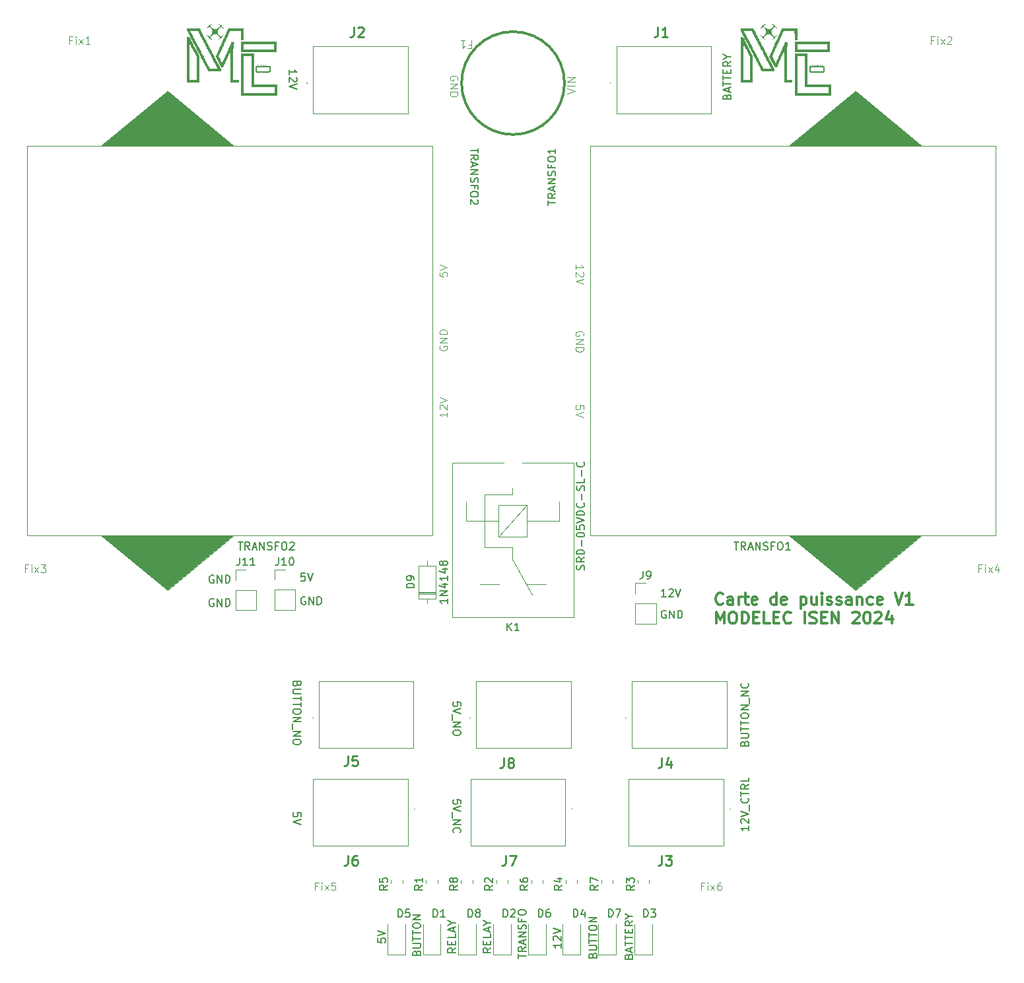
<source format=gbr>
%TF.GenerationSoftware,KiCad,Pcbnew,7.0.9*%
%TF.CreationDate,2023-12-24T18:30:05+01:00*%
%TF.ProjectId,pcb_puissance,7063625f-7075-4697-9373-616e63652e6b,1.1*%
%TF.SameCoordinates,Original*%
%TF.FileFunction,Legend,Top*%
%TF.FilePolarity,Positive*%
%FSLAX46Y46*%
G04 Gerber Fmt 4.6, Leading zero omitted, Abs format (unit mm)*
G04 Created by KiCad (PCBNEW 7.0.9) date 2023-12-24 18:30:05*
%MOMM*%
%LPD*%
G01*
G04 APERTURE LIST*
%ADD10C,0.150000*%
%ADD11C,0.300000*%
%ADD12C,0.100000*%
%ADD13C,0.254000*%
%ADD14C,0.120000*%
%ADD15C,0.200000*%
G04 APERTURE END LIST*
D10*
X88454819Y-48642856D02*
X88454819Y-48071428D01*
X89454819Y-48357142D02*
X88454819Y-48357142D01*
X89454819Y-47166666D02*
X88978628Y-47499999D01*
X89454819Y-47738094D02*
X88454819Y-47738094D01*
X88454819Y-47738094D02*
X88454819Y-47357142D01*
X88454819Y-47357142D02*
X88502438Y-47261904D01*
X88502438Y-47261904D02*
X88550057Y-47214285D01*
X88550057Y-47214285D02*
X88645295Y-47166666D01*
X88645295Y-47166666D02*
X88788152Y-47166666D01*
X88788152Y-47166666D02*
X88883390Y-47214285D01*
X88883390Y-47214285D02*
X88931009Y-47261904D01*
X88931009Y-47261904D02*
X88978628Y-47357142D01*
X88978628Y-47357142D02*
X88978628Y-47738094D01*
X89169104Y-46785713D02*
X89169104Y-46309523D01*
X89454819Y-46880951D02*
X88454819Y-46547618D01*
X88454819Y-46547618D02*
X89454819Y-46214285D01*
X89454819Y-45880951D02*
X88454819Y-45880951D01*
X88454819Y-45880951D02*
X89454819Y-45309523D01*
X89454819Y-45309523D02*
X88454819Y-45309523D01*
X89407200Y-44880951D02*
X89454819Y-44738094D01*
X89454819Y-44738094D02*
X89454819Y-44499999D01*
X89454819Y-44499999D02*
X89407200Y-44404761D01*
X89407200Y-44404761D02*
X89359580Y-44357142D01*
X89359580Y-44357142D02*
X89264342Y-44309523D01*
X89264342Y-44309523D02*
X89169104Y-44309523D01*
X89169104Y-44309523D02*
X89073866Y-44357142D01*
X89073866Y-44357142D02*
X89026247Y-44404761D01*
X89026247Y-44404761D02*
X88978628Y-44499999D01*
X88978628Y-44499999D02*
X88931009Y-44690475D01*
X88931009Y-44690475D02*
X88883390Y-44785713D01*
X88883390Y-44785713D02*
X88835771Y-44833332D01*
X88835771Y-44833332D02*
X88740533Y-44880951D01*
X88740533Y-44880951D02*
X88645295Y-44880951D01*
X88645295Y-44880951D02*
X88550057Y-44833332D01*
X88550057Y-44833332D02*
X88502438Y-44785713D01*
X88502438Y-44785713D02*
X88454819Y-44690475D01*
X88454819Y-44690475D02*
X88454819Y-44452380D01*
X88454819Y-44452380D02*
X88502438Y-44309523D01*
X88931009Y-43547618D02*
X88931009Y-43880951D01*
X89454819Y-43880951D02*
X88454819Y-43880951D01*
X88454819Y-43880951D02*
X88454819Y-43404761D01*
X88454819Y-42833332D02*
X88454819Y-42642856D01*
X88454819Y-42642856D02*
X88502438Y-42547618D01*
X88502438Y-42547618D02*
X88597676Y-42452380D01*
X88597676Y-42452380D02*
X88788152Y-42404761D01*
X88788152Y-42404761D02*
X89121485Y-42404761D01*
X89121485Y-42404761D02*
X89311961Y-42452380D01*
X89311961Y-42452380D02*
X89407200Y-42547618D01*
X89407200Y-42547618D02*
X89454819Y-42642856D01*
X89454819Y-42642856D02*
X89454819Y-42833332D01*
X89454819Y-42833332D02*
X89407200Y-42928570D01*
X89407200Y-42928570D02*
X89311961Y-43023808D01*
X89311961Y-43023808D02*
X89121485Y-43071427D01*
X89121485Y-43071427D02*
X88788152Y-43071427D01*
X88788152Y-43071427D02*
X88597676Y-43023808D01*
X88597676Y-43023808D02*
X88502438Y-42928570D01*
X88502438Y-42928570D02*
X88454819Y-42833332D01*
X89454819Y-41452380D02*
X89454819Y-42023808D01*
X89454819Y-41738094D02*
X88454819Y-41738094D01*
X88454819Y-41738094D02*
X88597676Y-41833332D01*
X88597676Y-41833332D02*
X88692914Y-41928570D01*
X88692914Y-41928570D02*
X88740533Y-42023808D01*
X79545180Y-41357143D02*
X79545180Y-41928571D01*
X78545180Y-41642857D02*
X79545180Y-41642857D01*
X78545180Y-42833333D02*
X79021371Y-42500000D01*
X78545180Y-42261905D02*
X79545180Y-42261905D01*
X79545180Y-42261905D02*
X79545180Y-42642857D01*
X79545180Y-42642857D02*
X79497561Y-42738095D01*
X79497561Y-42738095D02*
X79449942Y-42785714D01*
X79449942Y-42785714D02*
X79354704Y-42833333D01*
X79354704Y-42833333D02*
X79211847Y-42833333D01*
X79211847Y-42833333D02*
X79116609Y-42785714D01*
X79116609Y-42785714D02*
X79068990Y-42738095D01*
X79068990Y-42738095D02*
X79021371Y-42642857D01*
X79021371Y-42642857D02*
X79021371Y-42261905D01*
X78830895Y-43214286D02*
X78830895Y-43690476D01*
X78545180Y-43119048D02*
X79545180Y-43452381D01*
X79545180Y-43452381D02*
X78545180Y-43785714D01*
X78545180Y-44119048D02*
X79545180Y-44119048D01*
X79545180Y-44119048D02*
X78545180Y-44690476D01*
X78545180Y-44690476D02*
X79545180Y-44690476D01*
X78592800Y-45119048D02*
X78545180Y-45261905D01*
X78545180Y-45261905D02*
X78545180Y-45500000D01*
X78545180Y-45500000D02*
X78592800Y-45595238D01*
X78592800Y-45595238D02*
X78640419Y-45642857D01*
X78640419Y-45642857D02*
X78735657Y-45690476D01*
X78735657Y-45690476D02*
X78830895Y-45690476D01*
X78830895Y-45690476D02*
X78926133Y-45642857D01*
X78926133Y-45642857D02*
X78973752Y-45595238D01*
X78973752Y-45595238D02*
X79021371Y-45500000D01*
X79021371Y-45500000D02*
X79068990Y-45309524D01*
X79068990Y-45309524D02*
X79116609Y-45214286D01*
X79116609Y-45214286D02*
X79164228Y-45166667D01*
X79164228Y-45166667D02*
X79259466Y-45119048D01*
X79259466Y-45119048D02*
X79354704Y-45119048D01*
X79354704Y-45119048D02*
X79449942Y-45166667D01*
X79449942Y-45166667D02*
X79497561Y-45214286D01*
X79497561Y-45214286D02*
X79545180Y-45309524D01*
X79545180Y-45309524D02*
X79545180Y-45547619D01*
X79545180Y-45547619D02*
X79497561Y-45690476D01*
X79068990Y-46452381D02*
X79068990Y-46119048D01*
X78545180Y-46119048D02*
X79545180Y-46119048D01*
X79545180Y-46119048D02*
X79545180Y-46595238D01*
X79545180Y-47166667D02*
X79545180Y-47357143D01*
X79545180Y-47357143D02*
X79497561Y-47452381D01*
X79497561Y-47452381D02*
X79402323Y-47547619D01*
X79402323Y-47547619D02*
X79211847Y-47595238D01*
X79211847Y-47595238D02*
X78878514Y-47595238D01*
X78878514Y-47595238D02*
X78688038Y-47547619D01*
X78688038Y-47547619D02*
X78592800Y-47452381D01*
X78592800Y-47452381D02*
X78545180Y-47357143D01*
X78545180Y-47357143D02*
X78545180Y-47166667D01*
X78545180Y-47166667D02*
X78592800Y-47071429D01*
X78592800Y-47071429D02*
X78688038Y-46976191D01*
X78688038Y-46976191D02*
X78878514Y-46928572D01*
X78878514Y-46928572D02*
X79211847Y-46928572D01*
X79211847Y-46928572D02*
X79402323Y-46976191D01*
X79402323Y-46976191D02*
X79497561Y-47071429D01*
X79497561Y-47071429D02*
X79545180Y-47166667D01*
X79449942Y-47976191D02*
X79497561Y-48023810D01*
X79497561Y-48023810D02*
X79545180Y-48119048D01*
X79545180Y-48119048D02*
X79545180Y-48357143D01*
X79545180Y-48357143D02*
X79497561Y-48452381D01*
X79497561Y-48452381D02*
X79449942Y-48500000D01*
X79449942Y-48500000D02*
X79354704Y-48547619D01*
X79354704Y-48547619D02*
X79259466Y-48547619D01*
X79259466Y-48547619D02*
X79116609Y-48500000D01*
X79116609Y-48500000D02*
X78545180Y-47928572D01*
X78545180Y-47928572D02*
X78545180Y-48547619D01*
D11*
X110911653Y-99742971D02*
X110840225Y-99814400D01*
X110840225Y-99814400D02*
X110625939Y-99885828D01*
X110625939Y-99885828D02*
X110483082Y-99885828D01*
X110483082Y-99885828D02*
X110268796Y-99814400D01*
X110268796Y-99814400D02*
X110125939Y-99671542D01*
X110125939Y-99671542D02*
X110054510Y-99528685D01*
X110054510Y-99528685D02*
X109983082Y-99242971D01*
X109983082Y-99242971D02*
X109983082Y-99028685D01*
X109983082Y-99028685D02*
X110054510Y-98742971D01*
X110054510Y-98742971D02*
X110125939Y-98600114D01*
X110125939Y-98600114D02*
X110268796Y-98457257D01*
X110268796Y-98457257D02*
X110483082Y-98385828D01*
X110483082Y-98385828D02*
X110625939Y-98385828D01*
X110625939Y-98385828D02*
X110840225Y-98457257D01*
X110840225Y-98457257D02*
X110911653Y-98528685D01*
X112197368Y-99885828D02*
X112197368Y-99100114D01*
X112197368Y-99100114D02*
X112125939Y-98957257D01*
X112125939Y-98957257D02*
X111983082Y-98885828D01*
X111983082Y-98885828D02*
X111697368Y-98885828D01*
X111697368Y-98885828D02*
X111554510Y-98957257D01*
X112197368Y-99814400D02*
X112054510Y-99885828D01*
X112054510Y-99885828D02*
X111697368Y-99885828D01*
X111697368Y-99885828D02*
X111554510Y-99814400D01*
X111554510Y-99814400D02*
X111483082Y-99671542D01*
X111483082Y-99671542D02*
X111483082Y-99528685D01*
X111483082Y-99528685D02*
X111554510Y-99385828D01*
X111554510Y-99385828D02*
X111697368Y-99314400D01*
X111697368Y-99314400D02*
X112054510Y-99314400D01*
X112054510Y-99314400D02*
X112197368Y-99242971D01*
X112911653Y-99885828D02*
X112911653Y-98885828D01*
X112911653Y-99171542D02*
X112983082Y-99028685D01*
X112983082Y-99028685D02*
X113054511Y-98957257D01*
X113054511Y-98957257D02*
X113197368Y-98885828D01*
X113197368Y-98885828D02*
X113340225Y-98885828D01*
X113625939Y-98885828D02*
X114197367Y-98885828D01*
X113840224Y-98385828D02*
X113840224Y-99671542D01*
X113840224Y-99671542D02*
X113911653Y-99814400D01*
X113911653Y-99814400D02*
X114054510Y-99885828D01*
X114054510Y-99885828D02*
X114197367Y-99885828D01*
X115268796Y-99814400D02*
X115125939Y-99885828D01*
X115125939Y-99885828D02*
X114840225Y-99885828D01*
X114840225Y-99885828D02*
X114697367Y-99814400D01*
X114697367Y-99814400D02*
X114625939Y-99671542D01*
X114625939Y-99671542D02*
X114625939Y-99100114D01*
X114625939Y-99100114D02*
X114697367Y-98957257D01*
X114697367Y-98957257D02*
X114840225Y-98885828D01*
X114840225Y-98885828D02*
X115125939Y-98885828D01*
X115125939Y-98885828D02*
X115268796Y-98957257D01*
X115268796Y-98957257D02*
X115340225Y-99100114D01*
X115340225Y-99100114D02*
X115340225Y-99242971D01*
X115340225Y-99242971D02*
X114625939Y-99385828D01*
X117768796Y-99885828D02*
X117768796Y-98385828D01*
X117768796Y-99814400D02*
X117625938Y-99885828D01*
X117625938Y-99885828D02*
X117340224Y-99885828D01*
X117340224Y-99885828D02*
X117197367Y-99814400D01*
X117197367Y-99814400D02*
X117125938Y-99742971D01*
X117125938Y-99742971D02*
X117054510Y-99600114D01*
X117054510Y-99600114D02*
X117054510Y-99171542D01*
X117054510Y-99171542D02*
X117125938Y-99028685D01*
X117125938Y-99028685D02*
X117197367Y-98957257D01*
X117197367Y-98957257D02*
X117340224Y-98885828D01*
X117340224Y-98885828D02*
X117625938Y-98885828D01*
X117625938Y-98885828D02*
X117768796Y-98957257D01*
X119054510Y-99814400D02*
X118911653Y-99885828D01*
X118911653Y-99885828D02*
X118625939Y-99885828D01*
X118625939Y-99885828D02*
X118483081Y-99814400D01*
X118483081Y-99814400D02*
X118411653Y-99671542D01*
X118411653Y-99671542D02*
X118411653Y-99100114D01*
X118411653Y-99100114D02*
X118483081Y-98957257D01*
X118483081Y-98957257D02*
X118625939Y-98885828D01*
X118625939Y-98885828D02*
X118911653Y-98885828D01*
X118911653Y-98885828D02*
X119054510Y-98957257D01*
X119054510Y-98957257D02*
X119125939Y-99100114D01*
X119125939Y-99100114D02*
X119125939Y-99242971D01*
X119125939Y-99242971D02*
X118411653Y-99385828D01*
X120911652Y-98885828D02*
X120911652Y-100385828D01*
X120911652Y-98957257D02*
X121054510Y-98885828D01*
X121054510Y-98885828D02*
X121340224Y-98885828D01*
X121340224Y-98885828D02*
X121483081Y-98957257D01*
X121483081Y-98957257D02*
X121554510Y-99028685D01*
X121554510Y-99028685D02*
X121625938Y-99171542D01*
X121625938Y-99171542D02*
X121625938Y-99600114D01*
X121625938Y-99600114D02*
X121554510Y-99742971D01*
X121554510Y-99742971D02*
X121483081Y-99814400D01*
X121483081Y-99814400D02*
X121340224Y-99885828D01*
X121340224Y-99885828D02*
X121054510Y-99885828D01*
X121054510Y-99885828D02*
X120911652Y-99814400D01*
X122911653Y-98885828D02*
X122911653Y-99885828D01*
X122268795Y-98885828D02*
X122268795Y-99671542D01*
X122268795Y-99671542D02*
X122340224Y-99814400D01*
X122340224Y-99814400D02*
X122483081Y-99885828D01*
X122483081Y-99885828D02*
X122697367Y-99885828D01*
X122697367Y-99885828D02*
X122840224Y-99814400D01*
X122840224Y-99814400D02*
X122911653Y-99742971D01*
X123625938Y-99885828D02*
X123625938Y-98885828D01*
X123625938Y-98385828D02*
X123554510Y-98457257D01*
X123554510Y-98457257D02*
X123625938Y-98528685D01*
X123625938Y-98528685D02*
X123697367Y-98457257D01*
X123697367Y-98457257D02*
X123625938Y-98385828D01*
X123625938Y-98385828D02*
X123625938Y-98528685D01*
X124268796Y-99814400D02*
X124411653Y-99885828D01*
X124411653Y-99885828D02*
X124697367Y-99885828D01*
X124697367Y-99885828D02*
X124840224Y-99814400D01*
X124840224Y-99814400D02*
X124911653Y-99671542D01*
X124911653Y-99671542D02*
X124911653Y-99600114D01*
X124911653Y-99600114D02*
X124840224Y-99457257D01*
X124840224Y-99457257D02*
X124697367Y-99385828D01*
X124697367Y-99385828D02*
X124483082Y-99385828D01*
X124483082Y-99385828D02*
X124340224Y-99314400D01*
X124340224Y-99314400D02*
X124268796Y-99171542D01*
X124268796Y-99171542D02*
X124268796Y-99100114D01*
X124268796Y-99100114D02*
X124340224Y-98957257D01*
X124340224Y-98957257D02*
X124483082Y-98885828D01*
X124483082Y-98885828D02*
X124697367Y-98885828D01*
X124697367Y-98885828D02*
X124840224Y-98957257D01*
X125483082Y-99814400D02*
X125625939Y-99885828D01*
X125625939Y-99885828D02*
X125911653Y-99885828D01*
X125911653Y-99885828D02*
X126054510Y-99814400D01*
X126054510Y-99814400D02*
X126125939Y-99671542D01*
X126125939Y-99671542D02*
X126125939Y-99600114D01*
X126125939Y-99600114D02*
X126054510Y-99457257D01*
X126054510Y-99457257D02*
X125911653Y-99385828D01*
X125911653Y-99385828D02*
X125697368Y-99385828D01*
X125697368Y-99385828D02*
X125554510Y-99314400D01*
X125554510Y-99314400D02*
X125483082Y-99171542D01*
X125483082Y-99171542D02*
X125483082Y-99100114D01*
X125483082Y-99100114D02*
X125554510Y-98957257D01*
X125554510Y-98957257D02*
X125697368Y-98885828D01*
X125697368Y-98885828D02*
X125911653Y-98885828D01*
X125911653Y-98885828D02*
X126054510Y-98957257D01*
X127411654Y-99885828D02*
X127411654Y-99100114D01*
X127411654Y-99100114D02*
X127340225Y-98957257D01*
X127340225Y-98957257D02*
X127197368Y-98885828D01*
X127197368Y-98885828D02*
X126911654Y-98885828D01*
X126911654Y-98885828D02*
X126768796Y-98957257D01*
X127411654Y-99814400D02*
X127268796Y-99885828D01*
X127268796Y-99885828D02*
X126911654Y-99885828D01*
X126911654Y-99885828D02*
X126768796Y-99814400D01*
X126768796Y-99814400D02*
X126697368Y-99671542D01*
X126697368Y-99671542D02*
X126697368Y-99528685D01*
X126697368Y-99528685D02*
X126768796Y-99385828D01*
X126768796Y-99385828D02*
X126911654Y-99314400D01*
X126911654Y-99314400D02*
X127268796Y-99314400D01*
X127268796Y-99314400D02*
X127411654Y-99242971D01*
X128125939Y-98885828D02*
X128125939Y-99885828D01*
X128125939Y-99028685D02*
X128197368Y-98957257D01*
X128197368Y-98957257D02*
X128340225Y-98885828D01*
X128340225Y-98885828D02*
X128554511Y-98885828D01*
X128554511Y-98885828D02*
X128697368Y-98957257D01*
X128697368Y-98957257D02*
X128768797Y-99100114D01*
X128768797Y-99100114D02*
X128768797Y-99885828D01*
X130125940Y-99814400D02*
X129983082Y-99885828D01*
X129983082Y-99885828D02*
X129697368Y-99885828D01*
X129697368Y-99885828D02*
X129554511Y-99814400D01*
X129554511Y-99814400D02*
X129483082Y-99742971D01*
X129483082Y-99742971D02*
X129411654Y-99600114D01*
X129411654Y-99600114D02*
X129411654Y-99171542D01*
X129411654Y-99171542D02*
X129483082Y-99028685D01*
X129483082Y-99028685D02*
X129554511Y-98957257D01*
X129554511Y-98957257D02*
X129697368Y-98885828D01*
X129697368Y-98885828D02*
X129983082Y-98885828D01*
X129983082Y-98885828D02*
X130125940Y-98957257D01*
X131340225Y-99814400D02*
X131197368Y-99885828D01*
X131197368Y-99885828D02*
X130911654Y-99885828D01*
X130911654Y-99885828D02*
X130768796Y-99814400D01*
X130768796Y-99814400D02*
X130697368Y-99671542D01*
X130697368Y-99671542D02*
X130697368Y-99100114D01*
X130697368Y-99100114D02*
X130768796Y-98957257D01*
X130768796Y-98957257D02*
X130911654Y-98885828D01*
X130911654Y-98885828D02*
X131197368Y-98885828D01*
X131197368Y-98885828D02*
X131340225Y-98957257D01*
X131340225Y-98957257D02*
X131411654Y-99100114D01*
X131411654Y-99100114D02*
X131411654Y-99242971D01*
X131411654Y-99242971D02*
X130697368Y-99385828D01*
X132983082Y-98385828D02*
X133483082Y-99885828D01*
X133483082Y-99885828D02*
X133983082Y-98385828D01*
X135268796Y-99885828D02*
X134411653Y-99885828D01*
X134840224Y-99885828D02*
X134840224Y-98385828D01*
X134840224Y-98385828D02*
X134697367Y-98600114D01*
X134697367Y-98600114D02*
X134554510Y-98742971D01*
X134554510Y-98742971D02*
X134411653Y-98814400D01*
X110054510Y-102300828D02*
X110054510Y-100800828D01*
X110054510Y-100800828D02*
X110554510Y-101872257D01*
X110554510Y-101872257D02*
X111054510Y-100800828D01*
X111054510Y-100800828D02*
X111054510Y-102300828D01*
X112054511Y-100800828D02*
X112340225Y-100800828D01*
X112340225Y-100800828D02*
X112483082Y-100872257D01*
X112483082Y-100872257D02*
X112625939Y-101015114D01*
X112625939Y-101015114D02*
X112697368Y-101300828D01*
X112697368Y-101300828D02*
X112697368Y-101800828D01*
X112697368Y-101800828D02*
X112625939Y-102086542D01*
X112625939Y-102086542D02*
X112483082Y-102229400D01*
X112483082Y-102229400D02*
X112340225Y-102300828D01*
X112340225Y-102300828D02*
X112054511Y-102300828D01*
X112054511Y-102300828D02*
X111911654Y-102229400D01*
X111911654Y-102229400D02*
X111768796Y-102086542D01*
X111768796Y-102086542D02*
X111697368Y-101800828D01*
X111697368Y-101800828D02*
X111697368Y-101300828D01*
X111697368Y-101300828D02*
X111768796Y-101015114D01*
X111768796Y-101015114D02*
X111911654Y-100872257D01*
X111911654Y-100872257D02*
X112054511Y-100800828D01*
X113340225Y-102300828D02*
X113340225Y-100800828D01*
X113340225Y-100800828D02*
X113697368Y-100800828D01*
X113697368Y-100800828D02*
X113911654Y-100872257D01*
X113911654Y-100872257D02*
X114054511Y-101015114D01*
X114054511Y-101015114D02*
X114125940Y-101157971D01*
X114125940Y-101157971D02*
X114197368Y-101443685D01*
X114197368Y-101443685D02*
X114197368Y-101657971D01*
X114197368Y-101657971D02*
X114125940Y-101943685D01*
X114125940Y-101943685D02*
X114054511Y-102086542D01*
X114054511Y-102086542D02*
X113911654Y-102229400D01*
X113911654Y-102229400D02*
X113697368Y-102300828D01*
X113697368Y-102300828D02*
X113340225Y-102300828D01*
X114840225Y-101515114D02*
X115340225Y-101515114D01*
X115554511Y-102300828D02*
X114840225Y-102300828D01*
X114840225Y-102300828D02*
X114840225Y-100800828D01*
X114840225Y-100800828D02*
X115554511Y-100800828D01*
X116911654Y-102300828D02*
X116197368Y-102300828D01*
X116197368Y-102300828D02*
X116197368Y-100800828D01*
X117411654Y-101515114D02*
X117911654Y-101515114D01*
X118125940Y-102300828D02*
X117411654Y-102300828D01*
X117411654Y-102300828D02*
X117411654Y-100800828D01*
X117411654Y-100800828D02*
X118125940Y-100800828D01*
X119625940Y-102157971D02*
X119554512Y-102229400D01*
X119554512Y-102229400D02*
X119340226Y-102300828D01*
X119340226Y-102300828D02*
X119197369Y-102300828D01*
X119197369Y-102300828D02*
X118983083Y-102229400D01*
X118983083Y-102229400D02*
X118840226Y-102086542D01*
X118840226Y-102086542D02*
X118768797Y-101943685D01*
X118768797Y-101943685D02*
X118697369Y-101657971D01*
X118697369Y-101657971D02*
X118697369Y-101443685D01*
X118697369Y-101443685D02*
X118768797Y-101157971D01*
X118768797Y-101157971D02*
X118840226Y-101015114D01*
X118840226Y-101015114D02*
X118983083Y-100872257D01*
X118983083Y-100872257D02*
X119197369Y-100800828D01*
X119197369Y-100800828D02*
X119340226Y-100800828D01*
X119340226Y-100800828D02*
X119554512Y-100872257D01*
X119554512Y-100872257D02*
X119625940Y-100943685D01*
X121411654Y-102300828D02*
X121411654Y-100800828D01*
X122054512Y-102229400D02*
X122268798Y-102300828D01*
X122268798Y-102300828D02*
X122625940Y-102300828D01*
X122625940Y-102300828D02*
X122768798Y-102229400D01*
X122768798Y-102229400D02*
X122840226Y-102157971D01*
X122840226Y-102157971D02*
X122911655Y-102015114D01*
X122911655Y-102015114D02*
X122911655Y-101872257D01*
X122911655Y-101872257D02*
X122840226Y-101729400D01*
X122840226Y-101729400D02*
X122768798Y-101657971D01*
X122768798Y-101657971D02*
X122625940Y-101586542D01*
X122625940Y-101586542D02*
X122340226Y-101515114D01*
X122340226Y-101515114D02*
X122197369Y-101443685D01*
X122197369Y-101443685D02*
X122125940Y-101372257D01*
X122125940Y-101372257D02*
X122054512Y-101229400D01*
X122054512Y-101229400D02*
X122054512Y-101086542D01*
X122054512Y-101086542D02*
X122125940Y-100943685D01*
X122125940Y-100943685D02*
X122197369Y-100872257D01*
X122197369Y-100872257D02*
X122340226Y-100800828D01*
X122340226Y-100800828D02*
X122697369Y-100800828D01*
X122697369Y-100800828D02*
X122911655Y-100872257D01*
X123554511Y-101515114D02*
X124054511Y-101515114D01*
X124268797Y-102300828D02*
X123554511Y-102300828D01*
X123554511Y-102300828D02*
X123554511Y-100800828D01*
X123554511Y-100800828D02*
X124268797Y-100800828D01*
X124911654Y-102300828D02*
X124911654Y-100800828D01*
X124911654Y-100800828D02*
X125768797Y-102300828D01*
X125768797Y-102300828D02*
X125768797Y-100800828D01*
X127554512Y-100943685D02*
X127625940Y-100872257D01*
X127625940Y-100872257D02*
X127768798Y-100800828D01*
X127768798Y-100800828D02*
X128125940Y-100800828D01*
X128125940Y-100800828D02*
X128268798Y-100872257D01*
X128268798Y-100872257D02*
X128340226Y-100943685D01*
X128340226Y-100943685D02*
X128411655Y-101086542D01*
X128411655Y-101086542D02*
X128411655Y-101229400D01*
X128411655Y-101229400D02*
X128340226Y-101443685D01*
X128340226Y-101443685D02*
X127483083Y-102300828D01*
X127483083Y-102300828D02*
X128411655Y-102300828D01*
X129340226Y-100800828D02*
X129483083Y-100800828D01*
X129483083Y-100800828D02*
X129625940Y-100872257D01*
X129625940Y-100872257D02*
X129697369Y-100943685D01*
X129697369Y-100943685D02*
X129768797Y-101086542D01*
X129768797Y-101086542D02*
X129840226Y-101372257D01*
X129840226Y-101372257D02*
X129840226Y-101729400D01*
X129840226Y-101729400D02*
X129768797Y-102015114D01*
X129768797Y-102015114D02*
X129697369Y-102157971D01*
X129697369Y-102157971D02*
X129625940Y-102229400D01*
X129625940Y-102229400D02*
X129483083Y-102300828D01*
X129483083Y-102300828D02*
X129340226Y-102300828D01*
X129340226Y-102300828D02*
X129197369Y-102229400D01*
X129197369Y-102229400D02*
X129125940Y-102157971D01*
X129125940Y-102157971D02*
X129054511Y-102015114D01*
X129054511Y-102015114D02*
X128983083Y-101729400D01*
X128983083Y-101729400D02*
X128983083Y-101372257D01*
X128983083Y-101372257D02*
X129054511Y-101086542D01*
X129054511Y-101086542D02*
X129125940Y-100943685D01*
X129125940Y-100943685D02*
X129197369Y-100872257D01*
X129197369Y-100872257D02*
X129340226Y-100800828D01*
X130411654Y-100943685D02*
X130483082Y-100872257D01*
X130483082Y-100872257D02*
X130625940Y-100800828D01*
X130625940Y-100800828D02*
X130983082Y-100800828D01*
X130983082Y-100800828D02*
X131125940Y-100872257D01*
X131125940Y-100872257D02*
X131197368Y-100943685D01*
X131197368Y-100943685D02*
X131268797Y-101086542D01*
X131268797Y-101086542D02*
X131268797Y-101229400D01*
X131268797Y-101229400D02*
X131197368Y-101443685D01*
X131197368Y-101443685D02*
X130340225Y-102300828D01*
X130340225Y-102300828D02*
X131268797Y-102300828D01*
X132554511Y-101300828D02*
X132554511Y-102300828D01*
X132197368Y-100729400D02*
X131840225Y-101800828D01*
X131840225Y-101800828D02*
X132768796Y-101800828D01*
D10*
X103610588Y-100667438D02*
X103515350Y-100619819D01*
X103515350Y-100619819D02*
X103372493Y-100619819D01*
X103372493Y-100619819D02*
X103229636Y-100667438D01*
X103229636Y-100667438D02*
X103134398Y-100762676D01*
X103134398Y-100762676D02*
X103086779Y-100857914D01*
X103086779Y-100857914D02*
X103039160Y-101048390D01*
X103039160Y-101048390D02*
X103039160Y-101191247D01*
X103039160Y-101191247D02*
X103086779Y-101381723D01*
X103086779Y-101381723D02*
X103134398Y-101476961D01*
X103134398Y-101476961D02*
X103229636Y-101572200D01*
X103229636Y-101572200D02*
X103372493Y-101619819D01*
X103372493Y-101619819D02*
X103467731Y-101619819D01*
X103467731Y-101619819D02*
X103610588Y-101572200D01*
X103610588Y-101572200D02*
X103658207Y-101524580D01*
X103658207Y-101524580D02*
X103658207Y-101191247D01*
X103658207Y-101191247D02*
X103467731Y-101191247D01*
X104086779Y-101619819D02*
X104086779Y-100619819D01*
X104086779Y-100619819D02*
X104658207Y-101619819D01*
X104658207Y-101619819D02*
X104658207Y-100619819D01*
X105134398Y-101619819D02*
X105134398Y-100619819D01*
X105134398Y-100619819D02*
X105372493Y-100619819D01*
X105372493Y-100619819D02*
X105515350Y-100667438D01*
X105515350Y-100667438D02*
X105610588Y-100762676D01*
X105610588Y-100762676D02*
X105658207Y-100857914D01*
X105658207Y-100857914D02*
X105705826Y-101048390D01*
X105705826Y-101048390D02*
X105705826Y-101191247D01*
X105705826Y-101191247D02*
X105658207Y-101381723D01*
X105658207Y-101381723D02*
X105610588Y-101476961D01*
X105610588Y-101476961D02*
X105515350Y-101572200D01*
X105515350Y-101572200D02*
X105372493Y-101619819D01*
X105372493Y-101619819D02*
X105134398Y-101619819D01*
X57360588Y-98917438D02*
X57265350Y-98869819D01*
X57265350Y-98869819D02*
X57122493Y-98869819D01*
X57122493Y-98869819D02*
X56979636Y-98917438D01*
X56979636Y-98917438D02*
X56884398Y-99012676D01*
X56884398Y-99012676D02*
X56836779Y-99107914D01*
X56836779Y-99107914D02*
X56789160Y-99298390D01*
X56789160Y-99298390D02*
X56789160Y-99441247D01*
X56789160Y-99441247D02*
X56836779Y-99631723D01*
X56836779Y-99631723D02*
X56884398Y-99726961D01*
X56884398Y-99726961D02*
X56979636Y-99822200D01*
X56979636Y-99822200D02*
X57122493Y-99869819D01*
X57122493Y-99869819D02*
X57217731Y-99869819D01*
X57217731Y-99869819D02*
X57360588Y-99822200D01*
X57360588Y-99822200D02*
X57408207Y-99774580D01*
X57408207Y-99774580D02*
X57408207Y-99441247D01*
X57408207Y-99441247D02*
X57217731Y-99441247D01*
X57836779Y-99869819D02*
X57836779Y-98869819D01*
X57836779Y-98869819D02*
X58408207Y-99869819D01*
X58408207Y-99869819D02*
X58408207Y-98869819D01*
X58884398Y-99869819D02*
X58884398Y-98869819D01*
X58884398Y-98869819D02*
X59122493Y-98869819D01*
X59122493Y-98869819D02*
X59265350Y-98917438D01*
X59265350Y-98917438D02*
X59360588Y-99012676D01*
X59360588Y-99012676D02*
X59408207Y-99107914D01*
X59408207Y-99107914D02*
X59455826Y-99298390D01*
X59455826Y-99298390D02*
X59455826Y-99441247D01*
X59455826Y-99441247D02*
X59408207Y-99631723D01*
X59408207Y-99631723D02*
X59360588Y-99726961D01*
X59360588Y-99726961D02*
X59265350Y-99822200D01*
X59265350Y-99822200D02*
X59122493Y-99869819D01*
X59122493Y-99869819D02*
X58884398Y-99869819D01*
X57312969Y-95869819D02*
X56836779Y-95869819D01*
X56836779Y-95869819D02*
X56789160Y-96346009D01*
X56789160Y-96346009D02*
X56836779Y-96298390D01*
X56836779Y-96298390D02*
X56932017Y-96250771D01*
X56932017Y-96250771D02*
X57170112Y-96250771D01*
X57170112Y-96250771D02*
X57265350Y-96298390D01*
X57265350Y-96298390D02*
X57312969Y-96346009D01*
X57312969Y-96346009D02*
X57360588Y-96441247D01*
X57360588Y-96441247D02*
X57360588Y-96679342D01*
X57360588Y-96679342D02*
X57312969Y-96774580D01*
X57312969Y-96774580D02*
X57265350Y-96822200D01*
X57265350Y-96822200D02*
X57170112Y-96869819D01*
X57170112Y-96869819D02*
X56932017Y-96869819D01*
X56932017Y-96869819D02*
X56836779Y-96822200D01*
X56836779Y-96822200D02*
X56789160Y-96774580D01*
X57646303Y-95869819D02*
X57979636Y-96869819D01*
X57979636Y-96869819D02*
X58312969Y-95869819D01*
X45610588Y-96167438D02*
X45515350Y-96119819D01*
X45515350Y-96119819D02*
X45372493Y-96119819D01*
X45372493Y-96119819D02*
X45229636Y-96167438D01*
X45229636Y-96167438D02*
X45134398Y-96262676D01*
X45134398Y-96262676D02*
X45086779Y-96357914D01*
X45086779Y-96357914D02*
X45039160Y-96548390D01*
X45039160Y-96548390D02*
X45039160Y-96691247D01*
X45039160Y-96691247D02*
X45086779Y-96881723D01*
X45086779Y-96881723D02*
X45134398Y-96976961D01*
X45134398Y-96976961D02*
X45229636Y-97072200D01*
X45229636Y-97072200D02*
X45372493Y-97119819D01*
X45372493Y-97119819D02*
X45467731Y-97119819D01*
X45467731Y-97119819D02*
X45610588Y-97072200D01*
X45610588Y-97072200D02*
X45658207Y-97024580D01*
X45658207Y-97024580D02*
X45658207Y-96691247D01*
X45658207Y-96691247D02*
X45467731Y-96691247D01*
X46086779Y-97119819D02*
X46086779Y-96119819D01*
X46086779Y-96119819D02*
X46658207Y-97119819D01*
X46658207Y-97119819D02*
X46658207Y-96119819D01*
X47134398Y-97119819D02*
X47134398Y-96119819D01*
X47134398Y-96119819D02*
X47372493Y-96119819D01*
X47372493Y-96119819D02*
X47515350Y-96167438D01*
X47515350Y-96167438D02*
X47610588Y-96262676D01*
X47610588Y-96262676D02*
X47658207Y-96357914D01*
X47658207Y-96357914D02*
X47705826Y-96548390D01*
X47705826Y-96548390D02*
X47705826Y-96691247D01*
X47705826Y-96691247D02*
X47658207Y-96881723D01*
X47658207Y-96881723D02*
X47610588Y-96976961D01*
X47610588Y-96976961D02*
X47515350Y-97072200D01*
X47515350Y-97072200D02*
X47372493Y-97119819D01*
X47372493Y-97119819D02*
X47134398Y-97119819D01*
X45610588Y-99167438D02*
X45515350Y-99119819D01*
X45515350Y-99119819D02*
X45372493Y-99119819D01*
X45372493Y-99119819D02*
X45229636Y-99167438D01*
X45229636Y-99167438D02*
X45134398Y-99262676D01*
X45134398Y-99262676D02*
X45086779Y-99357914D01*
X45086779Y-99357914D02*
X45039160Y-99548390D01*
X45039160Y-99548390D02*
X45039160Y-99691247D01*
X45039160Y-99691247D02*
X45086779Y-99881723D01*
X45086779Y-99881723D02*
X45134398Y-99976961D01*
X45134398Y-99976961D02*
X45229636Y-100072200D01*
X45229636Y-100072200D02*
X45372493Y-100119819D01*
X45372493Y-100119819D02*
X45467731Y-100119819D01*
X45467731Y-100119819D02*
X45610588Y-100072200D01*
X45610588Y-100072200D02*
X45658207Y-100024580D01*
X45658207Y-100024580D02*
X45658207Y-99691247D01*
X45658207Y-99691247D02*
X45467731Y-99691247D01*
X46086779Y-100119819D02*
X46086779Y-99119819D01*
X46086779Y-99119819D02*
X46658207Y-100119819D01*
X46658207Y-100119819D02*
X46658207Y-99119819D01*
X47134398Y-100119819D02*
X47134398Y-99119819D01*
X47134398Y-99119819D02*
X47372493Y-99119819D01*
X47372493Y-99119819D02*
X47515350Y-99167438D01*
X47515350Y-99167438D02*
X47610588Y-99262676D01*
X47610588Y-99262676D02*
X47658207Y-99357914D01*
X47658207Y-99357914D02*
X47705826Y-99548390D01*
X47705826Y-99548390D02*
X47705826Y-99691247D01*
X47705826Y-99691247D02*
X47658207Y-99881723D01*
X47658207Y-99881723D02*
X47610588Y-99976961D01*
X47610588Y-99976961D02*
X47515350Y-100072200D01*
X47515350Y-100072200D02*
X47372493Y-100119819D01*
X47372493Y-100119819D02*
X47134398Y-100119819D01*
X103610588Y-98869819D02*
X103039160Y-98869819D01*
X103324874Y-98869819D02*
X103324874Y-97869819D01*
X103324874Y-97869819D02*
X103229636Y-98012676D01*
X103229636Y-98012676D02*
X103134398Y-98107914D01*
X103134398Y-98107914D02*
X103039160Y-98155533D01*
X103991541Y-97965057D02*
X104039160Y-97917438D01*
X104039160Y-97917438D02*
X104134398Y-97869819D01*
X104134398Y-97869819D02*
X104372493Y-97869819D01*
X104372493Y-97869819D02*
X104467731Y-97917438D01*
X104467731Y-97917438D02*
X104515350Y-97965057D01*
X104515350Y-97965057D02*
X104562969Y-98060295D01*
X104562969Y-98060295D02*
X104562969Y-98155533D01*
X104562969Y-98155533D02*
X104515350Y-98298390D01*
X104515350Y-98298390D02*
X103943922Y-98869819D01*
X103943922Y-98869819D02*
X104562969Y-98869819D01*
X104848684Y-97869819D02*
X105182017Y-98869819D01*
X105182017Y-98869819D02*
X105515350Y-97869819D01*
D12*
X144023809Y-95233609D02*
X143690476Y-95233609D01*
X143690476Y-95757419D02*
X143690476Y-94757419D01*
X143690476Y-94757419D02*
X144166666Y-94757419D01*
X144547619Y-95757419D02*
X144547619Y-95090752D01*
X144547619Y-94757419D02*
X144500000Y-94805038D01*
X144500000Y-94805038D02*
X144547619Y-94852657D01*
X144547619Y-94852657D02*
X144595238Y-94805038D01*
X144595238Y-94805038D02*
X144547619Y-94757419D01*
X144547619Y-94757419D02*
X144547619Y-94852657D01*
X144928571Y-95757419D02*
X145452380Y-95090752D01*
X144928571Y-95090752D02*
X145452380Y-95757419D01*
X146261904Y-95090752D02*
X146261904Y-95757419D01*
X146023809Y-94709800D02*
X145785714Y-95424085D01*
X145785714Y-95424085D02*
X146404761Y-95424085D01*
X92027580Y-56877693D02*
X92027580Y-56306265D01*
X92027580Y-56591979D02*
X93027580Y-56591979D01*
X93027580Y-56591979D02*
X92884723Y-56496741D01*
X92884723Y-56496741D02*
X92789485Y-56401503D01*
X92789485Y-56401503D02*
X92741866Y-56306265D01*
X92932342Y-57258646D02*
X92979961Y-57306265D01*
X92979961Y-57306265D02*
X93027580Y-57401503D01*
X93027580Y-57401503D02*
X93027580Y-57639598D01*
X93027580Y-57639598D02*
X92979961Y-57734836D01*
X92979961Y-57734836D02*
X92932342Y-57782455D01*
X92932342Y-57782455D02*
X92837104Y-57830074D01*
X92837104Y-57830074D02*
X92741866Y-57830074D01*
X92741866Y-57830074D02*
X92599009Y-57782455D01*
X92599009Y-57782455D02*
X92027580Y-57211027D01*
X92027580Y-57211027D02*
X92027580Y-57830074D01*
X93027580Y-58115789D02*
X92027580Y-58449122D01*
X92027580Y-58449122D02*
X93027580Y-58782455D01*
X92979961Y-65377693D02*
X93027580Y-65282455D01*
X93027580Y-65282455D02*
X93027580Y-65139598D01*
X93027580Y-65139598D02*
X92979961Y-64996741D01*
X92979961Y-64996741D02*
X92884723Y-64901503D01*
X92884723Y-64901503D02*
X92789485Y-64853884D01*
X92789485Y-64853884D02*
X92599009Y-64806265D01*
X92599009Y-64806265D02*
X92456152Y-64806265D01*
X92456152Y-64806265D02*
X92265676Y-64853884D01*
X92265676Y-64853884D02*
X92170438Y-64901503D01*
X92170438Y-64901503D02*
X92075200Y-64996741D01*
X92075200Y-64996741D02*
X92027580Y-65139598D01*
X92027580Y-65139598D02*
X92027580Y-65234836D01*
X92027580Y-65234836D02*
X92075200Y-65377693D01*
X92075200Y-65377693D02*
X92122819Y-65425312D01*
X92122819Y-65425312D02*
X92456152Y-65425312D01*
X92456152Y-65425312D02*
X92456152Y-65234836D01*
X92027580Y-65853884D02*
X93027580Y-65853884D01*
X93027580Y-65853884D02*
X92027580Y-66425312D01*
X92027580Y-66425312D02*
X93027580Y-66425312D01*
X92027580Y-66901503D02*
X93027580Y-66901503D01*
X93027580Y-66901503D02*
X93027580Y-67139598D01*
X93027580Y-67139598D02*
X92979961Y-67282455D01*
X92979961Y-67282455D02*
X92884723Y-67377693D01*
X92884723Y-67377693D02*
X92789485Y-67425312D01*
X92789485Y-67425312D02*
X92599009Y-67472931D01*
X92599009Y-67472931D02*
X92456152Y-67472931D01*
X92456152Y-67472931D02*
X92265676Y-67425312D01*
X92265676Y-67425312D02*
X92170438Y-67377693D01*
X92170438Y-67377693D02*
X92075200Y-67282455D01*
X92075200Y-67282455D02*
X92027580Y-67139598D01*
X92027580Y-67139598D02*
X92027580Y-66901503D01*
X93027580Y-74830074D02*
X93027580Y-74353884D01*
X93027580Y-74353884D02*
X92551390Y-74306265D01*
X92551390Y-74306265D02*
X92599009Y-74353884D01*
X92599009Y-74353884D02*
X92646628Y-74449122D01*
X92646628Y-74449122D02*
X92646628Y-74687217D01*
X92646628Y-74687217D02*
X92599009Y-74782455D01*
X92599009Y-74782455D02*
X92551390Y-74830074D01*
X92551390Y-74830074D02*
X92456152Y-74877693D01*
X92456152Y-74877693D02*
X92218057Y-74877693D01*
X92218057Y-74877693D02*
X92122819Y-74830074D01*
X92122819Y-74830074D02*
X92075200Y-74782455D01*
X92075200Y-74782455D02*
X92027580Y-74687217D01*
X92027580Y-74687217D02*
X92027580Y-74449122D01*
X92027580Y-74449122D02*
X92075200Y-74353884D01*
X92075200Y-74353884D02*
X92122819Y-74306265D01*
X93027580Y-75163408D02*
X92027580Y-75496741D01*
X92027580Y-75496741D02*
X93027580Y-75830074D01*
D10*
X112357143Y-91854819D02*
X112928571Y-91854819D01*
X112642857Y-92854819D02*
X112642857Y-91854819D01*
X113833333Y-92854819D02*
X113500000Y-92378628D01*
X113261905Y-92854819D02*
X113261905Y-91854819D01*
X113261905Y-91854819D02*
X113642857Y-91854819D01*
X113642857Y-91854819D02*
X113738095Y-91902438D01*
X113738095Y-91902438D02*
X113785714Y-91950057D01*
X113785714Y-91950057D02*
X113833333Y-92045295D01*
X113833333Y-92045295D02*
X113833333Y-92188152D01*
X113833333Y-92188152D02*
X113785714Y-92283390D01*
X113785714Y-92283390D02*
X113738095Y-92331009D01*
X113738095Y-92331009D02*
X113642857Y-92378628D01*
X113642857Y-92378628D02*
X113261905Y-92378628D01*
X114214286Y-92569104D02*
X114690476Y-92569104D01*
X114119048Y-92854819D02*
X114452381Y-91854819D01*
X114452381Y-91854819D02*
X114785714Y-92854819D01*
X115119048Y-92854819D02*
X115119048Y-91854819D01*
X115119048Y-91854819D02*
X115690476Y-92854819D01*
X115690476Y-92854819D02*
X115690476Y-91854819D01*
X116119048Y-92807200D02*
X116261905Y-92854819D01*
X116261905Y-92854819D02*
X116500000Y-92854819D01*
X116500000Y-92854819D02*
X116595238Y-92807200D01*
X116595238Y-92807200D02*
X116642857Y-92759580D01*
X116642857Y-92759580D02*
X116690476Y-92664342D01*
X116690476Y-92664342D02*
X116690476Y-92569104D01*
X116690476Y-92569104D02*
X116642857Y-92473866D01*
X116642857Y-92473866D02*
X116595238Y-92426247D01*
X116595238Y-92426247D02*
X116500000Y-92378628D01*
X116500000Y-92378628D02*
X116309524Y-92331009D01*
X116309524Y-92331009D02*
X116214286Y-92283390D01*
X116214286Y-92283390D02*
X116166667Y-92235771D01*
X116166667Y-92235771D02*
X116119048Y-92140533D01*
X116119048Y-92140533D02*
X116119048Y-92045295D01*
X116119048Y-92045295D02*
X116166667Y-91950057D01*
X116166667Y-91950057D02*
X116214286Y-91902438D01*
X116214286Y-91902438D02*
X116309524Y-91854819D01*
X116309524Y-91854819D02*
X116547619Y-91854819D01*
X116547619Y-91854819D02*
X116690476Y-91902438D01*
X117452381Y-92331009D02*
X117119048Y-92331009D01*
X117119048Y-92854819D02*
X117119048Y-91854819D01*
X117119048Y-91854819D02*
X117595238Y-91854819D01*
X118166667Y-91854819D02*
X118357143Y-91854819D01*
X118357143Y-91854819D02*
X118452381Y-91902438D01*
X118452381Y-91902438D02*
X118547619Y-91997676D01*
X118547619Y-91997676D02*
X118595238Y-92188152D01*
X118595238Y-92188152D02*
X118595238Y-92521485D01*
X118595238Y-92521485D02*
X118547619Y-92711961D01*
X118547619Y-92711961D02*
X118452381Y-92807200D01*
X118452381Y-92807200D02*
X118357143Y-92854819D01*
X118357143Y-92854819D02*
X118166667Y-92854819D01*
X118166667Y-92854819D02*
X118071429Y-92807200D01*
X118071429Y-92807200D02*
X117976191Y-92711961D01*
X117976191Y-92711961D02*
X117928572Y-92521485D01*
X117928572Y-92521485D02*
X117928572Y-92188152D01*
X117928572Y-92188152D02*
X117976191Y-91997676D01*
X117976191Y-91997676D02*
X118071429Y-91902438D01*
X118071429Y-91902438D02*
X118166667Y-91854819D01*
X119547619Y-92854819D02*
X118976191Y-92854819D01*
X119261905Y-92854819D02*
X119261905Y-91854819D01*
X119261905Y-91854819D02*
X119166667Y-91997676D01*
X119166667Y-91997676D02*
X119071429Y-92092914D01*
X119071429Y-92092914D02*
X118976191Y-92140533D01*
X76888819Y-135866666D02*
X76412628Y-136199999D01*
X76888819Y-136438094D02*
X75888819Y-136438094D01*
X75888819Y-136438094D02*
X75888819Y-136057142D01*
X75888819Y-136057142D02*
X75936438Y-135961904D01*
X75936438Y-135961904D02*
X75984057Y-135914285D01*
X75984057Y-135914285D02*
X76079295Y-135866666D01*
X76079295Y-135866666D02*
X76222152Y-135866666D01*
X76222152Y-135866666D02*
X76317390Y-135914285D01*
X76317390Y-135914285D02*
X76365009Y-135961904D01*
X76365009Y-135961904D02*
X76412628Y-136057142D01*
X76412628Y-136057142D02*
X76412628Y-136438094D01*
X76317390Y-135295237D02*
X76269771Y-135390475D01*
X76269771Y-135390475D02*
X76222152Y-135438094D01*
X76222152Y-135438094D02*
X76126914Y-135485713D01*
X76126914Y-135485713D02*
X76079295Y-135485713D01*
X76079295Y-135485713D02*
X75984057Y-135438094D01*
X75984057Y-135438094D02*
X75936438Y-135390475D01*
X75936438Y-135390475D02*
X75888819Y-135295237D01*
X75888819Y-135295237D02*
X75888819Y-135104761D01*
X75888819Y-135104761D02*
X75936438Y-135009523D01*
X75936438Y-135009523D02*
X75984057Y-134961904D01*
X75984057Y-134961904D02*
X76079295Y-134914285D01*
X76079295Y-134914285D02*
X76126914Y-134914285D01*
X76126914Y-134914285D02*
X76222152Y-134961904D01*
X76222152Y-134961904D02*
X76269771Y-135009523D01*
X76269771Y-135009523D02*
X76317390Y-135104761D01*
X76317390Y-135104761D02*
X76317390Y-135295237D01*
X76317390Y-135295237D02*
X76365009Y-135390475D01*
X76365009Y-135390475D02*
X76412628Y-135438094D01*
X76412628Y-135438094D02*
X76507866Y-135485713D01*
X76507866Y-135485713D02*
X76698342Y-135485713D01*
X76698342Y-135485713D02*
X76793580Y-135438094D01*
X76793580Y-135438094D02*
X76841200Y-135390475D01*
X76841200Y-135390475D02*
X76888819Y-135295237D01*
X76888819Y-135295237D02*
X76888819Y-135104761D01*
X76888819Y-135104761D02*
X76841200Y-135009523D01*
X76841200Y-135009523D02*
X76793580Y-134961904D01*
X76793580Y-134961904D02*
X76698342Y-134914285D01*
X76698342Y-134914285D02*
X76507866Y-134914285D01*
X76507866Y-134914285D02*
X76412628Y-134961904D01*
X76412628Y-134961904D02*
X76365009Y-135009523D01*
X76365009Y-135009523D02*
X76317390Y-135104761D01*
X90304819Y-135866666D02*
X89828628Y-136199999D01*
X90304819Y-136438094D02*
X89304819Y-136438094D01*
X89304819Y-136438094D02*
X89304819Y-136057142D01*
X89304819Y-136057142D02*
X89352438Y-135961904D01*
X89352438Y-135961904D02*
X89400057Y-135914285D01*
X89400057Y-135914285D02*
X89495295Y-135866666D01*
X89495295Y-135866666D02*
X89638152Y-135866666D01*
X89638152Y-135866666D02*
X89733390Y-135914285D01*
X89733390Y-135914285D02*
X89781009Y-135961904D01*
X89781009Y-135961904D02*
X89828628Y-136057142D01*
X89828628Y-136057142D02*
X89828628Y-136438094D01*
X89638152Y-135009523D02*
X90304819Y-135009523D01*
X89257200Y-135247618D02*
X89971485Y-135485713D01*
X89971485Y-135485713D02*
X89971485Y-134866666D01*
D13*
X102576667Y-25804318D02*
X102576667Y-26711461D01*
X102576667Y-26711461D02*
X102516190Y-26892889D01*
X102516190Y-26892889D02*
X102395238Y-27013842D01*
X102395238Y-27013842D02*
X102213809Y-27074318D01*
X102213809Y-27074318D02*
X102092857Y-27074318D01*
X103846667Y-27074318D02*
X103120952Y-27074318D01*
X103483809Y-27074318D02*
X103483809Y-25804318D01*
X103483809Y-25804318D02*
X103362857Y-25985746D01*
X103362857Y-25985746D02*
X103241905Y-26106699D01*
X103241905Y-26106699D02*
X103120952Y-26167175D01*
D10*
X111431009Y-34750000D02*
X111478628Y-34607143D01*
X111478628Y-34607143D02*
X111526247Y-34559524D01*
X111526247Y-34559524D02*
X111621485Y-34511905D01*
X111621485Y-34511905D02*
X111764342Y-34511905D01*
X111764342Y-34511905D02*
X111859580Y-34559524D01*
X111859580Y-34559524D02*
X111907200Y-34607143D01*
X111907200Y-34607143D02*
X111954819Y-34702381D01*
X111954819Y-34702381D02*
X111954819Y-35083333D01*
X111954819Y-35083333D02*
X110954819Y-35083333D01*
X110954819Y-35083333D02*
X110954819Y-34750000D01*
X110954819Y-34750000D02*
X111002438Y-34654762D01*
X111002438Y-34654762D02*
X111050057Y-34607143D01*
X111050057Y-34607143D02*
X111145295Y-34559524D01*
X111145295Y-34559524D02*
X111240533Y-34559524D01*
X111240533Y-34559524D02*
X111335771Y-34607143D01*
X111335771Y-34607143D02*
X111383390Y-34654762D01*
X111383390Y-34654762D02*
X111431009Y-34750000D01*
X111431009Y-34750000D02*
X111431009Y-35083333D01*
X111669104Y-34130952D02*
X111669104Y-33654762D01*
X111954819Y-34226190D02*
X110954819Y-33892857D01*
X110954819Y-33892857D02*
X111954819Y-33559524D01*
X110954819Y-33369047D02*
X110954819Y-32797619D01*
X111954819Y-33083333D02*
X110954819Y-33083333D01*
X110954819Y-32607142D02*
X110954819Y-32035714D01*
X111954819Y-32321428D02*
X110954819Y-32321428D01*
X111431009Y-31702380D02*
X111431009Y-31369047D01*
X111954819Y-31226190D02*
X111954819Y-31702380D01*
X111954819Y-31702380D02*
X110954819Y-31702380D01*
X110954819Y-31702380D02*
X110954819Y-31226190D01*
X111954819Y-30226190D02*
X111478628Y-30559523D01*
X111954819Y-30797618D02*
X110954819Y-30797618D01*
X110954819Y-30797618D02*
X110954819Y-30416666D01*
X110954819Y-30416666D02*
X111002438Y-30321428D01*
X111002438Y-30321428D02*
X111050057Y-30273809D01*
X111050057Y-30273809D02*
X111145295Y-30226190D01*
X111145295Y-30226190D02*
X111288152Y-30226190D01*
X111288152Y-30226190D02*
X111383390Y-30273809D01*
X111383390Y-30273809D02*
X111431009Y-30321428D01*
X111431009Y-30321428D02*
X111478628Y-30416666D01*
X111478628Y-30416666D02*
X111478628Y-30797618D01*
X111478628Y-29607142D02*
X111954819Y-29607142D01*
X110954819Y-29940475D02*
X111478628Y-29607142D01*
X111478628Y-29607142D02*
X110954819Y-29273809D01*
D12*
X137923809Y-27483609D02*
X137590476Y-27483609D01*
X137590476Y-28007419D02*
X137590476Y-27007419D01*
X137590476Y-27007419D02*
X138066666Y-27007419D01*
X138447619Y-28007419D02*
X138447619Y-27340752D01*
X138447619Y-27007419D02*
X138400000Y-27055038D01*
X138400000Y-27055038D02*
X138447619Y-27102657D01*
X138447619Y-27102657D02*
X138495238Y-27055038D01*
X138495238Y-27055038D02*
X138447619Y-27007419D01*
X138447619Y-27007419D02*
X138447619Y-27102657D01*
X138828571Y-28007419D02*
X139352380Y-27340752D01*
X138828571Y-27340752D02*
X139352380Y-28007419D01*
X139685714Y-27102657D02*
X139733333Y-27055038D01*
X139733333Y-27055038D02*
X139828571Y-27007419D01*
X139828571Y-27007419D02*
X140066666Y-27007419D01*
X140066666Y-27007419D02*
X140161904Y-27055038D01*
X140161904Y-27055038D02*
X140209523Y-27102657D01*
X140209523Y-27102657D02*
X140257142Y-27197895D01*
X140257142Y-27197895D02*
X140257142Y-27293133D01*
X140257142Y-27293133D02*
X140209523Y-27435990D01*
X140209523Y-27435990D02*
X139638095Y-28007419D01*
X139638095Y-28007419D02*
X140257142Y-28007419D01*
D13*
X62826667Y-119304318D02*
X62826667Y-120211461D01*
X62826667Y-120211461D02*
X62766190Y-120392889D01*
X62766190Y-120392889D02*
X62645238Y-120513842D01*
X62645238Y-120513842D02*
X62463809Y-120574318D01*
X62463809Y-120574318D02*
X62342857Y-120574318D01*
X64036190Y-119304318D02*
X63431428Y-119304318D01*
X63431428Y-119304318D02*
X63370952Y-119909080D01*
X63370952Y-119909080D02*
X63431428Y-119848603D01*
X63431428Y-119848603D02*
X63552381Y-119788127D01*
X63552381Y-119788127D02*
X63854762Y-119788127D01*
X63854762Y-119788127D02*
X63975714Y-119848603D01*
X63975714Y-119848603D02*
X64036190Y-119909080D01*
X64036190Y-119909080D02*
X64096667Y-120030032D01*
X64096667Y-120030032D02*
X64096667Y-120332413D01*
X64096667Y-120332413D02*
X64036190Y-120453365D01*
X64036190Y-120453365D02*
X63975714Y-120513842D01*
X63975714Y-120513842D02*
X63854762Y-120574318D01*
X63854762Y-120574318D02*
X63552381Y-120574318D01*
X63552381Y-120574318D02*
X63431428Y-120513842D01*
X63431428Y-120513842D02*
X63370952Y-120453365D01*
D10*
X56318990Y-110059523D02*
X56271371Y-110202380D01*
X56271371Y-110202380D02*
X56223752Y-110249999D01*
X56223752Y-110249999D02*
X56128514Y-110297618D01*
X56128514Y-110297618D02*
X55985657Y-110297618D01*
X55985657Y-110297618D02*
X55890419Y-110249999D01*
X55890419Y-110249999D02*
X55842800Y-110202380D01*
X55842800Y-110202380D02*
X55795180Y-110107142D01*
X55795180Y-110107142D02*
X55795180Y-109726190D01*
X55795180Y-109726190D02*
X56795180Y-109726190D01*
X56795180Y-109726190D02*
X56795180Y-110059523D01*
X56795180Y-110059523D02*
X56747561Y-110154761D01*
X56747561Y-110154761D02*
X56699942Y-110202380D01*
X56699942Y-110202380D02*
X56604704Y-110249999D01*
X56604704Y-110249999D02*
X56509466Y-110249999D01*
X56509466Y-110249999D02*
X56414228Y-110202380D01*
X56414228Y-110202380D02*
X56366609Y-110154761D01*
X56366609Y-110154761D02*
X56318990Y-110059523D01*
X56318990Y-110059523D02*
X56318990Y-109726190D01*
X56795180Y-110726190D02*
X55985657Y-110726190D01*
X55985657Y-110726190D02*
X55890419Y-110773809D01*
X55890419Y-110773809D02*
X55842800Y-110821428D01*
X55842800Y-110821428D02*
X55795180Y-110916666D01*
X55795180Y-110916666D02*
X55795180Y-111107142D01*
X55795180Y-111107142D02*
X55842800Y-111202380D01*
X55842800Y-111202380D02*
X55890419Y-111249999D01*
X55890419Y-111249999D02*
X55985657Y-111297618D01*
X55985657Y-111297618D02*
X56795180Y-111297618D01*
X56795180Y-111630952D02*
X56795180Y-112202380D01*
X55795180Y-111916666D02*
X56795180Y-111916666D01*
X56795180Y-112392857D02*
X56795180Y-112964285D01*
X55795180Y-112678571D02*
X56795180Y-112678571D01*
X56795180Y-113488095D02*
X56795180Y-113678571D01*
X56795180Y-113678571D02*
X56747561Y-113773809D01*
X56747561Y-113773809D02*
X56652323Y-113869047D01*
X56652323Y-113869047D02*
X56461847Y-113916666D01*
X56461847Y-113916666D02*
X56128514Y-113916666D01*
X56128514Y-113916666D02*
X55938038Y-113869047D01*
X55938038Y-113869047D02*
X55842800Y-113773809D01*
X55842800Y-113773809D02*
X55795180Y-113678571D01*
X55795180Y-113678571D02*
X55795180Y-113488095D01*
X55795180Y-113488095D02*
X55842800Y-113392857D01*
X55842800Y-113392857D02*
X55938038Y-113297619D01*
X55938038Y-113297619D02*
X56128514Y-113250000D01*
X56128514Y-113250000D02*
X56461847Y-113250000D01*
X56461847Y-113250000D02*
X56652323Y-113297619D01*
X56652323Y-113297619D02*
X56747561Y-113392857D01*
X56747561Y-113392857D02*
X56795180Y-113488095D01*
X55795180Y-114345238D02*
X56795180Y-114345238D01*
X56795180Y-114345238D02*
X55795180Y-114916666D01*
X55795180Y-114916666D02*
X56795180Y-114916666D01*
X55699942Y-115154762D02*
X55699942Y-115916666D01*
X55795180Y-116154762D02*
X56795180Y-116154762D01*
X56795180Y-116154762D02*
X55795180Y-116726190D01*
X55795180Y-116726190D02*
X56795180Y-116726190D01*
X56795180Y-117392857D02*
X56795180Y-117583333D01*
X56795180Y-117583333D02*
X56747561Y-117678571D01*
X56747561Y-117678571D02*
X56652323Y-117773809D01*
X56652323Y-117773809D02*
X56461847Y-117821428D01*
X56461847Y-117821428D02*
X56128514Y-117821428D01*
X56128514Y-117821428D02*
X55938038Y-117773809D01*
X55938038Y-117773809D02*
X55842800Y-117678571D01*
X55842800Y-117678571D02*
X55795180Y-117583333D01*
X55795180Y-117583333D02*
X55795180Y-117392857D01*
X55795180Y-117392857D02*
X55842800Y-117297619D01*
X55842800Y-117297619D02*
X55938038Y-117202381D01*
X55938038Y-117202381D02*
X56128514Y-117154762D01*
X56128514Y-117154762D02*
X56461847Y-117154762D01*
X56461847Y-117154762D02*
X56652323Y-117202381D01*
X56652323Y-117202381D02*
X56747561Y-117297619D01*
X56747561Y-117297619D02*
X56795180Y-117392857D01*
X53940476Y-93834819D02*
X53940476Y-94549104D01*
X53940476Y-94549104D02*
X53892857Y-94691961D01*
X53892857Y-94691961D02*
X53797619Y-94787200D01*
X53797619Y-94787200D02*
X53654762Y-94834819D01*
X53654762Y-94834819D02*
X53559524Y-94834819D01*
X54940476Y-94834819D02*
X54369048Y-94834819D01*
X54654762Y-94834819D02*
X54654762Y-93834819D01*
X54654762Y-93834819D02*
X54559524Y-93977676D01*
X54559524Y-93977676D02*
X54464286Y-94072914D01*
X54464286Y-94072914D02*
X54369048Y-94120533D01*
X55559524Y-93834819D02*
X55654762Y-93834819D01*
X55654762Y-93834819D02*
X55750000Y-93882438D01*
X55750000Y-93882438D02*
X55797619Y-93930057D01*
X55797619Y-93930057D02*
X55845238Y-94025295D01*
X55845238Y-94025295D02*
X55892857Y-94215771D01*
X55892857Y-94215771D02*
X55892857Y-94453866D01*
X55892857Y-94453866D02*
X55845238Y-94644342D01*
X55845238Y-94644342D02*
X55797619Y-94739580D01*
X55797619Y-94739580D02*
X55750000Y-94787200D01*
X55750000Y-94787200D02*
X55654762Y-94834819D01*
X55654762Y-94834819D02*
X55559524Y-94834819D01*
X55559524Y-94834819D02*
X55464286Y-94787200D01*
X55464286Y-94787200D02*
X55416667Y-94739580D01*
X55416667Y-94739580D02*
X55369048Y-94644342D01*
X55369048Y-94644342D02*
X55321429Y-94453866D01*
X55321429Y-94453866D02*
X55321429Y-94215771D01*
X55321429Y-94215771D02*
X55369048Y-94025295D01*
X55369048Y-94025295D02*
X55416667Y-93930057D01*
X55416667Y-93930057D02*
X55464286Y-93882438D01*
X55464286Y-93882438D02*
X55559524Y-93834819D01*
D13*
X62826667Y-132054318D02*
X62826667Y-132961461D01*
X62826667Y-132961461D02*
X62766190Y-133142889D01*
X62766190Y-133142889D02*
X62645238Y-133263842D01*
X62645238Y-133263842D02*
X62463809Y-133324318D01*
X62463809Y-133324318D02*
X62342857Y-133324318D01*
X63975714Y-132054318D02*
X63733809Y-132054318D01*
X63733809Y-132054318D02*
X63612857Y-132114794D01*
X63612857Y-132114794D02*
X63552381Y-132175270D01*
X63552381Y-132175270D02*
X63431428Y-132356699D01*
X63431428Y-132356699D02*
X63370952Y-132598603D01*
X63370952Y-132598603D02*
X63370952Y-133082413D01*
X63370952Y-133082413D02*
X63431428Y-133203365D01*
X63431428Y-133203365D02*
X63491905Y-133263842D01*
X63491905Y-133263842D02*
X63612857Y-133324318D01*
X63612857Y-133324318D02*
X63854762Y-133324318D01*
X63854762Y-133324318D02*
X63975714Y-133263842D01*
X63975714Y-133263842D02*
X64036190Y-133203365D01*
X64036190Y-133203365D02*
X64096667Y-133082413D01*
X64096667Y-133082413D02*
X64096667Y-132780032D01*
X64096667Y-132780032D02*
X64036190Y-132659080D01*
X64036190Y-132659080D02*
X63975714Y-132598603D01*
X63975714Y-132598603D02*
X63854762Y-132538127D01*
X63854762Y-132538127D02*
X63612857Y-132538127D01*
X63612857Y-132538127D02*
X63491905Y-132598603D01*
X63491905Y-132598603D02*
X63431428Y-132659080D01*
X63431428Y-132659080D02*
X63370952Y-132780032D01*
D10*
X56795180Y-127059523D02*
X56795180Y-126583333D01*
X56795180Y-126583333D02*
X56318990Y-126535714D01*
X56318990Y-126535714D02*
X56366609Y-126583333D01*
X56366609Y-126583333D02*
X56414228Y-126678571D01*
X56414228Y-126678571D02*
X56414228Y-126916666D01*
X56414228Y-126916666D02*
X56366609Y-127011904D01*
X56366609Y-127011904D02*
X56318990Y-127059523D01*
X56318990Y-127059523D02*
X56223752Y-127107142D01*
X56223752Y-127107142D02*
X55985657Y-127107142D01*
X55985657Y-127107142D02*
X55890419Y-127059523D01*
X55890419Y-127059523D02*
X55842800Y-127011904D01*
X55842800Y-127011904D02*
X55795180Y-126916666D01*
X55795180Y-126916666D02*
X55795180Y-126678571D01*
X55795180Y-126678571D02*
X55842800Y-126583333D01*
X55842800Y-126583333D02*
X55890419Y-126535714D01*
X56795180Y-127392857D02*
X55795180Y-127726190D01*
X55795180Y-127726190D02*
X56795180Y-128059523D01*
D13*
X103076667Y-132054318D02*
X103076667Y-132961461D01*
X103076667Y-132961461D02*
X103016190Y-133142889D01*
X103016190Y-133142889D02*
X102895238Y-133263842D01*
X102895238Y-133263842D02*
X102713809Y-133324318D01*
X102713809Y-133324318D02*
X102592857Y-133324318D01*
X103560476Y-132054318D02*
X104346667Y-132054318D01*
X104346667Y-132054318D02*
X103923333Y-132538127D01*
X103923333Y-132538127D02*
X104104762Y-132538127D01*
X104104762Y-132538127D02*
X104225714Y-132598603D01*
X104225714Y-132598603D02*
X104286190Y-132659080D01*
X104286190Y-132659080D02*
X104346667Y-132780032D01*
X104346667Y-132780032D02*
X104346667Y-133082413D01*
X104346667Y-133082413D02*
X104286190Y-133203365D01*
X104286190Y-133203365D02*
X104225714Y-133263842D01*
X104225714Y-133263842D02*
X104104762Y-133324318D01*
X104104762Y-133324318D02*
X103741905Y-133324318D01*
X103741905Y-133324318D02*
X103620952Y-133263842D01*
X103620952Y-133263842D02*
X103560476Y-133203365D01*
D10*
X114204819Y-128285714D02*
X114204819Y-128857142D01*
X114204819Y-128571428D02*
X113204819Y-128571428D01*
X113204819Y-128571428D02*
X113347676Y-128666666D01*
X113347676Y-128666666D02*
X113442914Y-128761904D01*
X113442914Y-128761904D02*
X113490533Y-128857142D01*
X113300057Y-127904761D02*
X113252438Y-127857142D01*
X113252438Y-127857142D02*
X113204819Y-127761904D01*
X113204819Y-127761904D02*
X113204819Y-127523809D01*
X113204819Y-127523809D02*
X113252438Y-127428571D01*
X113252438Y-127428571D02*
X113300057Y-127380952D01*
X113300057Y-127380952D02*
X113395295Y-127333333D01*
X113395295Y-127333333D02*
X113490533Y-127333333D01*
X113490533Y-127333333D02*
X113633390Y-127380952D01*
X113633390Y-127380952D02*
X114204819Y-127952380D01*
X114204819Y-127952380D02*
X114204819Y-127333333D01*
X113204819Y-127047618D02*
X114204819Y-126714285D01*
X114204819Y-126714285D02*
X113204819Y-126380952D01*
X114300057Y-126285714D02*
X114300057Y-125523809D01*
X114109580Y-124714285D02*
X114157200Y-124761904D01*
X114157200Y-124761904D02*
X114204819Y-124904761D01*
X114204819Y-124904761D02*
X114204819Y-124999999D01*
X114204819Y-124999999D02*
X114157200Y-125142856D01*
X114157200Y-125142856D02*
X114061961Y-125238094D01*
X114061961Y-125238094D02*
X113966723Y-125285713D01*
X113966723Y-125285713D02*
X113776247Y-125333332D01*
X113776247Y-125333332D02*
X113633390Y-125333332D01*
X113633390Y-125333332D02*
X113442914Y-125285713D01*
X113442914Y-125285713D02*
X113347676Y-125238094D01*
X113347676Y-125238094D02*
X113252438Y-125142856D01*
X113252438Y-125142856D02*
X113204819Y-124999999D01*
X113204819Y-124999999D02*
X113204819Y-124904761D01*
X113204819Y-124904761D02*
X113252438Y-124761904D01*
X113252438Y-124761904D02*
X113300057Y-124714285D01*
X113204819Y-124428570D02*
X113204819Y-123857142D01*
X114204819Y-124142856D02*
X113204819Y-124142856D01*
X114204819Y-122952380D02*
X113728628Y-123285713D01*
X114204819Y-123523808D02*
X113204819Y-123523808D01*
X113204819Y-123523808D02*
X113204819Y-123142856D01*
X113204819Y-123142856D02*
X113252438Y-123047618D01*
X113252438Y-123047618D02*
X113300057Y-122999999D01*
X113300057Y-122999999D02*
X113395295Y-122952380D01*
X113395295Y-122952380D02*
X113538152Y-122952380D01*
X113538152Y-122952380D02*
X113633390Y-122999999D01*
X113633390Y-122999999D02*
X113681009Y-123047618D01*
X113681009Y-123047618D02*
X113728628Y-123142856D01*
X113728628Y-123142856D02*
X113728628Y-123523808D01*
X114204819Y-122047618D02*
X114204819Y-122523808D01*
X114204819Y-122523808D02*
X113204819Y-122523808D01*
X67888819Y-135866666D02*
X67412628Y-136199999D01*
X67888819Y-136438094D02*
X66888819Y-136438094D01*
X66888819Y-136438094D02*
X66888819Y-136057142D01*
X66888819Y-136057142D02*
X66936438Y-135961904D01*
X66936438Y-135961904D02*
X66984057Y-135914285D01*
X66984057Y-135914285D02*
X67079295Y-135866666D01*
X67079295Y-135866666D02*
X67222152Y-135866666D01*
X67222152Y-135866666D02*
X67317390Y-135914285D01*
X67317390Y-135914285D02*
X67365009Y-135961904D01*
X67365009Y-135961904D02*
X67412628Y-136057142D01*
X67412628Y-136057142D02*
X67412628Y-136438094D01*
X66888819Y-134961904D02*
X66888819Y-135438094D01*
X66888819Y-135438094D02*
X67365009Y-135485713D01*
X67365009Y-135485713D02*
X67317390Y-135438094D01*
X67317390Y-135438094D02*
X67269771Y-135342856D01*
X67269771Y-135342856D02*
X67269771Y-135104761D01*
X67269771Y-135104761D02*
X67317390Y-135009523D01*
X67317390Y-135009523D02*
X67365009Y-134961904D01*
X67365009Y-134961904D02*
X67460247Y-134914285D01*
X67460247Y-134914285D02*
X67698342Y-134914285D01*
X67698342Y-134914285D02*
X67793580Y-134961904D01*
X67793580Y-134961904D02*
X67841200Y-135009523D01*
X67841200Y-135009523D02*
X67888819Y-135104761D01*
X67888819Y-135104761D02*
X67888819Y-135342856D01*
X67888819Y-135342856D02*
X67841200Y-135438094D01*
X67841200Y-135438094D02*
X67793580Y-135485713D01*
X81388819Y-135866666D02*
X80912628Y-136199999D01*
X81388819Y-136438094D02*
X80388819Y-136438094D01*
X80388819Y-136438094D02*
X80388819Y-136057142D01*
X80388819Y-136057142D02*
X80436438Y-135961904D01*
X80436438Y-135961904D02*
X80484057Y-135914285D01*
X80484057Y-135914285D02*
X80579295Y-135866666D01*
X80579295Y-135866666D02*
X80722152Y-135866666D01*
X80722152Y-135866666D02*
X80817390Y-135914285D01*
X80817390Y-135914285D02*
X80865009Y-135961904D01*
X80865009Y-135961904D02*
X80912628Y-136057142D01*
X80912628Y-136057142D02*
X80912628Y-136438094D01*
X80484057Y-135485713D02*
X80436438Y-135438094D01*
X80436438Y-135438094D02*
X80388819Y-135342856D01*
X80388819Y-135342856D02*
X80388819Y-135104761D01*
X80388819Y-135104761D02*
X80436438Y-135009523D01*
X80436438Y-135009523D02*
X80484057Y-134961904D01*
X80484057Y-134961904D02*
X80579295Y-134914285D01*
X80579295Y-134914285D02*
X80674533Y-134914285D01*
X80674533Y-134914285D02*
X80817390Y-134961904D01*
X80817390Y-134961904D02*
X81388819Y-135533332D01*
X81388819Y-135533332D02*
X81388819Y-134914285D01*
X82761905Y-139954819D02*
X82761905Y-138954819D01*
X82761905Y-138954819D02*
X83000000Y-138954819D01*
X83000000Y-138954819D02*
X83142857Y-139002438D01*
X83142857Y-139002438D02*
X83238095Y-139097676D01*
X83238095Y-139097676D02*
X83285714Y-139192914D01*
X83285714Y-139192914D02*
X83333333Y-139383390D01*
X83333333Y-139383390D02*
X83333333Y-139526247D01*
X83333333Y-139526247D02*
X83285714Y-139716723D01*
X83285714Y-139716723D02*
X83238095Y-139811961D01*
X83238095Y-139811961D02*
X83142857Y-139907200D01*
X83142857Y-139907200D02*
X83000000Y-139954819D01*
X83000000Y-139954819D02*
X82761905Y-139954819D01*
X83714286Y-139050057D02*
X83761905Y-139002438D01*
X83761905Y-139002438D02*
X83857143Y-138954819D01*
X83857143Y-138954819D02*
X84095238Y-138954819D01*
X84095238Y-138954819D02*
X84190476Y-139002438D01*
X84190476Y-139002438D02*
X84238095Y-139050057D01*
X84238095Y-139050057D02*
X84285714Y-139145295D01*
X84285714Y-139145295D02*
X84285714Y-139240533D01*
X84285714Y-139240533D02*
X84238095Y-139383390D01*
X84238095Y-139383390D02*
X83666667Y-139954819D01*
X83666667Y-139954819D02*
X84285714Y-139954819D01*
X81154819Y-143904762D02*
X80678628Y-144238095D01*
X81154819Y-144476190D02*
X80154819Y-144476190D01*
X80154819Y-144476190D02*
X80154819Y-144095238D01*
X80154819Y-144095238D02*
X80202438Y-144000000D01*
X80202438Y-144000000D02*
X80250057Y-143952381D01*
X80250057Y-143952381D02*
X80345295Y-143904762D01*
X80345295Y-143904762D02*
X80488152Y-143904762D01*
X80488152Y-143904762D02*
X80583390Y-143952381D01*
X80583390Y-143952381D02*
X80631009Y-144000000D01*
X80631009Y-144000000D02*
X80678628Y-144095238D01*
X80678628Y-144095238D02*
X80678628Y-144476190D01*
X80631009Y-143476190D02*
X80631009Y-143142857D01*
X81154819Y-143000000D02*
X81154819Y-143476190D01*
X81154819Y-143476190D02*
X80154819Y-143476190D01*
X80154819Y-143476190D02*
X80154819Y-143000000D01*
X81154819Y-142095238D02*
X81154819Y-142571428D01*
X81154819Y-142571428D02*
X80154819Y-142571428D01*
X80869104Y-141809523D02*
X80869104Y-141333333D01*
X81154819Y-141904761D02*
X80154819Y-141571428D01*
X80154819Y-141571428D02*
X81154819Y-141238095D01*
X80678628Y-140714285D02*
X81154819Y-140714285D01*
X80154819Y-141047618D02*
X80678628Y-140714285D01*
X80678628Y-140714285D02*
X80154819Y-140380952D01*
D13*
X63576667Y-25804318D02*
X63576667Y-26711461D01*
X63576667Y-26711461D02*
X63516190Y-26892889D01*
X63516190Y-26892889D02*
X63395238Y-27013842D01*
X63395238Y-27013842D02*
X63213809Y-27074318D01*
X63213809Y-27074318D02*
X63092857Y-27074318D01*
X64120952Y-25925270D02*
X64181428Y-25864794D01*
X64181428Y-25864794D02*
X64302381Y-25804318D01*
X64302381Y-25804318D02*
X64604762Y-25804318D01*
X64604762Y-25804318D02*
X64725714Y-25864794D01*
X64725714Y-25864794D02*
X64786190Y-25925270D01*
X64786190Y-25925270D02*
X64846667Y-26046222D01*
X64846667Y-26046222D02*
X64846667Y-26167175D01*
X64846667Y-26167175D02*
X64786190Y-26348603D01*
X64786190Y-26348603D02*
X64060476Y-27074318D01*
X64060476Y-27074318D02*
X64846667Y-27074318D01*
D10*
X55295180Y-31880952D02*
X55295180Y-31309524D01*
X55295180Y-31595238D02*
X56295180Y-31595238D01*
X56295180Y-31595238D02*
X56152323Y-31500000D01*
X56152323Y-31500000D02*
X56057085Y-31404762D01*
X56057085Y-31404762D02*
X56009466Y-31309524D01*
X56199942Y-32261905D02*
X56247561Y-32309524D01*
X56247561Y-32309524D02*
X56295180Y-32404762D01*
X56295180Y-32404762D02*
X56295180Y-32642857D01*
X56295180Y-32642857D02*
X56247561Y-32738095D01*
X56247561Y-32738095D02*
X56199942Y-32785714D01*
X56199942Y-32785714D02*
X56104704Y-32833333D01*
X56104704Y-32833333D02*
X56009466Y-32833333D01*
X56009466Y-32833333D02*
X55866609Y-32785714D01*
X55866609Y-32785714D02*
X55295180Y-32214286D01*
X55295180Y-32214286D02*
X55295180Y-32833333D01*
X56295180Y-33119048D02*
X55295180Y-33452381D01*
X55295180Y-33452381D02*
X56295180Y-33785714D01*
D12*
X75572419Y-75222306D02*
X75572419Y-75793734D01*
X75572419Y-75508020D02*
X74572419Y-75508020D01*
X74572419Y-75508020D02*
X74715276Y-75603258D01*
X74715276Y-75603258D02*
X74810514Y-75698496D01*
X74810514Y-75698496D02*
X74858133Y-75793734D01*
X74667657Y-74841353D02*
X74620038Y-74793734D01*
X74620038Y-74793734D02*
X74572419Y-74698496D01*
X74572419Y-74698496D02*
X74572419Y-74460401D01*
X74572419Y-74460401D02*
X74620038Y-74365163D01*
X74620038Y-74365163D02*
X74667657Y-74317544D01*
X74667657Y-74317544D02*
X74762895Y-74269925D01*
X74762895Y-74269925D02*
X74858133Y-74269925D01*
X74858133Y-74269925D02*
X75000990Y-74317544D01*
X75000990Y-74317544D02*
X75572419Y-74888972D01*
X75572419Y-74888972D02*
X75572419Y-74269925D01*
X74572419Y-73984210D02*
X75572419Y-73650877D01*
X75572419Y-73650877D02*
X74572419Y-73317544D01*
X74620038Y-66722306D02*
X74572419Y-66817544D01*
X74572419Y-66817544D02*
X74572419Y-66960401D01*
X74572419Y-66960401D02*
X74620038Y-67103258D01*
X74620038Y-67103258D02*
X74715276Y-67198496D01*
X74715276Y-67198496D02*
X74810514Y-67246115D01*
X74810514Y-67246115D02*
X75000990Y-67293734D01*
X75000990Y-67293734D02*
X75143847Y-67293734D01*
X75143847Y-67293734D02*
X75334323Y-67246115D01*
X75334323Y-67246115D02*
X75429561Y-67198496D01*
X75429561Y-67198496D02*
X75524800Y-67103258D01*
X75524800Y-67103258D02*
X75572419Y-66960401D01*
X75572419Y-66960401D02*
X75572419Y-66865163D01*
X75572419Y-66865163D02*
X75524800Y-66722306D01*
X75524800Y-66722306D02*
X75477180Y-66674687D01*
X75477180Y-66674687D02*
X75143847Y-66674687D01*
X75143847Y-66674687D02*
X75143847Y-66865163D01*
X75572419Y-66246115D02*
X74572419Y-66246115D01*
X74572419Y-66246115D02*
X75572419Y-65674687D01*
X75572419Y-65674687D02*
X74572419Y-65674687D01*
X75572419Y-65198496D02*
X74572419Y-65198496D01*
X74572419Y-65198496D02*
X74572419Y-64960401D01*
X74572419Y-64960401D02*
X74620038Y-64817544D01*
X74620038Y-64817544D02*
X74715276Y-64722306D01*
X74715276Y-64722306D02*
X74810514Y-64674687D01*
X74810514Y-64674687D02*
X75000990Y-64627068D01*
X75000990Y-64627068D02*
X75143847Y-64627068D01*
X75143847Y-64627068D02*
X75334323Y-64674687D01*
X75334323Y-64674687D02*
X75429561Y-64722306D01*
X75429561Y-64722306D02*
X75524800Y-64817544D01*
X75524800Y-64817544D02*
X75572419Y-64960401D01*
X75572419Y-64960401D02*
X75572419Y-65198496D01*
X74572419Y-57269925D02*
X74572419Y-57746115D01*
X74572419Y-57746115D02*
X75048609Y-57793734D01*
X75048609Y-57793734D02*
X75000990Y-57746115D01*
X75000990Y-57746115D02*
X74953371Y-57650877D01*
X74953371Y-57650877D02*
X74953371Y-57412782D01*
X74953371Y-57412782D02*
X75000990Y-57317544D01*
X75000990Y-57317544D02*
X75048609Y-57269925D01*
X75048609Y-57269925D02*
X75143847Y-57222306D01*
X75143847Y-57222306D02*
X75381942Y-57222306D01*
X75381942Y-57222306D02*
X75477180Y-57269925D01*
X75477180Y-57269925D02*
X75524800Y-57317544D01*
X75524800Y-57317544D02*
X75572419Y-57412782D01*
X75572419Y-57412782D02*
X75572419Y-57650877D01*
X75572419Y-57650877D02*
X75524800Y-57746115D01*
X75524800Y-57746115D02*
X75477180Y-57793734D01*
X74572419Y-56936591D02*
X75572419Y-56603258D01*
X75572419Y-56603258D02*
X74572419Y-56269925D01*
D10*
X48757143Y-91854819D02*
X49328571Y-91854819D01*
X49042857Y-92854819D02*
X49042857Y-91854819D01*
X50233333Y-92854819D02*
X49900000Y-92378628D01*
X49661905Y-92854819D02*
X49661905Y-91854819D01*
X49661905Y-91854819D02*
X50042857Y-91854819D01*
X50042857Y-91854819D02*
X50138095Y-91902438D01*
X50138095Y-91902438D02*
X50185714Y-91950057D01*
X50185714Y-91950057D02*
X50233333Y-92045295D01*
X50233333Y-92045295D02*
X50233333Y-92188152D01*
X50233333Y-92188152D02*
X50185714Y-92283390D01*
X50185714Y-92283390D02*
X50138095Y-92331009D01*
X50138095Y-92331009D02*
X50042857Y-92378628D01*
X50042857Y-92378628D02*
X49661905Y-92378628D01*
X50614286Y-92569104D02*
X51090476Y-92569104D01*
X50519048Y-92854819D02*
X50852381Y-91854819D01*
X50852381Y-91854819D02*
X51185714Y-92854819D01*
X51519048Y-92854819D02*
X51519048Y-91854819D01*
X51519048Y-91854819D02*
X52090476Y-92854819D01*
X52090476Y-92854819D02*
X52090476Y-91854819D01*
X52519048Y-92807200D02*
X52661905Y-92854819D01*
X52661905Y-92854819D02*
X52900000Y-92854819D01*
X52900000Y-92854819D02*
X52995238Y-92807200D01*
X52995238Y-92807200D02*
X53042857Y-92759580D01*
X53042857Y-92759580D02*
X53090476Y-92664342D01*
X53090476Y-92664342D02*
X53090476Y-92569104D01*
X53090476Y-92569104D02*
X53042857Y-92473866D01*
X53042857Y-92473866D02*
X52995238Y-92426247D01*
X52995238Y-92426247D02*
X52900000Y-92378628D01*
X52900000Y-92378628D02*
X52709524Y-92331009D01*
X52709524Y-92331009D02*
X52614286Y-92283390D01*
X52614286Y-92283390D02*
X52566667Y-92235771D01*
X52566667Y-92235771D02*
X52519048Y-92140533D01*
X52519048Y-92140533D02*
X52519048Y-92045295D01*
X52519048Y-92045295D02*
X52566667Y-91950057D01*
X52566667Y-91950057D02*
X52614286Y-91902438D01*
X52614286Y-91902438D02*
X52709524Y-91854819D01*
X52709524Y-91854819D02*
X52947619Y-91854819D01*
X52947619Y-91854819D02*
X53090476Y-91902438D01*
X53852381Y-92331009D02*
X53519048Y-92331009D01*
X53519048Y-92854819D02*
X53519048Y-91854819D01*
X53519048Y-91854819D02*
X53995238Y-91854819D01*
X54566667Y-91854819D02*
X54757143Y-91854819D01*
X54757143Y-91854819D02*
X54852381Y-91902438D01*
X54852381Y-91902438D02*
X54947619Y-91997676D01*
X54947619Y-91997676D02*
X54995238Y-92188152D01*
X54995238Y-92188152D02*
X54995238Y-92521485D01*
X54995238Y-92521485D02*
X54947619Y-92711961D01*
X54947619Y-92711961D02*
X54852381Y-92807200D01*
X54852381Y-92807200D02*
X54757143Y-92854819D01*
X54757143Y-92854819D02*
X54566667Y-92854819D01*
X54566667Y-92854819D02*
X54471429Y-92807200D01*
X54471429Y-92807200D02*
X54376191Y-92711961D01*
X54376191Y-92711961D02*
X54328572Y-92521485D01*
X54328572Y-92521485D02*
X54328572Y-92188152D01*
X54328572Y-92188152D02*
X54376191Y-91997676D01*
X54376191Y-91997676D02*
X54471429Y-91902438D01*
X54471429Y-91902438D02*
X54566667Y-91854819D01*
X55376191Y-91950057D02*
X55423810Y-91902438D01*
X55423810Y-91902438D02*
X55519048Y-91854819D01*
X55519048Y-91854819D02*
X55757143Y-91854819D01*
X55757143Y-91854819D02*
X55852381Y-91902438D01*
X55852381Y-91902438D02*
X55900000Y-91950057D01*
X55900000Y-91950057D02*
X55947619Y-92045295D01*
X55947619Y-92045295D02*
X55947619Y-92140533D01*
X55947619Y-92140533D02*
X55900000Y-92283390D01*
X55900000Y-92283390D02*
X55328572Y-92854819D01*
X55328572Y-92854819D02*
X55947619Y-92854819D01*
X69261905Y-139954819D02*
X69261905Y-138954819D01*
X69261905Y-138954819D02*
X69500000Y-138954819D01*
X69500000Y-138954819D02*
X69642857Y-139002438D01*
X69642857Y-139002438D02*
X69738095Y-139097676D01*
X69738095Y-139097676D02*
X69785714Y-139192914D01*
X69785714Y-139192914D02*
X69833333Y-139383390D01*
X69833333Y-139383390D02*
X69833333Y-139526247D01*
X69833333Y-139526247D02*
X69785714Y-139716723D01*
X69785714Y-139716723D02*
X69738095Y-139811961D01*
X69738095Y-139811961D02*
X69642857Y-139907200D01*
X69642857Y-139907200D02*
X69500000Y-139954819D01*
X69500000Y-139954819D02*
X69261905Y-139954819D01*
X70738095Y-138954819D02*
X70261905Y-138954819D01*
X70261905Y-138954819D02*
X70214286Y-139431009D01*
X70214286Y-139431009D02*
X70261905Y-139383390D01*
X70261905Y-139383390D02*
X70357143Y-139335771D01*
X70357143Y-139335771D02*
X70595238Y-139335771D01*
X70595238Y-139335771D02*
X70690476Y-139383390D01*
X70690476Y-139383390D02*
X70738095Y-139431009D01*
X70738095Y-139431009D02*
X70785714Y-139526247D01*
X70785714Y-139526247D02*
X70785714Y-139764342D01*
X70785714Y-139764342D02*
X70738095Y-139859580D01*
X70738095Y-139859580D02*
X70690476Y-139907200D01*
X70690476Y-139907200D02*
X70595238Y-139954819D01*
X70595238Y-139954819D02*
X70357143Y-139954819D01*
X70357143Y-139954819D02*
X70261905Y-139907200D01*
X70261905Y-139907200D02*
X70214286Y-139859580D01*
X66654819Y-142690476D02*
X66654819Y-143166666D01*
X66654819Y-143166666D02*
X67131009Y-143214285D01*
X67131009Y-143214285D02*
X67083390Y-143166666D01*
X67083390Y-143166666D02*
X67035771Y-143071428D01*
X67035771Y-143071428D02*
X67035771Y-142833333D01*
X67035771Y-142833333D02*
X67083390Y-142738095D01*
X67083390Y-142738095D02*
X67131009Y-142690476D01*
X67131009Y-142690476D02*
X67226247Y-142642857D01*
X67226247Y-142642857D02*
X67464342Y-142642857D01*
X67464342Y-142642857D02*
X67559580Y-142690476D01*
X67559580Y-142690476D02*
X67607200Y-142738095D01*
X67607200Y-142738095D02*
X67654819Y-142833333D01*
X67654819Y-142833333D02*
X67654819Y-143071428D01*
X67654819Y-143071428D02*
X67607200Y-143166666D01*
X67607200Y-143166666D02*
X67559580Y-143214285D01*
X66654819Y-142357142D02*
X67654819Y-142023809D01*
X67654819Y-142023809D02*
X66654819Y-141690476D01*
X91761905Y-139954819D02*
X91761905Y-138954819D01*
X91761905Y-138954819D02*
X92000000Y-138954819D01*
X92000000Y-138954819D02*
X92142857Y-139002438D01*
X92142857Y-139002438D02*
X92238095Y-139097676D01*
X92238095Y-139097676D02*
X92285714Y-139192914D01*
X92285714Y-139192914D02*
X92333333Y-139383390D01*
X92333333Y-139383390D02*
X92333333Y-139526247D01*
X92333333Y-139526247D02*
X92285714Y-139716723D01*
X92285714Y-139716723D02*
X92238095Y-139811961D01*
X92238095Y-139811961D02*
X92142857Y-139907200D01*
X92142857Y-139907200D02*
X92000000Y-139954819D01*
X92000000Y-139954819D02*
X91761905Y-139954819D01*
X93190476Y-139288152D02*
X93190476Y-139954819D01*
X92952381Y-138907200D02*
X92714286Y-139621485D01*
X92714286Y-139621485D02*
X93333333Y-139621485D01*
X90154819Y-143319047D02*
X90154819Y-143890475D01*
X90154819Y-143604761D02*
X89154819Y-143604761D01*
X89154819Y-143604761D02*
X89297676Y-143699999D01*
X89297676Y-143699999D02*
X89392914Y-143795237D01*
X89392914Y-143795237D02*
X89440533Y-143890475D01*
X89250057Y-142938094D02*
X89202438Y-142890475D01*
X89202438Y-142890475D02*
X89154819Y-142795237D01*
X89154819Y-142795237D02*
X89154819Y-142557142D01*
X89154819Y-142557142D02*
X89202438Y-142461904D01*
X89202438Y-142461904D02*
X89250057Y-142414285D01*
X89250057Y-142414285D02*
X89345295Y-142366666D01*
X89345295Y-142366666D02*
X89440533Y-142366666D01*
X89440533Y-142366666D02*
X89583390Y-142414285D01*
X89583390Y-142414285D02*
X90154819Y-142985713D01*
X90154819Y-142985713D02*
X90154819Y-142366666D01*
X89154819Y-142080951D02*
X90154819Y-141747618D01*
X90154819Y-141747618D02*
X89154819Y-141414285D01*
X94888819Y-135866666D02*
X94412628Y-136199999D01*
X94888819Y-136438094D02*
X93888819Y-136438094D01*
X93888819Y-136438094D02*
X93888819Y-136057142D01*
X93888819Y-136057142D02*
X93936438Y-135961904D01*
X93936438Y-135961904D02*
X93984057Y-135914285D01*
X93984057Y-135914285D02*
X94079295Y-135866666D01*
X94079295Y-135866666D02*
X94222152Y-135866666D01*
X94222152Y-135866666D02*
X94317390Y-135914285D01*
X94317390Y-135914285D02*
X94365009Y-135961904D01*
X94365009Y-135961904D02*
X94412628Y-136057142D01*
X94412628Y-136057142D02*
X94412628Y-136438094D01*
X93888819Y-135533332D02*
X93888819Y-134866666D01*
X93888819Y-134866666D02*
X94888819Y-135295237D01*
D13*
X103076667Y-119554318D02*
X103076667Y-120461461D01*
X103076667Y-120461461D02*
X103016190Y-120642889D01*
X103016190Y-120642889D02*
X102895238Y-120763842D01*
X102895238Y-120763842D02*
X102713809Y-120824318D01*
X102713809Y-120824318D02*
X102592857Y-120824318D01*
X104225714Y-119977651D02*
X104225714Y-120824318D01*
X103923333Y-119493842D02*
X103620952Y-120400984D01*
X103620952Y-120400984D02*
X104407143Y-120400984D01*
D10*
X113681009Y-117666666D02*
X113728628Y-117523809D01*
X113728628Y-117523809D02*
X113776247Y-117476190D01*
X113776247Y-117476190D02*
X113871485Y-117428571D01*
X113871485Y-117428571D02*
X114014342Y-117428571D01*
X114014342Y-117428571D02*
X114109580Y-117476190D01*
X114109580Y-117476190D02*
X114157200Y-117523809D01*
X114157200Y-117523809D02*
X114204819Y-117619047D01*
X114204819Y-117619047D02*
X114204819Y-117999999D01*
X114204819Y-117999999D02*
X113204819Y-117999999D01*
X113204819Y-117999999D02*
X113204819Y-117666666D01*
X113204819Y-117666666D02*
X113252438Y-117571428D01*
X113252438Y-117571428D02*
X113300057Y-117523809D01*
X113300057Y-117523809D02*
X113395295Y-117476190D01*
X113395295Y-117476190D02*
X113490533Y-117476190D01*
X113490533Y-117476190D02*
X113585771Y-117523809D01*
X113585771Y-117523809D02*
X113633390Y-117571428D01*
X113633390Y-117571428D02*
X113681009Y-117666666D01*
X113681009Y-117666666D02*
X113681009Y-117999999D01*
X113204819Y-116999999D02*
X114014342Y-116999999D01*
X114014342Y-116999999D02*
X114109580Y-116952380D01*
X114109580Y-116952380D02*
X114157200Y-116904761D01*
X114157200Y-116904761D02*
X114204819Y-116809523D01*
X114204819Y-116809523D02*
X114204819Y-116619047D01*
X114204819Y-116619047D02*
X114157200Y-116523809D01*
X114157200Y-116523809D02*
X114109580Y-116476190D01*
X114109580Y-116476190D02*
X114014342Y-116428571D01*
X114014342Y-116428571D02*
X113204819Y-116428571D01*
X113204819Y-116095237D02*
X113204819Y-115523809D01*
X114204819Y-115809523D02*
X113204819Y-115809523D01*
X113204819Y-115333332D02*
X113204819Y-114761904D01*
X114204819Y-115047618D02*
X113204819Y-115047618D01*
X113204819Y-114238094D02*
X113204819Y-114047618D01*
X113204819Y-114047618D02*
X113252438Y-113952380D01*
X113252438Y-113952380D02*
X113347676Y-113857142D01*
X113347676Y-113857142D02*
X113538152Y-113809523D01*
X113538152Y-113809523D02*
X113871485Y-113809523D01*
X113871485Y-113809523D02*
X114061961Y-113857142D01*
X114061961Y-113857142D02*
X114157200Y-113952380D01*
X114157200Y-113952380D02*
X114204819Y-114047618D01*
X114204819Y-114047618D02*
X114204819Y-114238094D01*
X114204819Y-114238094D02*
X114157200Y-114333332D01*
X114157200Y-114333332D02*
X114061961Y-114428570D01*
X114061961Y-114428570D02*
X113871485Y-114476189D01*
X113871485Y-114476189D02*
X113538152Y-114476189D01*
X113538152Y-114476189D02*
X113347676Y-114428570D01*
X113347676Y-114428570D02*
X113252438Y-114333332D01*
X113252438Y-114333332D02*
X113204819Y-114238094D01*
X114204819Y-113380951D02*
X113204819Y-113380951D01*
X113204819Y-113380951D02*
X114204819Y-112809523D01*
X114204819Y-112809523D02*
X113204819Y-112809523D01*
X114300057Y-112571428D02*
X114300057Y-111809523D01*
X114204819Y-111571427D02*
X113204819Y-111571427D01*
X113204819Y-111571427D02*
X114204819Y-110999999D01*
X114204819Y-110999999D02*
X113204819Y-110999999D01*
X114109580Y-109952380D02*
X114157200Y-109999999D01*
X114157200Y-109999999D02*
X114204819Y-110142856D01*
X114204819Y-110142856D02*
X114204819Y-110238094D01*
X114204819Y-110238094D02*
X114157200Y-110380951D01*
X114157200Y-110380951D02*
X114061961Y-110476189D01*
X114061961Y-110476189D02*
X113966723Y-110523808D01*
X113966723Y-110523808D02*
X113776247Y-110571427D01*
X113776247Y-110571427D02*
X113633390Y-110571427D01*
X113633390Y-110571427D02*
X113442914Y-110523808D01*
X113442914Y-110523808D02*
X113347676Y-110476189D01*
X113347676Y-110476189D02*
X113252438Y-110380951D01*
X113252438Y-110380951D02*
X113204819Y-110238094D01*
X113204819Y-110238094D02*
X113204819Y-110142856D01*
X113204819Y-110142856D02*
X113252438Y-109999999D01*
X113252438Y-109999999D02*
X113300057Y-109952380D01*
D12*
X58923809Y-135983609D02*
X58590476Y-135983609D01*
X58590476Y-136507419D02*
X58590476Y-135507419D01*
X58590476Y-135507419D02*
X59066666Y-135507419D01*
X59447619Y-136507419D02*
X59447619Y-135840752D01*
X59447619Y-135507419D02*
X59400000Y-135555038D01*
X59400000Y-135555038D02*
X59447619Y-135602657D01*
X59447619Y-135602657D02*
X59495238Y-135555038D01*
X59495238Y-135555038D02*
X59447619Y-135507419D01*
X59447619Y-135507419D02*
X59447619Y-135602657D01*
X59828571Y-136507419D02*
X60352380Y-135840752D01*
X59828571Y-135840752D02*
X60352380Y-136507419D01*
X61209523Y-135507419D02*
X60733333Y-135507419D01*
X60733333Y-135507419D02*
X60685714Y-135983609D01*
X60685714Y-135983609D02*
X60733333Y-135935990D01*
X60733333Y-135935990D02*
X60828571Y-135888371D01*
X60828571Y-135888371D02*
X61066666Y-135888371D01*
X61066666Y-135888371D02*
X61161904Y-135935990D01*
X61161904Y-135935990D02*
X61209523Y-135983609D01*
X61209523Y-135983609D02*
X61257142Y-136078847D01*
X61257142Y-136078847D02*
X61257142Y-136316942D01*
X61257142Y-136316942D02*
X61209523Y-136412180D01*
X61209523Y-136412180D02*
X61161904Y-136459800D01*
X61161904Y-136459800D02*
X61066666Y-136507419D01*
X61066666Y-136507419D02*
X60828571Y-136507419D01*
X60828571Y-136507419D02*
X60733333Y-136459800D01*
X60733333Y-136459800D02*
X60685714Y-136412180D01*
X21723809Y-95233609D02*
X21390476Y-95233609D01*
X21390476Y-95757419D02*
X21390476Y-94757419D01*
X21390476Y-94757419D02*
X21866666Y-94757419D01*
X22247619Y-95757419D02*
X22247619Y-95090752D01*
X22247619Y-94757419D02*
X22200000Y-94805038D01*
X22200000Y-94805038D02*
X22247619Y-94852657D01*
X22247619Y-94852657D02*
X22295238Y-94805038D01*
X22295238Y-94805038D02*
X22247619Y-94757419D01*
X22247619Y-94757419D02*
X22247619Y-94852657D01*
X22628571Y-95757419D02*
X23152380Y-95090752D01*
X22628571Y-95090752D02*
X23152380Y-95757419D01*
X23438095Y-94757419D02*
X24057142Y-94757419D01*
X24057142Y-94757419D02*
X23723809Y-95138371D01*
X23723809Y-95138371D02*
X23866666Y-95138371D01*
X23866666Y-95138371D02*
X23961904Y-95185990D01*
X23961904Y-95185990D02*
X24009523Y-95233609D01*
X24009523Y-95233609D02*
X24057142Y-95328847D01*
X24057142Y-95328847D02*
X24057142Y-95566942D01*
X24057142Y-95566942D02*
X24009523Y-95662180D01*
X24009523Y-95662180D02*
X23961904Y-95709800D01*
X23961904Y-95709800D02*
X23866666Y-95757419D01*
X23866666Y-95757419D02*
X23580952Y-95757419D01*
X23580952Y-95757419D02*
X23485714Y-95709800D01*
X23485714Y-95709800D02*
X23438095Y-95662180D01*
X108423809Y-135983609D02*
X108090476Y-135983609D01*
X108090476Y-136507419D02*
X108090476Y-135507419D01*
X108090476Y-135507419D02*
X108566666Y-135507419D01*
X108947619Y-136507419D02*
X108947619Y-135840752D01*
X108947619Y-135507419D02*
X108900000Y-135555038D01*
X108900000Y-135555038D02*
X108947619Y-135602657D01*
X108947619Y-135602657D02*
X108995238Y-135555038D01*
X108995238Y-135555038D02*
X108947619Y-135507419D01*
X108947619Y-135507419D02*
X108947619Y-135602657D01*
X109328571Y-136507419D02*
X109852380Y-135840752D01*
X109328571Y-135840752D02*
X109852380Y-136507419D01*
X110661904Y-135507419D02*
X110471428Y-135507419D01*
X110471428Y-135507419D02*
X110376190Y-135555038D01*
X110376190Y-135555038D02*
X110328571Y-135602657D01*
X110328571Y-135602657D02*
X110233333Y-135745514D01*
X110233333Y-135745514D02*
X110185714Y-135935990D01*
X110185714Y-135935990D02*
X110185714Y-136316942D01*
X110185714Y-136316942D02*
X110233333Y-136412180D01*
X110233333Y-136412180D02*
X110280952Y-136459800D01*
X110280952Y-136459800D02*
X110376190Y-136507419D01*
X110376190Y-136507419D02*
X110566666Y-136507419D01*
X110566666Y-136507419D02*
X110661904Y-136459800D01*
X110661904Y-136459800D02*
X110709523Y-136412180D01*
X110709523Y-136412180D02*
X110757142Y-136316942D01*
X110757142Y-136316942D02*
X110757142Y-136078847D01*
X110757142Y-136078847D02*
X110709523Y-135983609D01*
X110709523Y-135983609D02*
X110661904Y-135935990D01*
X110661904Y-135935990D02*
X110566666Y-135888371D01*
X110566666Y-135888371D02*
X110376190Y-135888371D01*
X110376190Y-135888371D02*
X110280952Y-135935990D01*
X110280952Y-135935990D02*
X110233333Y-135983609D01*
X110233333Y-135983609D02*
X110185714Y-136078847D01*
D10*
X73761905Y-139954819D02*
X73761905Y-138954819D01*
X73761905Y-138954819D02*
X74000000Y-138954819D01*
X74000000Y-138954819D02*
X74142857Y-139002438D01*
X74142857Y-139002438D02*
X74238095Y-139097676D01*
X74238095Y-139097676D02*
X74285714Y-139192914D01*
X74285714Y-139192914D02*
X74333333Y-139383390D01*
X74333333Y-139383390D02*
X74333333Y-139526247D01*
X74333333Y-139526247D02*
X74285714Y-139716723D01*
X74285714Y-139716723D02*
X74238095Y-139811961D01*
X74238095Y-139811961D02*
X74142857Y-139907200D01*
X74142857Y-139907200D02*
X74000000Y-139954819D01*
X74000000Y-139954819D02*
X73761905Y-139954819D01*
X75285714Y-139954819D02*
X74714286Y-139954819D01*
X75000000Y-139954819D02*
X75000000Y-138954819D01*
X75000000Y-138954819D02*
X74904762Y-139097676D01*
X74904762Y-139097676D02*
X74809524Y-139192914D01*
X74809524Y-139192914D02*
X74714286Y-139240533D01*
X71631009Y-144561904D02*
X71678628Y-144419047D01*
X71678628Y-144419047D02*
X71726247Y-144371428D01*
X71726247Y-144371428D02*
X71821485Y-144323809D01*
X71821485Y-144323809D02*
X71964342Y-144323809D01*
X71964342Y-144323809D02*
X72059580Y-144371428D01*
X72059580Y-144371428D02*
X72107200Y-144419047D01*
X72107200Y-144419047D02*
X72154819Y-144514285D01*
X72154819Y-144514285D02*
X72154819Y-144895237D01*
X72154819Y-144895237D02*
X71154819Y-144895237D01*
X71154819Y-144895237D02*
X71154819Y-144561904D01*
X71154819Y-144561904D02*
X71202438Y-144466666D01*
X71202438Y-144466666D02*
X71250057Y-144419047D01*
X71250057Y-144419047D02*
X71345295Y-144371428D01*
X71345295Y-144371428D02*
X71440533Y-144371428D01*
X71440533Y-144371428D02*
X71535771Y-144419047D01*
X71535771Y-144419047D02*
X71583390Y-144466666D01*
X71583390Y-144466666D02*
X71631009Y-144561904D01*
X71631009Y-144561904D02*
X71631009Y-144895237D01*
X71154819Y-143895237D02*
X71964342Y-143895237D01*
X71964342Y-143895237D02*
X72059580Y-143847618D01*
X72059580Y-143847618D02*
X72107200Y-143799999D01*
X72107200Y-143799999D02*
X72154819Y-143704761D01*
X72154819Y-143704761D02*
X72154819Y-143514285D01*
X72154819Y-143514285D02*
X72107200Y-143419047D01*
X72107200Y-143419047D02*
X72059580Y-143371428D01*
X72059580Y-143371428D02*
X71964342Y-143323809D01*
X71964342Y-143323809D02*
X71154819Y-143323809D01*
X71154819Y-142990475D02*
X71154819Y-142419047D01*
X72154819Y-142704761D02*
X71154819Y-142704761D01*
X71154819Y-142228570D02*
X71154819Y-141657142D01*
X72154819Y-141942856D02*
X71154819Y-141942856D01*
X71154819Y-141133332D02*
X71154819Y-140942856D01*
X71154819Y-140942856D02*
X71202438Y-140847618D01*
X71202438Y-140847618D02*
X71297676Y-140752380D01*
X71297676Y-140752380D02*
X71488152Y-140704761D01*
X71488152Y-140704761D02*
X71821485Y-140704761D01*
X71821485Y-140704761D02*
X72011961Y-140752380D01*
X72011961Y-140752380D02*
X72107200Y-140847618D01*
X72107200Y-140847618D02*
X72154819Y-140942856D01*
X72154819Y-140942856D02*
X72154819Y-141133332D01*
X72154819Y-141133332D02*
X72107200Y-141228570D01*
X72107200Y-141228570D02*
X72011961Y-141323808D01*
X72011961Y-141323808D02*
X71821485Y-141371427D01*
X71821485Y-141371427D02*
X71488152Y-141371427D01*
X71488152Y-141371427D02*
X71297676Y-141323808D01*
X71297676Y-141323808D02*
X71202438Y-141228570D01*
X71202438Y-141228570D02*
X71154819Y-141133332D01*
X72154819Y-140276189D02*
X71154819Y-140276189D01*
X71154819Y-140276189D02*
X72154819Y-139704761D01*
X72154819Y-139704761D02*
X71154819Y-139704761D01*
X72388819Y-135866666D02*
X71912628Y-136199999D01*
X72388819Y-136438094D02*
X71388819Y-136438094D01*
X71388819Y-136438094D02*
X71388819Y-136057142D01*
X71388819Y-136057142D02*
X71436438Y-135961904D01*
X71436438Y-135961904D02*
X71484057Y-135914285D01*
X71484057Y-135914285D02*
X71579295Y-135866666D01*
X71579295Y-135866666D02*
X71722152Y-135866666D01*
X71722152Y-135866666D02*
X71817390Y-135914285D01*
X71817390Y-135914285D02*
X71865009Y-135961904D01*
X71865009Y-135961904D02*
X71912628Y-136057142D01*
X71912628Y-136057142D02*
X71912628Y-136438094D01*
X72388819Y-134914285D02*
X72388819Y-135485713D01*
X72388819Y-135199999D02*
X71388819Y-135199999D01*
X71388819Y-135199999D02*
X71531676Y-135295237D01*
X71531676Y-135295237D02*
X71626914Y-135390475D01*
X71626914Y-135390475D02*
X71674533Y-135485713D01*
X78261905Y-139954819D02*
X78261905Y-138954819D01*
X78261905Y-138954819D02*
X78500000Y-138954819D01*
X78500000Y-138954819D02*
X78642857Y-139002438D01*
X78642857Y-139002438D02*
X78738095Y-139097676D01*
X78738095Y-139097676D02*
X78785714Y-139192914D01*
X78785714Y-139192914D02*
X78833333Y-139383390D01*
X78833333Y-139383390D02*
X78833333Y-139526247D01*
X78833333Y-139526247D02*
X78785714Y-139716723D01*
X78785714Y-139716723D02*
X78738095Y-139811961D01*
X78738095Y-139811961D02*
X78642857Y-139907200D01*
X78642857Y-139907200D02*
X78500000Y-139954819D01*
X78500000Y-139954819D02*
X78261905Y-139954819D01*
X79404762Y-139383390D02*
X79309524Y-139335771D01*
X79309524Y-139335771D02*
X79261905Y-139288152D01*
X79261905Y-139288152D02*
X79214286Y-139192914D01*
X79214286Y-139192914D02*
X79214286Y-139145295D01*
X79214286Y-139145295D02*
X79261905Y-139050057D01*
X79261905Y-139050057D02*
X79309524Y-139002438D01*
X79309524Y-139002438D02*
X79404762Y-138954819D01*
X79404762Y-138954819D02*
X79595238Y-138954819D01*
X79595238Y-138954819D02*
X79690476Y-139002438D01*
X79690476Y-139002438D02*
X79738095Y-139050057D01*
X79738095Y-139050057D02*
X79785714Y-139145295D01*
X79785714Y-139145295D02*
X79785714Y-139192914D01*
X79785714Y-139192914D02*
X79738095Y-139288152D01*
X79738095Y-139288152D02*
X79690476Y-139335771D01*
X79690476Y-139335771D02*
X79595238Y-139383390D01*
X79595238Y-139383390D02*
X79404762Y-139383390D01*
X79404762Y-139383390D02*
X79309524Y-139431009D01*
X79309524Y-139431009D02*
X79261905Y-139478628D01*
X79261905Y-139478628D02*
X79214286Y-139573866D01*
X79214286Y-139573866D02*
X79214286Y-139764342D01*
X79214286Y-139764342D02*
X79261905Y-139859580D01*
X79261905Y-139859580D02*
X79309524Y-139907200D01*
X79309524Y-139907200D02*
X79404762Y-139954819D01*
X79404762Y-139954819D02*
X79595238Y-139954819D01*
X79595238Y-139954819D02*
X79690476Y-139907200D01*
X79690476Y-139907200D02*
X79738095Y-139859580D01*
X79738095Y-139859580D02*
X79785714Y-139764342D01*
X79785714Y-139764342D02*
X79785714Y-139573866D01*
X79785714Y-139573866D02*
X79738095Y-139478628D01*
X79738095Y-139478628D02*
X79690476Y-139431009D01*
X79690476Y-139431009D02*
X79595238Y-139383390D01*
X76654819Y-143904762D02*
X76178628Y-144238095D01*
X76654819Y-144476190D02*
X75654819Y-144476190D01*
X75654819Y-144476190D02*
X75654819Y-144095238D01*
X75654819Y-144095238D02*
X75702438Y-144000000D01*
X75702438Y-144000000D02*
X75750057Y-143952381D01*
X75750057Y-143952381D02*
X75845295Y-143904762D01*
X75845295Y-143904762D02*
X75988152Y-143904762D01*
X75988152Y-143904762D02*
X76083390Y-143952381D01*
X76083390Y-143952381D02*
X76131009Y-144000000D01*
X76131009Y-144000000D02*
X76178628Y-144095238D01*
X76178628Y-144095238D02*
X76178628Y-144476190D01*
X76131009Y-143476190D02*
X76131009Y-143142857D01*
X76654819Y-143000000D02*
X76654819Y-143476190D01*
X76654819Y-143476190D02*
X75654819Y-143476190D01*
X75654819Y-143476190D02*
X75654819Y-143000000D01*
X76654819Y-142095238D02*
X76654819Y-142571428D01*
X76654819Y-142571428D02*
X75654819Y-142571428D01*
X76369104Y-141809523D02*
X76369104Y-141333333D01*
X76654819Y-141904761D02*
X75654819Y-141571428D01*
X75654819Y-141571428D02*
X76654819Y-141238095D01*
X76178628Y-140714285D02*
X76654819Y-140714285D01*
X75654819Y-141047618D02*
X76178628Y-140714285D01*
X76178628Y-140714285D02*
X75654819Y-140380952D01*
X100666666Y-95599819D02*
X100666666Y-96314104D01*
X100666666Y-96314104D02*
X100619047Y-96456961D01*
X100619047Y-96456961D02*
X100523809Y-96552200D01*
X100523809Y-96552200D02*
X100380952Y-96599819D01*
X100380952Y-96599819D02*
X100285714Y-96599819D01*
X101190476Y-96599819D02*
X101380952Y-96599819D01*
X101380952Y-96599819D02*
X101476190Y-96552200D01*
X101476190Y-96552200D02*
X101523809Y-96504580D01*
X101523809Y-96504580D02*
X101619047Y-96361723D01*
X101619047Y-96361723D02*
X101666666Y-96171247D01*
X101666666Y-96171247D02*
X101666666Y-95790295D01*
X101666666Y-95790295D02*
X101619047Y-95695057D01*
X101619047Y-95695057D02*
X101571428Y-95647438D01*
X101571428Y-95647438D02*
X101476190Y-95599819D01*
X101476190Y-95599819D02*
X101285714Y-95599819D01*
X101285714Y-95599819D02*
X101190476Y-95647438D01*
X101190476Y-95647438D02*
X101142857Y-95695057D01*
X101142857Y-95695057D02*
X101095238Y-95790295D01*
X101095238Y-95790295D02*
X101095238Y-96028390D01*
X101095238Y-96028390D02*
X101142857Y-96123628D01*
X101142857Y-96123628D02*
X101190476Y-96171247D01*
X101190476Y-96171247D02*
X101285714Y-96218866D01*
X101285714Y-96218866D02*
X101476190Y-96218866D01*
X101476190Y-96218866D02*
X101571428Y-96171247D01*
X101571428Y-96171247D02*
X101619047Y-96123628D01*
X101619047Y-96123628D02*
X101666666Y-96028390D01*
D12*
X78333333Y-28066390D02*
X78666666Y-28066390D01*
X78666666Y-27542580D02*
X78666666Y-28542580D01*
X78666666Y-28542580D02*
X78190476Y-28542580D01*
X77285714Y-27542580D02*
X77857142Y-27542580D01*
X77571428Y-27542580D02*
X77571428Y-28542580D01*
X77571428Y-28542580D02*
X77666666Y-28399723D01*
X77666666Y-28399723D02*
X77761904Y-28304485D01*
X77761904Y-28304485D02*
X77857142Y-28256866D01*
X76879961Y-32627693D02*
X76927580Y-32532455D01*
X76927580Y-32532455D02*
X76927580Y-32389598D01*
X76927580Y-32389598D02*
X76879961Y-32246741D01*
X76879961Y-32246741D02*
X76784723Y-32151503D01*
X76784723Y-32151503D02*
X76689485Y-32103884D01*
X76689485Y-32103884D02*
X76499009Y-32056265D01*
X76499009Y-32056265D02*
X76356152Y-32056265D01*
X76356152Y-32056265D02*
X76165676Y-32103884D01*
X76165676Y-32103884D02*
X76070438Y-32151503D01*
X76070438Y-32151503D02*
X75975200Y-32246741D01*
X75975200Y-32246741D02*
X75927580Y-32389598D01*
X75927580Y-32389598D02*
X75927580Y-32484836D01*
X75927580Y-32484836D02*
X75975200Y-32627693D01*
X75975200Y-32627693D02*
X76022819Y-32675312D01*
X76022819Y-32675312D02*
X76356152Y-32675312D01*
X76356152Y-32675312D02*
X76356152Y-32484836D01*
X75927580Y-33103884D02*
X76927580Y-33103884D01*
X76927580Y-33103884D02*
X75927580Y-33675312D01*
X75927580Y-33675312D02*
X76927580Y-33675312D01*
X75927580Y-34151503D02*
X76927580Y-34151503D01*
X76927580Y-34151503D02*
X76927580Y-34389598D01*
X76927580Y-34389598D02*
X76879961Y-34532455D01*
X76879961Y-34532455D02*
X76784723Y-34627693D01*
X76784723Y-34627693D02*
X76689485Y-34675312D01*
X76689485Y-34675312D02*
X76499009Y-34722931D01*
X76499009Y-34722931D02*
X76356152Y-34722931D01*
X76356152Y-34722931D02*
X76165676Y-34675312D01*
X76165676Y-34675312D02*
X76070438Y-34627693D01*
X76070438Y-34627693D02*
X75975200Y-34532455D01*
X75975200Y-34532455D02*
X75927580Y-34389598D01*
X75927580Y-34389598D02*
X75927580Y-34151503D01*
X90972419Y-34338972D02*
X91972419Y-34005639D01*
X91972419Y-34005639D02*
X90972419Y-33672306D01*
X91972419Y-33338972D02*
X90972419Y-33338972D01*
X91972419Y-32862782D02*
X90972419Y-32862782D01*
X90972419Y-32862782D02*
X91972419Y-32291354D01*
X91972419Y-32291354D02*
X90972419Y-32291354D01*
D13*
X83076667Y-132054318D02*
X83076667Y-132961461D01*
X83076667Y-132961461D02*
X83016190Y-133142889D01*
X83016190Y-133142889D02*
X82895238Y-133263842D01*
X82895238Y-133263842D02*
X82713809Y-133324318D01*
X82713809Y-133324318D02*
X82592857Y-133324318D01*
X83560476Y-132054318D02*
X84407143Y-132054318D01*
X84407143Y-132054318D02*
X83862857Y-133324318D01*
D10*
X77295180Y-125404761D02*
X77295180Y-124928571D01*
X77295180Y-124928571D02*
X76818990Y-124880952D01*
X76818990Y-124880952D02*
X76866609Y-124928571D01*
X76866609Y-124928571D02*
X76914228Y-125023809D01*
X76914228Y-125023809D02*
X76914228Y-125261904D01*
X76914228Y-125261904D02*
X76866609Y-125357142D01*
X76866609Y-125357142D02*
X76818990Y-125404761D01*
X76818990Y-125404761D02*
X76723752Y-125452380D01*
X76723752Y-125452380D02*
X76485657Y-125452380D01*
X76485657Y-125452380D02*
X76390419Y-125404761D01*
X76390419Y-125404761D02*
X76342800Y-125357142D01*
X76342800Y-125357142D02*
X76295180Y-125261904D01*
X76295180Y-125261904D02*
X76295180Y-125023809D01*
X76295180Y-125023809D02*
X76342800Y-124928571D01*
X76342800Y-124928571D02*
X76390419Y-124880952D01*
X77295180Y-125738095D02*
X76295180Y-126071428D01*
X76295180Y-126071428D02*
X77295180Y-126404761D01*
X76199942Y-126500000D02*
X76199942Y-127261904D01*
X76295180Y-127500000D02*
X77295180Y-127500000D01*
X77295180Y-127500000D02*
X76295180Y-128071428D01*
X76295180Y-128071428D02*
X77295180Y-128071428D01*
X76390419Y-129119047D02*
X76342800Y-129071428D01*
X76342800Y-129071428D02*
X76295180Y-128928571D01*
X76295180Y-128928571D02*
X76295180Y-128833333D01*
X76295180Y-128833333D02*
X76342800Y-128690476D01*
X76342800Y-128690476D02*
X76438038Y-128595238D01*
X76438038Y-128595238D02*
X76533276Y-128547619D01*
X76533276Y-128547619D02*
X76723752Y-128500000D01*
X76723752Y-128500000D02*
X76866609Y-128500000D01*
X76866609Y-128500000D02*
X77057085Y-128547619D01*
X77057085Y-128547619D02*
X77152323Y-128595238D01*
X77152323Y-128595238D02*
X77247561Y-128690476D01*
X77247561Y-128690476D02*
X77295180Y-128833333D01*
X77295180Y-128833333D02*
X77295180Y-128928571D01*
X77295180Y-128928571D02*
X77247561Y-129071428D01*
X77247561Y-129071428D02*
X77199942Y-129119047D01*
X96261905Y-139954819D02*
X96261905Y-138954819D01*
X96261905Y-138954819D02*
X96500000Y-138954819D01*
X96500000Y-138954819D02*
X96642857Y-139002438D01*
X96642857Y-139002438D02*
X96738095Y-139097676D01*
X96738095Y-139097676D02*
X96785714Y-139192914D01*
X96785714Y-139192914D02*
X96833333Y-139383390D01*
X96833333Y-139383390D02*
X96833333Y-139526247D01*
X96833333Y-139526247D02*
X96785714Y-139716723D01*
X96785714Y-139716723D02*
X96738095Y-139811961D01*
X96738095Y-139811961D02*
X96642857Y-139907200D01*
X96642857Y-139907200D02*
X96500000Y-139954819D01*
X96500000Y-139954819D02*
X96261905Y-139954819D01*
X97166667Y-138954819D02*
X97833333Y-138954819D01*
X97833333Y-138954819D02*
X97404762Y-139954819D01*
X94231009Y-144861904D02*
X94278628Y-144719047D01*
X94278628Y-144719047D02*
X94326247Y-144671428D01*
X94326247Y-144671428D02*
X94421485Y-144623809D01*
X94421485Y-144623809D02*
X94564342Y-144623809D01*
X94564342Y-144623809D02*
X94659580Y-144671428D01*
X94659580Y-144671428D02*
X94707200Y-144719047D01*
X94707200Y-144719047D02*
X94754819Y-144814285D01*
X94754819Y-144814285D02*
X94754819Y-145195237D01*
X94754819Y-145195237D02*
X93754819Y-145195237D01*
X93754819Y-145195237D02*
X93754819Y-144861904D01*
X93754819Y-144861904D02*
X93802438Y-144766666D01*
X93802438Y-144766666D02*
X93850057Y-144719047D01*
X93850057Y-144719047D02*
X93945295Y-144671428D01*
X93945295Y-144671428D02*
X94040533Y-144671428D01*
X94040533Y-144671428D02*
X94135771Y-144719047D01*
X94135771Y-144719047D02*
X94183390Y-144766666D01*
X94183390Y-144766666D02*
X94231009Y-144861904D01*
X94231009Y-144861904D02*
X94231009Y-145195237D01*
X93754819Y-144195237D02*
X94564342Y-144195237D01*
X94564342Y-144195237D02*
X94659580Y-144147618D01*
X94659580Y-144147618D02*
X94707200Y-144099999D01*
X94707200Y-144099999D02*
X94754819Y-144004761D01*
X94754819Y-144004761D02*
X94754819Y-143814285D01*
X94754819Y-143814285D02*
X94707200Y-143719047D01*
X94707200Y-143719047D02*
X94659580Y-143671428D01*
X94659580Y-143671428D02*
X94564342Y-143623809D01*
X94564342Y-143623809D02*
X93754819Y-143623809D01*
X93754819Y-143290475D02*
X93754819Y-142719047D01*
X94754819Y-143004761D02*
X93754819Y-143004761D01*
X93754819Y-142528570D02*
X93754819Y-141957142D01*
X94754819Y-142242856D02*
X93754819Y-142242856D01*
X93754819Y-141433332D02*
X93754819Y-141242856D01*
X93754819Y-141242856D02*
X93802438Y-141147618D01*
X93802438Y-141147618D02*
X93897676Y-141052380D01*
X93897676Y-141052380D02*
X94088152Y-141004761D01*
X94088152Y-141004761D02*
X94421485Y-141004761D01*
X94421485Y-141004761D02*
X94611961Y-141052380D01*
X94611961Y-141052380D02*
X94707200Y-141147618D01*
X94707200Y-141147618D02*
X94754819Y-141242856D01*
X94754819Y-141242856D02*
X94754819Y-141433332D01*
X94754819Y-141433332D02*
X94707200Y-141528570D01*
X94707200Y-141528570D02*
X94611961Y-141623808D01*
X94611961Y-141623808D02*
X94421485Y-141671427D01*
X94421485Y-141671427D02*
X94088152Y-141671427D01*
X94088152Y-141671427D02*
X93897676Y-141623808D01*
X93897676Y-141623808D02*
X93802438Y-141528570D01*
X93802438Y-141528570D02*
X93754819Y-141433332D01*
X94754819Y-140576189D02*
X93754819Y-140576189D01*
X93754819Y-140576189D02*
X94754819Y-140004761D01*
X94754819Y-140004761D02*
X93754819Y-140004761D01*
X99546819Y-135874666D02*
X99070628Y-136207999D01*
X99546819Y-136446094D02*
X98546819Y-136446094D01*
X98546819Y-136446094D02*
X98546819Y-136065142D01*
X98546819Y-136065142D02*
X98594438Y-135969904D01*
X98594438Y-135969904D02*
X98642057Y-135922285D01*
X98642057Y-135922285D02*
X98737295Y-135874666D01*
X98737295Y-135874666D02*
X98880152Y-135874666D01*
X98880152Y-135874666D02*
X98975390Y-135922285D01*
X98975390Y-135922285D02*
X99023009Y-135969904D01*
X99023009Y-135969904D02*
X99070628Y-136065142D01*
X99070628Y-136065142D02*
X99070628Y-136446094D01*
X98546819Y-135541332D02*
X98546819Y-134922285D01*
X98546819Y-134922285D02*
X98927771Y-135255618D01*
X98927771Y-135255618D02*
X98927771Y-135112761D01*
X98927771Y-135112761D02*
X98975390Y-135017523D01*
X98975390Y-135017523D02*
X99023009Y-134969904D01*
X99023009Y-134969904D02*
X99118247Y-134922285D01*
X99118247Y-134922285D02*
X99356342Y-134922285D01*
X99356342Y-134922285D02*
X99451580Y-134969904D01*
X99451580Y-134969904D02*
X99499200Y-135017523D01*
X99499200Y-135017523D02*
X99546819Y-135112761D01*
X99546819Y-135112761D02*
X99546819Y-135398475D01*
X99546819Y-135398475D02*
X99499200Y-135493713D01*
X99499200Y-135493713D02*
X99451580Y-135541332D01*
X87261905Y-139954819D02*
X87261905Y-138954819D01*
X87261905Y-138954819D02*
X87500000Y-138954819D01*
X87500000Y-138954819D02*
X87642857Y-139002438D01*
X87642857Y-139002438D02*
X87738095Y-139097676D01*
X87738095Y-139097676D02*
X87785714Y-139192914D01*
X87785714Y-139192914D02*
X87833333Y-139383390D01*
X87833333Y-139383390D02*
X87833333Y-139526247D01*
X87833333Y-139526247D02*
X87785714Y-139716723D01*
X87785714Y-139716723D02*
X87738095Y-139811961D01*
X87738095Y-139811961D02*
X87642857Y-139907200D01*
X87642857Y-139907200D02*
X87500000Y-139954819D01*
X87500000Y-139954819D02*
X87261905Y-139954819D01*
X88690476Y-138954819D02*
X88500000Y-138954819D01*
X88500000Y-138954819D02*
X88404762Y-139002438D01*
X88404762Y-139002438D02*
X88357143Y-139050057D01*
X88357143Y-139050057D02*
X88261905Y-139192914D01*
X88261905Y-139192914D02*
X88214286Y-139383390D01*
X88214286Y-139383390D02*
X88214286Y-139764342D01*
X88214286Y-139764342D02*
X88261905Y-139859580D01*
X88261905Y-139859580D02*
X88309524Y-139907200D01*
X88309524Y-139907200D02*
X88404762Y-139954819D01*
X88404762Y-139954819D02*
X88595238Y-139954819D01*
X88595238Y-139954819D02*
X88690476Y-139907200D01*
X88690476Y-139907200D02*
X88738095Y-139859580D01*
X88738095Y-139859580D02*
X88785714Y-139764342D01*
X88785714Y-139764342D02*
X88785714Y-139526247D01*
X88785714Y-139526247D02*
X88738095Y-139431009D01*
X88738095Y-139431009D02*
X88690476Y-139383390D01*
X88690476Y-139383390D02*
X88595238Y-139335771D01*
X88595238Y-139335771D02*
X88404762Y-139335771D01*
X88404762Y-139335771D02*
X88309524Y-139383390D01*
X88309524Y-139383390D02*
X88261905Y-139431009D01*
X88261905Y-139431009D02*
X88214286Y-139526247D01*
X84654819Y-145266666D02*
X84654819Y-144695238D01*
X85654819Y-144980952D02*
X84654819Y-144980952D01*
X85654819Y-143790476D02*
X85178628Y-144123809D01*
X85654819Y-144361904D02*
X84654819Y-144361904D01*
X84654819Y-144361904D02*
X84654819Y-143980952D01*
X84654819Y-143980952D02*
X84702438Y-143885714D01*
X84702438Y-143885714D02*
X84750057Y-143838095D01*
X84750057Y-143838095D02*
X84845295Y-143790476D01*
X84845295Y-143790476D02*
X84988152Y-143790476D01*
X84988152Y-143790476D02*
X85083390Y-143838095D01*
X85083390Y-143838095D02*
X85131009Y-143885714D01*
X85131009Y-143885714D02*
X85178628Y-143980952D01*
X85178628Y-143980952D02*
X85178628Y-144361904D01*
X85369104Y-143409523D02*
X85369104Y-142933333D01*
X85654819Y-143504761D02*
X84654819Y-143171428D01*
X84654819Y-143171428D02*
X85654819Y-142838095D01*
X85654819Y-142504761D02*
X84654819Y-142504761D01*
X84654819Y-142504761D02*
X85654819Y-141933333D01*
X85654819Y-141933333D02*
X84654819Y-141933333D01*
X85607200Y-141504761D02*
X85654819Y-141361904D01*
X85654819Y-141361904D02*
X85654819Y-141123809D01*
X85654819Y-141123809D02*
X85607200Y-141028571D01*
X85607200Y-141028571D02*
X85559580Y-140980952D01*
X85559580Y-140980952D02*
X85464342Y-140933333D01*
X85464342Y-140933333D02*
X85369104Y-140933333D01*
X85369104Y-140933333D02*
X85273866Y-140980952D01*
X85273866Y-140980952D02*
X85226247Y-141028571D01*
X85226247Y-141028571D02*
X85178628Y-141123809D01*
X85178628Y-141123809D02*
X85131009Y-141314285D01*
X85131009Y-141314285D02*
X85083390Y-141409523D01*
X85083390Y-141409523D02*
X85035771Y-141457142D01*
X85035771Y-141457142D02*
X84940533Y-141504761D01*
X84940533Y-141504761D02*
X84845295Y-141504761D01*
X84845295Y-141504761D02*
X84750057Y-141457142D01*
X84750057Y-141457142D02*
X84702438Y-141409523D01*
X84702438Y-141409523D02*
X84654819Y-141314285D01*
X84654819Y-141314285D02*
X84654819Y-141076190D01*
X84654819Y-141076190D02*
X84702438Y-140933333D01*
X85131009Y-140171428D02*
X85131009Y-140504761D01*
X85654819Y-140504761D02*
X84654819Y-140504761D01*
X84654819Y-140504761D02*
X84654819Y-140028571D01*
X84654819Y-139457142D02*
X84654819Y-139266666D01*
X84654819Y-139266666D02*
X84702438Y-139171428D01*
X84702438Y-139171428D02*
X84797676Y-139076190D01*
X84797676Y-139076190D02*
X84988152Y-139028571D01*
X84988152Y-139028571D02*
X85321485Y-139028571D01*
X85321485Y-139028571D02*
X85511961Y-139076190D01*
X85511961Y-139076190D02*
X85607200Y-139171428D01*
X85607200Y-139171428D02*
X85654819Y-139266666D01*
X85654819Y-139266666D02*
X85654819Y-139457142D01*
X85654819Y-139457142D02*
X85607200Y-139552380D01*
X85607200Y-139552380D02*
X85511961Y-139647618D01*
X85511961Y-139647618D02*
X85321485Y-139695237D01*
X85321485Y-139695237D02*
X84988152Y-139695237D01*
X84988152Y-139695237D02*
X84797676Y-139647618D01*
X84797676Y-139647618D02*
X84702438Y-139552380D01*
X84702438Y-139552380D02*
X84654819Y-139457142D01*
D12*
X27423809Y-27483609D02*
X27090476Y-27483609D01*
X27090476Y-28007419D02*
X27090476Y-27007419D01*
X27090476Y-27007419D02*
X27566666Y-27007419D01*
X27947619Y-28007419D02*
X27947619Y-27340752D01*
X27947619Y-27007419D02*
X27900000Y-27055038D01*
X27900000Y-27055038D02*
X27947619Y-27102657D01*
X27947619Y-27102657D02*
X27995238Y-27055038D01*
X27995238Y-27055038D02*
X27947619Y-27007419D01*
X27947619Y-27007419D02*
X27947619Y-27102657D01*
X28328571Y-28007419D02*
X28852380Y-27340752D01*
X28328571Y-27340752D02*
X28852380Y-28007419D01*
X29757142Y-28007419D02*
X29185714Y-28007419D01*
X29471428Y-28007419D02*
X29471428Y-27007419D01*
X29471428Y-27007419D02*
X29376190Y-27150276D01*
X29376190Y-27150276D02*
X29280952Y-27245514D01*
X29280952Y-27245514D02*
X29185714Y-27293133D01*
D13*
X82826667Y-119554318D02*
X82826667Y-120461461D01*
X82826667Y-120461461D02*
X82766190Y-120642889D01*
X82766190Y-120642889D02*
X82645238Y-120763842D01*
X82645238Y-120763842D02*
X82463809Y-120824318D01*
X82463809Y-120824318D02*
X82342857Y-120824318D01*
X83612857Y-120098603D02*
X83491905Y-120038127D01*
X83491905Y-120038127D02*
X83431428Y-119977651D01*
X83431428Y-119977651D02*
X83370952Y-119856699D01*
X83370952Y-119856699D02*
X83370952Y-119796222D01*
X83370952Y-119796222D02*
X83431428Y-119675270D01*
X83431428Y-119675270D02*
X83491905Y-119614794D01*
X83491905Y-119614794D02*
X83612857Y-119554318D01*
X83612857Y-119554318D02*
X83854762Y-119554318D01*
X83854762Y-119554318D02*
X83975714Y-119614794D01*
X83975714Y-119614794D02*
X84036190Y-119675270D01*
X84036190Y-119675270D02*
X84096667Y-119796222D01*
X84096667Y-119796222D02*
X84096667Y-119856699D01*
X84096667Y-119856699D02*
X84036190Y-119977651D01*
X84036190Y-119977651D02*
X83975714Y-120038127D01*
X83975714Y-120038127D02*
X83854762Y-120098603D01*
X83854762Y-120098603D02*
X83612857Y-120098603D01*
X83612857Y-120098603D02*
X83491905Y-120159080D01*
X83491905Y-120159080D02*
X83431428Y-120219556D01*
X83431428Y-120219556D02*
X83370952Y-120340508D01*
X83370952Y-120340508D02*
X83370952Y-120582413D01*
X83370952Y-120582413D02*
X83431428Y-120703365D01*
X83431428Y-120703365D02*
X83491905Y-120763842D01*
X83491905Y-120763842D02*
X83612857Y-120824318D01*
X83612857Y-120824318D02*
X83854762Y-120824318D01*
X83854762Y-120824318D02*
X83975714Y-120763842D01*
X83975714Y-120763842D02*
X84036190Y-120703365D01*
X84036190Y-120703365D02*
X84096667Y-120582413D01*
X84096667Y-120582413D02*
X84096667Y-120340508D01*
X84096667Y-120340508D02*
X84036190Y-120219556D01*
X84036190Y-120219556D02*
X83975714Y-120159080D01*
X83975714Y-120159080D02*
X83854762Y-120098603D01*
D10*
X77295180Y-112880952D02*
X77295180Y-112404762D01*
X77295180Y-112404762D02*
X76818990Y-112357143D01*
X76818990Y-112357143D02*
X76866609Y-112404762D01*
X76866609Y-112404762D02*
X76914228Y-112500000D01*
X76914228Y-112500000D02*
X76914228Y-112738095D01*
X76914228Y-112738095D02*
X76866609Y-112833333D01*
X76866609Y-112833333D02*
X76818990Y-112880952D01*
X76818990Y-112880952D02*
X76723752Y-112928571D01*
X76723752Y-112928571D02*
X76485657Y-112928571D01*
X76485657Y-112928571D02*
X76390419Y-112880952D01*
X76390419Y-112880952D02*
X76342800Y-112833333D01*
X76342800Y-112833333D02*
X76295180Y-112738095D01*
X76295180Y-112738095D02*
X76295180Y-112500000D01*
X76295180Y-112500000D02*
X76342800Y-112404762D01*
X76342800Y-112404762D02*
X76390419Y-112357143D01*
X77295180Y-113214286D02*
X76295180Y-113547619D01*
X76295180Y-113547619D02*
X77295180Y-113880952D01*
X76199942Y-113976191D02*
X76199942Y-114738095D01*
X76295180Y-114976191D02*
X77295180Y-114976191D01*
X77295180Y-114976191D02*
X76295180Y-115547619D01*
X76295180Y-115547619D02*
X77295180Y-115547619D01*
X77295180Y-116214286D02*
X77295180Y-116404762D01*
X77295180Y-116404762D02*
X77247561Y-116500000D01*
X77247561Y-116500000D02*
X77152323Y-116595238D01*
X77152323Y-116595238D02*
X76961847Y-116642857D01*
X76961847Y-116642857D02*
X76628514Y-116642857D01*
X76628514Y-116642857D02*
X76438038Y-116595238D01*
X76438038Y-116595238D02*
X76342800Y-116500000D01*
X76342800Y-116500000D02*
X76295180Y-116404762D01*
X76295180Y-116404762D02*
X76295180Y-116214286D01*
X76295180Y-116214286D02*
X76342800Y-116119048D01*
X76342800Y-116119048D02*
X76438038Y-116023810D01*
X76438038Y-116023810D02*
X76628514Y-115976191D01*
X76628514Y-115976191D02*
X76961847Y-115976191D01*
X76961847Y-115976191D02*
X77152323Y-116023810D01*
X77152323Y-116023810D02*
X77247561Y-116119048D01*
X77247561Y-116119048D02*
X77295180Y-116214286D01*
X85888819Y-135866666D02*
X85412628Y-136199999D01*
X85888819Y-136438094D02*
X84888819Y-136438094D01*
X84888819Y-136438094D02*
X84888819Y-136057142D01*
X84888819Y-136057142D02*
X84936438Y-135961904D01*
X84936438Y-135961904D02*
X84984057Y-135914285D01*
X84984057Y-135914285D02*
X85079295Y-135866666D01*
X85079295Y-135866666D02*
X85222152Y-135866666D01*
X85222152Y-135866666D02*
X85317390Y-135914285D01*
X85317390Y-135914285D02*
X85365009Y-135961904D01*
X85365009Y-135961904D02*
X85412628Y-136057142D01*
X85412628Y-136057142D02*
X85412628Y-136438094D01*
X84888819Y-135009523D02*
X84888819Y-135199999D01*
X84888819Y-135199999D02*
X84936438Y-135295237D01*
X84936438Y-135295237D02*
X84984057Y-135342856D01*
X84984057Y-135342856D02*
X85126914Y-135438094D01*
X85126914Y-135438094D02*
X85317390Y-135485713D01*
X85317390Y-135485713D02*
X85698342Y-135485713D01*
X85698342Y-135485713D02*
X85793580Y-135438094D01*
X85793580Y-135438094D02*
X85841200Y-135390475D01*
X85841200Y-135390475D02*
X85888819Y-135295237D01*
X85888819Y-135295237D02*
X85888819Y-135104761D01*
X85888819Y-135104761D02*
X85841200Y-135009523D01*
X85841200Y-135009523D02*
X85793580Y-134961904D01*
X85793580Y-134961904D02*
X85698342Y-134914285D01*
X85698342Y-134914285D02*
X85460247Y-134914285D01*
X85460247Y-134914285D02*
X85365009Y-134961904D01*
X85365009Y-134961904D02*
X85317390Y-135009523D01*
X85317390Y-135009523D02*
X85269771Y-135104761D01*
X85269771Y-135104761D02*
X85269771Y-135295237D01*
X85269771Y-135295237D02*
X85317390Y-135390475D01*
X85317390Y-135390475D02*
X85365009Y-135438094D01*
X85365009Y-135438094D02*
X85460247Y-135485713D01*
X100761905Y-139954819D02*
X100761905Y-138954819D01*
X100761905Y-138954819D02*
X101000000Y-138954819D01*
X101000000Y-138954819D02*
X101142857Y-139002438D01*
X101142857Y-139002438D02*
X101238095Y-139097676D01*
X101238095Y-139097676D02*
X101285714Y-139192914D01*
X101285714Y-139192914D02*
X101333333Y-139383390D01*
X101333333Y-139383390D02*
X101333333Y-139526247D01*
X101333333Y-139526247D02*
X101285714Y-139716723D01*
X101285714Y-139716723D02*
X101238095Y-139811961D01*
X101238095Y-139811961D02*
X101142857Y-139907200D01*
X101142857Y-139907200D02*
X101000000Y-139954819D01*
X101000000Y-139954819D02*
X100761905Y-139954819D01*
X101666667Y-138954819D02*
X102285714Y-138954819D01*
X102285714Y-138954819D02*
X101952381Y-139335771D01*
X101952381Y-139335771D02*
X102095238Y-139335771D01*
X102095238Y-139335771D02*
X102190476Y-139383390D01*
X102190476Y-139383390D02*
X102238095Y-139431009D01*
X102238095Y-139431009D02*
X102285714Y-139526247D01*
X102285714Y-139526247D02*
X102285714Y-139764342D01*
X102285714Y-139764342D02*
X102238095Y-139859580D01*
X102238095Y-139859580D02*
X102190476Y-139907200D01*
X102190476Y-139907200D02*
X102095238Y-139954819D01*
X102095238Y-139954819D02*
X101809524Y-139954819D01*
X101809524Y-139954819D02*
X101714286Y-139907200D01*
X101714286Y-139907200D02*
X101666667Y-139859580D01*
X98831009Y-145000000D02*
X98878628Y-144857143D01*
X98878628Y-144857143D02*
X98926247Y-144809524D01*
X98926247Y-144809524D02*
X99021485Y-144761905D01*
X99021485Y-144761905D02*
X99164342Y-144761905D01*
X99164342Y-144761905D02*
X99259580Y-144809524D01*
X99259580Y-144809524D02*
X99307200Y-144857143D01*
X99307200Y-144857143D02*
X99354819Y-144952381D01*
X99354819Y-144952381D02*
X99354819Y-145333333D01*
X99354819Y-145333333D02*
X98354819Y-145333333D01*
X98354819Y-145333333D02*
X98354819Y-145000000D01*
X98354819Y-145000000D02*
X98402438Y-144904762D01*
X98402438Y-144904762D02*
X98450057Y-144857143D01*
X98450057Y-144857143D02*
X98545295Y-144809524D01*
X98545295Y-144809524D02*
X98640533Y-144809524D01*
X98640533Y-144809524D02*
X98735771Y-144857143D01*
X98735771Y-144857143D02*
X98783390Y-144904762D01*
X98783390Y-144904762D02*
X98831009Y-145000000D01*
X98831009Y-145000000D02*
X98831009Y-145333333D01*
X99069104Y-144380952D02*
X99069104Y-143904762D01*
X99354819Y-144476190D02*
X98354819Y-144142857D01*
X98354819Y-144142857D02*
X99354819Y-143809524D01*
X98354819Y-143619047D02*
X98354819Y-143047619D01*
X99354819Y-143333333D02*
X98354819Y-143333333D01*
X98354819Y-142857142D02*
X98354819Y-142285714D01*
X99354819Y-142571428D02*
X98354819Y-142571428D01*
X98831009Y-141952380D02*
X98831009Y-141619047D01*
X99354819Y-141476190D02*
X99354819Y-141952380D01*
X99354819Y-141952380D02*
X98354819Y-141952380D01*
X98354819Y-141952380D02*
X98354819Y-141476190D01*
X99354819Y-140476190D02*
X98878628Y-140809523D01*
X99354819Y-141047618D02*
X98354819Y-141047618D01*
X98354819Y-141047618D02*
X98354819Y-140666666D01*
X98354819Y-140666666D02*
X98402438Y-140571428D01*
X98402438Y-140571428D02*
X98450057Y-140523809D01*
X98450057Y-140523809D02*
X98545295Y-140476190D01*
X98545295Y-140476190D02*
X98688152Y-140476190D01*
X98688152Y-140476190D02*
X98783390Y-140523809D01*
X98783390Y-140523809D02*
X98831009Y-140571428D01*
X98831009Y-140571428D02*
X98878628Y-140666666D01*
X98878628Y-140666666D02*
X98878628Y-141047618D01*
X98878628Y-139857142D02*
X99354819Y-139857142D01*
X98354819Y-140190475D02*
X98878628Y-139857142D01*
X98878628Y-139857142D02*
X98354819Y-139523809D01*
X71334819Y-97738094D02*
X70334819Y-97738094D01*
X70334819Y-97738094D02*
X70334819Y-97499999D01*
X70334819Y-97499999D02*
X70382438Y-97357142D01*
X70382438Y-97357142D02*
X70477676Y-97261904D01*
X70477676Y-97261904D02*
X70572914Y-97214285D01*
X70572914Y-97214285D02*
X70763390Y-97166666D01*
X70763390Y-97166666D02*
X70906247Y-97166666D01*
X70906247Y-97166666D02*
X71096723Y-97214285D01*
X71096723Y-97214285D02*
X71191961Y-97261904D01*
X71191961Y-97261904D02*
X71287200Y-97357142D01*
X71287200Y-97357142D02*
X71334819Y-97499999D01*
X71334819Y-97499999D02*
X71334819Y-97738094D01*
X71334819Y-96690475D02*
X71334819Y-96499999D01*
X71334819Y-96499999D02*
X71287200Y-96404761D01*
X71287200Y-96404761D02*
X71239580Y-96357142D01*
X71239580Y-96357142D02*
X71096723Y-96261904D01*
X71096723Y-96261904D02*
X70906247Y-96214285D01*
X70906247Y-96214285D02*
X70525295Y-96214285D01*
X70525295Y-96214285D02*
X70430057Y-96261904D01*
X70430057Y-96261904D02*
X70382438Y-96309523D01*
X70382438Y-96309523D02*
X70334819Y-96404761D01*
X70334819Y-96404761D02*
X70334819Y-96595237D01*
X70334819Y-96595237D02*
X70382438Y-96690475D01*
X70382438Y-96690475D02*
X70430057Y-96738094D01*
X70430057Y-96738094D02*
X70525295Y-96785713D01*
X70525295Y-96785713D02*
X70763390Y-96785713D01*
X70763390Y-96785713D02*
X70858628Y-96738094D01*
X70858628Y-96738094D02*
X70906247Y-96690475D01*
X70906247Y-96690475D02*
X70953866Y-96595237D01*
X70953866Y-96595237D02*
X70953866Y-96404761D01*
X70953866Y-96404761D02*
X70906247Y-96309523D01*
X70906247Y-96309523D02*
X70858628Y-96261904D01*
X70858628Y-96261904D02*
X70763390Y-96214285D01*
X75574819Y-99142857D02*
X75574819Y-99714285D01*
X75574819Y-99428571D02*
X74574819Y-99428571D01*
X74574819Y-99428571D02*
X74717676Y-99523809D01*
X74717676Y-99523809D02*
X74812914Y-99619047D01*
X74812914Y-99619047D02*
X74860533Y-99714285D01*
X75574819Y-98714285D02*
X74574819Y-98714285D01*
X74574819Y-98714285D02*
X75574819Y-98142857D01*
X75574819Y-98142857D02*
X74574819Y-98142857D01*
X74908152Y-97238095D02*
X75574819Y-97238095D01*
X74527200Y-97476190D02*
X75241485Y-97714285D01*
X75241485Y-97714285D02*
X75241485Y-97095238D01*
X75574819Y-96190476D02*
X75574819Y-96761904D01*
X75574819Y-96476190D02*
X74574819Y-96476190D01*
X74574819Y-96476190D02*
X74717676Y-96571428D01*
X74717676Y-96571428D02*
X74812914Y-96666666D01*
X74812914Y-96666666D02*
X74860533Y-96761904D01*
X74908152Y-95333333D02*
X75574819Y-95333333D01*
X74527200Y-95571428D02*
X75241485Y-95809523D01*
X75241485Y-95809523D02*
X75241485Y-95190476D01*
X75003390Y-94666666D02*
X74955771Y-94761904D01*
X74955771Y-94761904D02*
X74908152Y-94809523D01*
X74908152Y-94809523D02*
X74812914Y-94857142D01*
X74812914Y-94857142D02*
X74765295Y-94857142D01*
X74765295Y-94857142D02*
X74670057Y-94809523D01*
X74670057Y-94809523D02*
X74622438Y-94761904D01*
X74622438Y-94761904D02*
X74574819Y-94666666D01*
X74574819Y-94666666D02*
X74574819Y-94476190D01*
X74574819Y-94476190D02*
X74622438Y-94380952D01*
X74622438Y-94380952D02*
X74670057Y-94333333D01*
X74670057Y-94333333D02*
X74765295Y-94285714D01*
X74765295Y-94285714D02*
X74812914Y-94285714D01*
X74812914Y-94285714D02*
X74908152Y-94333333D01*
X74908152Y-94333333D02*
X74955771Y-94380952D01*
X74955771Y-94380952D02*
X75003390Y-94476190D01*
X75003390Y-94476190D02*
X75003390Y-94666666D01*
X75003390Y-94666666D02*
X75051009Y-94761904D01*
X75051009Y-94761904D02*
X75098628Y-94809523D01*
X75098628Y-94809523D02*
X75193866Y-94857142D01*
X75193866Y-94857142D02*
X75384342Y-94857142D01*
X75384342Y-94857142D02*
X75479580Y-94809523D01*
X75479580Y-94809523D02*
X75527200Y-94761904D01*
X75527200Y-94761904D02*
X75574819Y-94666666D01*
X75574819Y-94666666D02*
X75574819Y-94476190D01*
X75574819Y-94476190D02*
X75527200Y-94380952D01*
X75527200Y-94380952D02*
X75479580Y-94333333D01*
X75479580Y-94333333D02*
X75384342Y-94285714D01*
X75384342Y-94285714D02*
X75193866Y-94285714D01*
X75193866Y-94285714D02*
X75098628Y-94333333D01*
X75098628Y-94333333D02*
X75051009Y-94380952D01*
X75051009Y-94380952D02*
X75003390Y-94476190D01*
X83261905Y-103230819D02*
X83261905Y-102230819D01*
X83833333Y-103230819D02*
X83404762Y-102659390D01*
X83833333Y-102230819D02*
X83261905Y-102802247D01*
X84785714Y-103230819D02*
X84214286Y-103230819D01*
X84500000Y-103230819D02*
X84500000Y-102230819D01*
X84500000Y-102230819D02*
X84404762Y-102373676D01*
X84404762Y-102373676D02*
X84309524Y-102468914D01*
X84309524Y-102468914D02*
X84214286Y-102516533D01*
X93107200Y-95404761D02*
X93154819Y-95261904D01*
X93154819Y-95261904D02*
X93154819Y-95023809D01*
X93154819Y-95023809D02*
X93107200Y-94928571D01*
X93107200Y-94928571D02*
X93059580Y-94880952D01*
X93059580Y-94880952D02*
X92964342Y-94833333D01*
X92964342Y-94833333D02*
X92869104Y-94833333D01*
X92869104Y-94833333D02*
X92773866Y-94880952D01*
X92773866Y-94880952D02*
X92726247Y-94928571D01*
X92726247Y-94928571D02*
X92678628Y-95023809D01*
X92678628Y-95023809D02*
X92631009Y-95214285D01*
X92631009Y-95214285D02*
X92583390Y-95309523D01*
X92583390Y-95309523D02*
X92535771Y-95357142D01*
X92535771Y-95357142D02*
X92440533Y-95404761D01*
X92440533Y-95404761D02*
X92345295Y-95404761D01*
X92345295Y-95404761D02*
X92250057Y-95357142D01*
X92250057Y-95357142D02*
X92202438Y-95309523D01*
X92202438Y-95309523D02*
X92154819Y-95214285D01*
X92154819Y-95214285D02*
X92154819Y-94976190D01*
X92154819Y-94976190D02*
X92202438Y-94833333D01*
X93154819Y-93833333D02*
X92678628Y-94166666D01*
X93154819Y-94404761D02*
X92154819Y-94404761D01*
X92154819Y-94404761D02*
X92154819Y-94023809D01*
X92154819Y-94023809D02*
X92202438Y-93928571D01*
X92202438Y-93928571D02*
X92250057Y-93880952D01*
X92250057Y-93880952D02*
X92345295Y-93833333D01*
X92345295Y-93833333D02*
X92488152Y-93833333D01*
X92488152Y-93833333D02*
X92583390Y-93880952D01*
X92583390Y-93880952D02*
X92631009Y-93928571D01*
X92631009Y-93928571D02*
X92678628Y-94023809D01*
X92678628Y-94023809D02*
X92678628Y-94404761D01*
X93154819Y-93404761D02*
X92154819Y-93404761D01*
X92154819Y-93404761D02*
X92154819Y-93166666D01*
X92154819Y-93166666D02*
X92202438Y-93023809D01*
X92202438Y-93023809D02*
X92297676Y-92928571D01*
X92297676Y-92928571D02*
X92392914Y-92880952D01*
X92392914Y-92880952D02*
X92583390Y-92833333D01*
X92583390Y-92833333D02*
X92726247Y-92833333D01*
X92726247Y-92833333D02*
X92916723Y-92880952D01*
X92916723Y-92880952D02*
X93011961Y-92928571D01*
X93011961Y-92928571D02*
X93107200Y-93023809D01*
X93107200Y-93023809D02*
X93154819Y-93166666D01*
X93154819Y-93166666D02*
X93154819Y-93404761D01*
X92773866Y-92404761D02*
X92773866Y-91642857D01*
X92154819Y-90976190D02*
X92154819Y-90880952D01*
X92154819Y-90880952D02*
X92202438Y-90785714D01*
X92202438Y-90785714D02*
X92250057Y-90738095D01*
X92250057Y-90738095D02*
X92345295Y-90690476D01*
X92345295Y-90690476D02*
X92535771Y-90642857D01*
X92535771Y-90642857D02*
X92773866Y-90642857D01*
X92773866Y-90642857D02*
X92964342Y-90690476D01*
X92964342Y-90690476D02*
X93059580Y-90738095D01*
X93059580Y-90738095D02*
X93107200Y-90785714D01*
X93107200Y-90785714D02*
X93154819Y-90880952D01*
X93154819Y-90880952D02*
X93154819Y-90976190D01*
X93154819Y-90976190D02*
X93107200Y-91071428D01*
X93107200Y-91071428D02*
X93059580Y-91119047D01*
X93059580Y-91119047D02*
X92964342Y-91166666D01*
X92964342Y-91166666D02*
X92773866Y-91214285D01*
X92773866Y-91214285D02*
X92535771Y-91214285D01*
X92535771Y-91214285D02*
X92345295Y-91166666D01*
X92345295Y-91166666D02*
X92250057Y-91119047D01*
X92250057Y-91119047D02*
X92202438Y-91071428D01*
X92202438Y-91071428D02*
X92154819Y-90976190D01*
X92154819Y-89738095D02*
X92154819Y-90214285D01*
X92154819Y-90214285D02*
X92631009Y-90261904D01*
X92631009Y-90261904D02*
X92583390Y-90214285D01*
X92583390Y-90214285D02*
X92535771Y-90119047D01*
X92535771Y-90119047D02*
X92535771Y-89880952D01*
X92535771Y-89880952D02*
X92583390Y-89785714D01*
X92583390Y-89785714D02*
X92631009Y-89738095D01*
X92631009Y-89738095D02*
X92726247Y-89690476D01*
X92726247Y-89690476D02*
X92964342Y-89690476D01*
X92964342Y-89690476D02*
X93059580Y-89738095D01*
X93059580Y-89738095D02*
X93107200Y-89785714D01*
X93107200Y-89785714D02*
X93154819Y-89880952D01*
X93154819Y-89880952D02*
X93154819Y-90119047D01*
X93154819Y-90119047D02*
X93107200Y-90214285D01*
X93107200Y-90214285D02*
X93059580Y-90261904D01*
X92154819Y-89404761D02*
X93154819Y-89071428D01*
X93154819Y-89071428D02*
X92154819Y-88738095D01*
X93154819Y-88404761D02*
X92154819Y-88404761D01*
X92154819Y-88404761D02*
X92154819Y-88166666D01*
X92154819Y-88166666D02*
X92202438Y-88023809D01*
X92202438Y-88023809D02*
X92297676Y-87928571D01*
X92297676Y-87928571D02*
X92392914Y-87880952D01*
X92392914Y-87880952D02*
X92583390Y-87833333D01*
X92583390Y-87833333D02*
X92726247Y-87833333D01*
X92726247Y-87833333D02*
X92916723Y-87880952D01*
X92916723Y-87880952D02*
X93011961Y-87928571D01*
X93011961Y-87928571D02*
X93107200Y-88023809D01*
X93107200Y-88023809D02*
X93154819Y-88166666D01*
X93154819Y-88166666D02*
X93154819Y-88404761D01*
X93059580Y-86833333D02*
X93107200Y-86880952D01*
X93107200Y-86880952D02*
X93154819Y-87023809D01*
X93154819Y-87023809D02*
X93154819Y-87119047D01*
X93154819Y-87119047D02*
X93107200Y-87261904D01*
X93107200Y-87261904D02*
X93011961Y-87357142D01*
X93011961Y-87357142D02*
X92916723Y-87404761D01*
X92916723Y-87404761D02*
X92726247Y-87452380D01*
X92726247Y-87452380D02*
X92583390Y-87452380D01*
X92583390Y-87452380D02*
X92392914Y-87404761D01*
X92392914Y-87404761D02*
X92297676Y-87357142D01*
X92297676Y-87357142D02*
X92202438Y-87261904D01*
X92202438Y-87261904D02*
X92154819Y-87119047D01*
X92154819Y-87119047D02*
X92154819Y-87023809D01*
X92154819Y-87023809D02*
X92202438Y-86880952D01*
X92202438Y-86880952D02*
X92250057Y-86833333D01*
X92773866Y-86404761D02*
X92773866Y-85642857D01*
X93107200Y-85214285D02*
X93154819Y-85071428D01*
X93154819Y-85071428D02*
X93154819Y-84833333D01*
X93154819Y-84833333D02*
X93107200Y-84738095D01*
X93107200Y-84738095D02*
X93059580Y-84690476D01*
X93059580Y-84690476D02*
X92964342Y-84642857D01*
X92964342Y-84642857D02*
X92869104Y-84642857D01*
X92869104Y-84642857D02*
X92773866Y-84690476D01*
X92773866Y-84690476D02*
X92726247Y-84738095D01*
X92726247Y-84738095D02*
X92678628Y-84833333D01*
X92678628Y-84833333D02*
X92631009Y-85023809D01*
X92631009Y-85023809D02*
X92583390Y-85119047D01*
X92583390Y-85119047D02*
X92535771Y-85166666D01*
X92535771Y-85166666D02*
X92440533Y-85214285D01*
X92440533Y-85214285D02*
X92345295Y-85214285D01*
X92345295Y-85214285D02*
X92250057Y-85166666D01*
X92250057Y-85166666D02*
X92202438Y-85119047D01*
X92202438Y-85119047D02*
X92154819Y-85023809D01*
X92154819Y-85023809D02*
X92154819Y-84785714D01*
X92154819Y-84785714D02*
X92202438Y-84642857D01*
X93154819Y-83738095D02*
X93154819Y-84214285D01*
X93154819Y-84214285D02*
X92154819Y-84214285D01*
X92773866Y-83404761D02*
X92773866Y-82642857D01*
X93059580Y-81595238D02*
X93107200Y-81642857D01*
X93107200Y-81642857D02*
X93154819Y-81785714D01*
X93154819Y-81785714D02*
X93154819Y-81880952D01*
X93154819Y-81880952D02*
X93107200Y-82023809D01*
X93107200Y-82023809D02*
X93011961Y-82119047D01*
X93011961Y-82119047D02*
X92916723Y-82166666D01*
X92916723Y-82166666D02*
X92726247Y-82214285D01*
X92726247Y-82214285D02*
X92583390Y-82214285D01*
X92583390Y-82214285D02*
X92392914Y-82166666D01*
X92392914Y-82166666D02*
X92297676Y-82119047D01*
X92297676Y-82119047D02*
X92202438Y-82023809D01*
X92202438Y-82023809D02*
X92154819Y-81880952D01*
X92154819Y-81880952D02*
X92154819Y-81785714D01*
X92154819Y-81785714D02*
X92202438Y-81642857D01*
X92202438Y-81642857D02*
X92250057Y-81595238D01*
X48940476Y-93849819D02*
X48940476Y-94564104D01*
X48940476Y-94564104D02*
X48892857Y-94706961D01*
X48892857Y-94706961D02*
X48797619Y-94802200D01*
X48797619Y-94802200D02*
X48654762Y-94849819D01*
X48654762Y-94849819D02*
X48559524Y-94849819D01*
X49940476Y-94849819D02*
X49369048Y-94849819D01*
X49654762Y-94849819D02*
X49654762Y-93849819D01*
X49654762Y-93849819D02*
X49559524Y-93992676D01*
X49559524Y-93992676D02*
X49464286Y-94087914D01*
X49464286Y-94087914D02*
X49369048Y-94135533D01*
X50892857Y-94849819D02*
X50321429Y-94849819D01*
X50607143Y-94849819D02*
X50607143Y-93849819D01*
X50607143Y-93849819D02*
X50511905Y-93992676D01*
X50511905Y-93992676D02*
X50416667Y-94087914D01*
X50416667Y-94087914D02*
X50321429Y-94135533D01*
%TO.C,G\u002A\u002A\u002A*%
G36*
X53666022Y-28360738D02*
G01*
X53666022Y-29057567D01*
X51395615Y-29057567D01*
X49125208Y-29057567D01*
X49125208Y-28360738D01*
X49125208Y-28000900D01*
X49462199Y-28000900D01*
X49462199Y-28357882D01*
X49462199Y-28714864D01*
X51392759Y-28714864D01*
X53323319Y-28714864D01*
X53323319Y-28357882D01*
X53323319Y-28000900D01*
X51392759Y-28000900D01*
X49462199Y-28000900D01*
X49125208Y-28000900D01*
X49125208Y-27663908D01*
X51395615Y-27663908D01*
X53666022Y-27663908D01*
X53666022Y-28360738D01*
G37*
G36*
X50787317Y-31210884D02*
G01*
X50787317Y-33215696D01*
X52289499Y-33215696D01*
X53791680Y-33215696D01*
X53791680Y-33912525D01*
X53791680Y-34609355D01*
X51458444Y-34609355D01*
X49125208Y-34609355D01*
X49125208Y-34266652D01*
X49462186Y-34266652D01*
X51455581Y-34266652D01*
X53448977Y-34266652D01*
X53448977Y-33909670D01*
X53448977Y-33552687D01*
X51946804Y-33552687D01*
X50444631Y-33552687D01*
X50443195Y-31549303D01*
X50441759Y-29545919D01*
X49953407Y-29545919D01*
X49465055Y-29545919D01*
X49463620Y-31906285D01*
X49462186Y-34266652D01*
X49125208Y-34266652D01*
X49125208Y-31907713D01*
X49125208Y-29206072D01*
X49956263Y-29206072D01*
X50787317Y-29206072D01*
X50787317Y-31210884D01*
G37*
G36*
X42331727Y-27076939D02*
G01*
X42489403Y-27078458D01*
X42684753Y-27455431D01*
X42709937Y-27504032D01*
X42739914Y-27561888D01*
X42774225Y-27628109D01*
X42812408Y-27701806D01*
X42854002Y-27782091D01*
X42898548Y-27868075D01*
X42945584Y-27958867D01*
X42994650Y-28053580D01*
X43045286Y-28151325D01*
X43097031Y-28251212D01*
X43149424Y-28352352D01*
X43202005Y-28453856D01*
X43254313Y-28554836D01*
X43305888Y-28654401D01*
X43318149Y-28678070D01*
X43756195Y-29523737D01*
X43756195Y-31229779D01*
X43756195Y-32935822D01*
X42965123Y-32935822D01*
X42174050Y-32935822D01*
X42174050Y-32593189D01*
X42522465Y-32593189D01*
X42966551Y-32591726D01*
X43410636Y-32590263D01*
X43412075Y-31100742D01*
X43413514Y-29611221D01*
X43162854Y-29127344D01*
X43088567Y-28983948D01*
X43019421Y-28850491D01*
X42955309Y-28726768D01*
X42896123Y-28612573D01*
X42841756Y-28507698D01*
X42792102Y-28411938D01*
X42747052Y-28325086D01*
X42706500Y-28246935D01*
X42670338Y-28177279D01*
X42638460Y-28115912D01*
X42610758Y-28062628D01*
X42587125Y-28017219D01*
X42567453Y-27979479D01*
X42551636Y-27949203D01*
X42539566Y-27926182D01*
X42531137Y-27910212D01*
X42526240Y-27901086D01*
X42524786Y-27898565D01*
X42524625Y-27904047D01*
X42524467Y-27920576D01*
X42524312Y-27947776D01*
X42524160Y-27985268D01*
X42524013Y-28032678D01*
X42523870Y-28089629D01*
X42523731Y-28155743D01*
X42523598Y-28230644D01*
X42523470Y-28313956D01*
X42523348Y-28405302D01*
X42523232Y-28504306D01*
X42523123Y-28610590D01*
X42523021Y-28723778D01*
X42522927Y-28843494D01*
X42522840Y-28969361D01*
X42522761Y-29101002D01*
X42522690Y-29238041D01*
X42522629Y-29380101D01*
X42522576Y-29526805D01*
X42522533Y-29677778D01*
X42522501Y-29832642D01*
X42522478Y-29991021D01*
X42522466Y-30152537D01*
X42522465Y-30244687D01*
X42522465Y-32593189D01*
X42174050Y-32593189D01*
X42174050Y-30005622D01*
X42174050Y-27075421D01*
X42331727Y-27076939D01*
G37*
G36*
X44130092Y-26570115D02*
G01*
X44160127Y-26627736D01*
X44195087Y-26694810D01*
X44234619Y-26770659D01*
X44278371Y-26854606D01*
X44325988Y-26945973D01*
X44377118Y-27044083D01*
X44431408Y-27148258D01*
X44488504Y-27257819D01*
X44548054Y-27372091D01*
X44609704Y-27490394D01*
X44673101Y-27612051D01*
X44737891Y-27736385D01*
X44803723Y-27862718D01*
X44870242Y-27990372D01*
X44937096Y-28118669D01*
X45003931Y-28246932D01*
X45070395Y-28374484D01*
X45136133Y-28500646D01*
X45152517Y-28532089D01*
X45218651Y-28659011D01*
X45285930Y-28788130D01*
X45353979Y-28918727D01*
X45422424Y-29050081D01*
X45490888Y-29181473D01*
X45558997Y-29312183D01*
X45626376Y-29441490D01*
X45692650Y-29568675D01*
X45757442Y-29693018D01*
X45820379Y-29813798D01*
X45881085Y-29930296D01*
X45939184Y-30041793D01*
X45994302Y-30147566D01*
X46046064Y-30246898D01*
X46094094Y-30339068D01*
X46138017Y-30423355D01*
X46177458Y-30499041D01*
X46212042Y-30565405D01*
X46215950Y-30572905D01*
X46560648Y-31234341D01*
X46560648Y-31362549D01*
X46560648Y-31490758D01*
X45744256Y-31490758D01*
X44927864Y-31490758D01*
X44893770Y-31426501D01*
X44888577Y-31416627D01*
X44878300Y-31397002D01*
X44863136Y-31368003D01*
X44843283Y-31330010D01*
X44818937Y-31283399D01*
X44790297Y-31228550D01*
X44757558Y-31165839D01*
X44720919Y-31095646D01*
X44680577Y-31018348D01*
X44636729Y-30934324D01*
X44589573Y-30843950D01*
X44539305Y-30747607D01*
X44486122Y-30645670D01*
X44430223Y-30538520D01*
X44371805Y-30426532D01*
X44311064Y-30310087D01*
X44248198Y-30189561D01*
X44183404Y-30065333D01*
X44116880Y-29937782D01*
X44048822Y-29807284D01*
X43979429Y-29674218D01*
X43925927Y-29571621D01*
X43851196Y-29428311D01*
X43775551Y-29283251D01*
X43699307Y-29137041D01*
X43622777Y-28990283D01*
X43546274Y-28843577D01*
X43470111Y-28697524D01*
X43394601Y-28552724D01*
X43320059Y-28409780D01*
X43246797Y-28269290D01*
X43175128Y-28131857D01*
X43105366Y-27998081D01*
X43037825Y-27868563D01*
X42972817Y-27743903D01*
X42910656Y-27624703D01*
X42851654Y-27511563D01*
X42796126Y-27405084D01*
X42744385Y-27305867D01*
X42696744Y-27214512D01*
X42653517Y-27131621D01*
X42615015Y-27057794D01*
X42588717Y-27007367D01*
X42235497Y-26330071D01*
X42625276Y-26330071D01*
X42627885Y-26335285D01*
X42635583Y-26350249D01*
X42648172Y-26374585D01*
X42665456Y-26407915D01*
X42687238Y-26449861D01*
X42713321Y-26500046D01*
X42743508Y-26558092D01*
X42777603Y-26623620D01*
X42815410Y-26696255D01*
X42856730Y-26775616D01*
X42901368Y-26861328D01*
X42949127Y-26953011D01*
X42999809Y-27050289D01*
X43053220Y-27152783D01*
X43109160Y-27260116D01*
X43167435Y-27371910D01*
X43227846Y-27487787D01*
X43290198Y-27607369D01*
X43354294Y-27730279D01*
X43419936Y-27856139D01*
X43479725Y-27970761D01*
X43551637Y-28108620D01*
X43624641Y-28248577D01*
X43698396Y-28389981D01*
X43772564Y-28532181D01*
X43846806Y-28674526D01*
X43920781Y-28816366D01*
X43994150Y-28957050D01*
X44066575Y-29095927D01*
X44137716Y-29232346D01*
X44207233Y-29365656D01*
X44274787Y-29495207D01*
X44340039Y-29620348D01*
X44402650Y-29740428D01*
X44462279Y-29854796D01*
X44518588Y-29962803D01*
X44571238Y-30063795D01*
X44619888Y-30157124D01*
X44664201Y-30242139D01*
X44703835Y-30318187D01*
X44731492Y-30371262D01*
X44776962Y-30458462D01*
X44821076Y-30542940D01*
X44863541Y-30624135D01*
X44904058Y-30701488D01*
X44942335Y-30774438D01*
X44978074Y-30842425D01*
X45010980Y-30904889D01*
X45040758Y-30961269D01*
X45067112Y-31011007D01*
X45089747Y-31053540D01*
X45108366Y-31088311D01*
X45122676Y-31114757D01*
X45132379Y-31132319D01*
X45137181Y-31140437D01*
X45137568Y-31140915D01*
X45144591Y-31142128D01*
X45161896Y-31143240D01*
X45188475Y-31144250D01*
X45223325Y-31145158D01*
X45265439Y-31145962D01*
X45313813Y-31146661D01*
X45367442Y-31147254D01*
X45425320Y-31147741D01*
X45486442Y-31148119D01*
X45549803Y-31148388D01*
X45614398Y-31148547D01*
X45679222Y-31148594D01*
X45743268Y-31148529D01*
X45805533Y-31148351D01*
X45865011Y-31148057D01*
X45920697Y-31147649D01*
X45971585Y-31147123D01*
X46016671Y-31146479D01*
X46054949Y-31145717D01*
X46085414Y-31144834D01*
X46107061Y-31143830D01*
X46118884Y-31142704D01*
X46120846Y-31141981D01*
X46118274Y-31135907D01*
X46110883Y-31120661D01*
X46099153Y-31097188D01*
X46083567Y-31066433D01*
X46064608Y-31029343D01*
X46042758Y-30986862D01*
X46018500Y-30939936D01*
X45992316Y-30889510D01*
X45977296Y-30860679D01*
X45961285Y-30829980D01*
X45944223Y-30797261D01*
X45925945Y-30762205D01*
X45906283Y-30724493D01*
X45885073Y-30683808D01*
X45862149Y-30639831D01*
X45837345Y-30592244D01*
X45810496Y-30540730D01*
X45781435Y-30484969D01*
X45749997Y-30424645D01*
X45716016Y-30359439D01*
X45679327Y-30289033D01*
X45639764Y-30213109D01*
X45597161Y-30131349D01*
X45551352Y-30043435D01*
X45502171Y-29949049D01*
X45449454Y-29847873D01*
X45393033Y-29739589D01*
X45332744Y-29623878D01*
X45268421Y-29500423D01*
X45199898Y-29368906D01*
X45127009Y-29229008D01*
X45049588Y-29080412D01*
X44967471Y-28922800D01*
X44880490Y-28755853D01*
X44788481Y-28579253D01*
X44740101Y-28486395D01*
X44686830Y-28384143D01*
X44629643Y-28274365D01*
X44569336Y-28158590D01*
X44506705Y-28038346D01*
X44442547Y-27915162D01*
X44377656Y-27790566D01*
X44312829Y-27666086D01*
X44248862Y-27543251D01*
X44186551Y-27423589D01*
X44126692Y-27308628D01*
X44070080Y-27199897D01*
X44017512Y-27098924D01*
X43990505Y-27047043D01*
X43947158Y-26963792D01*
X43905181Y-26883209D01*
X43864884Y-26805886D01*
X43826577Y-26732419D01*
X43790571Y-26663401D01*
X43757176Y-26599427D01*
X43726703Y-26541090D01*
X43699461Y-26488986D01*
X43675762Y-26443707D01*
X43655916Y-26405848D01*
X43640233Y-26376003D01*
X43629024Y-26354766D01*
X43622598Y-26342731D01*
X43621196Y-26340218D01*
X43613139Y-26327367D01*
X43119207Y-26327367D01*
X43045185Y-26327397D01*
X42974524Y-26327486D01*
X42908047Y-26327628D01*
X42846574Y-26327819D01*
X42790929Y-26328055D01*
X42741935Y-26328330D01*
X42700413Y-26328642D01*
X42667185Y-26328984D01*
X42643075Y-26329352D01*
X42628904Y-26329743D01*
X42625276Y-26330071D01*
X42235497Y-26330071D01*
X42185257Y-26233736D01*
X42186793Y-26110628D01*
X42188329Y-25987520D01*
X43007366Y-25987520D01*
X43826403Y-25987520D01*
X44130092Y-26570115D01*
G37*
G36*
X48467998Y-25986076D02*
G01*
X49453632Y-25987520D01*
X49453632Y-26738610D01*
X49453632Y-27489701D01*
X49282280Y-27489701D01*
X49110929Y-27489701D01*
X49109474Y-26908534D01*
X49108019Y-26327367D01*
X48409060Y-26327367D01*
X48301766Y-26327387D01*
X48205369Y-26327451D01*
X48119341Y-26327564D01*
X48043155Y-26327732D01*
X47976284Y-26327960D01*
X47918201Y-26328254D01*
X47868380Y-26328619D01*
X47826292Y-26329061D01*
X47791412Y-26329586D01*
X47763211Y-26330198D01*
X47741164Y-26330903D01*
X47724742Y-26331707D01*
X47713419Y-26332616D01*
X47706668Y-26333634D01*
X47703995Y-26334724D01*
X47700849Y-26340847D01*
X47693333Y-26356687D01*
X47681768Y-26381546D01*
X47666472Y-26414722D01*
X47647764Y-26455517D01*
X47625965Y-26503232D01*
X47601393Y-26557166D01*
X47574367Y-26616620D01*
X47545206Y-26680894D01*
X47514231Y-26749289D01*
X47481760Y-26821106D01*
X47455726Y-26878765D01*
X47428100Y-26939986D01*
X47396161Y-27010753D01*
X47360301Y-27090201D01*
X47320910Y-27177465D01*
X47278379Y-27271680D01*
X47233097Y-27371981D01*
X47185457Y-27477504D01*
X47135847Y-27587382D01*
X47084659Y-27700753D01*
X47032282Y-27816750D01*
X46979109Y-27934509D01*
X46925528Y-28053165D01*
X46871931Y-28171852D01*
X46818708Y-28289707D01*
X46766250Y-28405864D01*
X46726728Y-28493373D01*
X46239893Y-29571296D01*
X46464527Y-29999721D01*
X46498580Y-30064606D01*
X46531130Y-30126507D01*
X46561786Y-30184688D01*
X46590156Y-30238410D01*
X46615849Y-30286938D01*
X46638475Y-30329535D01*
X46657642Y-30365463D01*
X46672958Y-30393987D01*
X46684034Y-30414369D01*
X46690477Y-30425873D01*
X46692017Y-30428249D01*
X46694790Y-30423197D01*
X46701781Y-30408610D01*
X46712578Y-30385394D01*
X46726768Y-30354457D01*
X46743937Y-30316705D01*
X46763675Y-30273046D01*
X46785568Y-30224386D01*
X46809203Y-30171633D01*
X46832915Y-30118504D01*
X46849623Y-30081005D01*
X46870660Y-30033788D01*
X46895708Y-29977570D01*
X46924448Y-29913068D01*
X46956560Y-29840999D01*
X46991724Y-29762080D01*
X47029621Y-29677027D01*
X47069933Y-29586558D01*
X47112338Y-29491388D01*
X47156519Y-29392236D01*
X47202156Y-29289817D01*
X47248928Y-29184849D01*
X47296518Y-29078048D01*
X47344605Y-28970132D01*
X47392870Y-28861816D01*
X47430355Y-28777693D01*
X47476398Y-28674362D01*
X47521293Y-28573607D01*
X47564809Y-28475942D01*
X47606718Y-28381882D01*
X47646791Y-28291940D01*
X47684799Y-28206631D01*
X47720513Y-28126468D01*
X47753703Y-28051966D01*
X47784142Y-27983638D01*
X47811599Y-27921999D01*
X47835846Y-27867563D01*
X47856654Y-27820843D01*
X47873793Y-27782355D01*
X47887036Y-27752611D01*
X47896152Y-27732126D01*
X47900913Y-27721414D01*
X47901442Y-27720218D01*
X47913133Y-27693708D01*
X48075085Y-27742280D01*
X48116037Y-27754600D01*
X48153310Y-27765886D01*
X48185537Y-27775717D01*
X48211349Y-27783675D01*
X48229378Y-27789337D01*
X48238254Y-27792286D01*
X48238935Y-27792584D01*
X48238899Y-27798584D01*
X48237278Y-27813363D01*
X48234373Y-27834434D01*
X48231914Y-27850486D01*
X48212685Y-27980108D01*
X48194683Y-28118523D01*
X48178183Y-28263140D01*
X48163459Y-28411367D01*
X48150788Y-28560614D01*
X48140445Y-28708290D01*
X48140038Y-28714864D01*
X48138064Y-28747711D01*
X48136219Y-28780233D01*
X48134500Y-28812866D01*
X48132901Y-28846049D01*
X48131420Y-28880220D01*
X48130052Y-28915815D01*
X48128794Y-28953273D01*
X48127643Y-28993031D01*
X48126594Y-29035527D01*
X48125643Y-29081199D01*
X48124787Y-29130485D01*
X48124023Y-29183821D01*
X48123345Y-29241647D01*
X48122751Y-29304399D01*
X48122237Y-29372515D01*
X48121799Y-29446433D01*
X48121433Y-29526591D01*
X48121135Y-29613426D01*
X48120902Y-29707376D01*
X48120730Y-29808879D01*
X48120615Y-29918373D01*
X48120553Y-30036294D01*
X48120541Y-30163081D01*
X48120575Y-30299172D01*
X48120650Y-30445004D01*
X48120764Y-30601015D01*
X48120912Y-30767642D01*
X48121061Y-30916731D01*
X48122802Y-32590263D01*
X48486924Y-32591733D01*
X48851046Y-32593204D01*
X48851046Y-32764513D01*
X48851046Y-32935822D01*
X48314144Y-32935822D01*
X47777243Y-32935822D01*
X47777409Y-31018114D01*
X47777437Y-30869280D01*
X47777496Y-30722671D01*
X47777583Y-30578744D01*
X47777698Y-30437955D01*
X47777840Y-30300762D01*
X47778007Y-30167622D01*
X47778198Y-30038991D01*
X47778412Y-29915328D01*
X47778647Y-29797089D01*
X47778904Y-29684732D01*
X47779179Y-29578713D01*
X47779473Y-29479489D01*
X47779783Y-29387518D01*
X47780109Y-29303258D01*
X47780450Y-29227164D01*
X47780804Y-29159694D01*
X47781171Y-29101305D01*
X47781548Y-29052454D01*
X47781935Y-29013599D01*
X47782330Y-28985197D01*
X47782733Y-28967704D01*
X47782784Y-28966319D01*
X47784186Y-28928452D01*
X47785308Y-28894591D01*
X47786108Y-28866337D01*
X47786543Y-28845294D01*
X47786571Y-28833062D01*
X47786364Y-28830603D01*
X47783884Y-28835514D01*
X47777040Y-28850243D01*
X47766110Y-28874173D01*
X47751373Y-28906685D01*
X47733105Y-28947160D01*
X47711585Y-28994979D01*
X47687090Y-29049523D01*
X47659898Y-29110175D01*
X47630288Y-29176314D01*
X47598537Y-29247323D01*
X47564922Y-29322582D01*
X47529722Y-29401474D01*
X47493215Y-29483378D01*
X47490191Y-29490167D01*
X47449230Y-29582113D01*
X47406705Y-29677565D01*
X47363173Y-29775274D01*
X47319190Y-29873988D01*
X47275314Y-29972458D01*
X47232103Y-30069433D01*
X47190112Y-30163664D01*
X47149899Y-30253901D01*
X47112021Y-30338893D01*
X47077035Y-30417391D01*
X47045499Y-30488143D01*
X47017968Y-30549901D01*
X47014168Y-30558427D01*
X46832688Y-30965493D01*
X46706663Y-30963959D01*
X46580639Y-30962424D01*
X46218792Y-30272577D01*
X45856946Y-29582729D01*
X46008370Y-29247324D01*
X46027858Y-29204158D01*
X46051667Y-29151419D01*
X46079419Y-29089945D01*
X46110735Y-29020574D01*
X46145237Y-28944145D01*
X46182547Y-28861496D01*
X46222286Y-28773466D01*
X46264076Y-28680892D01*
X46307538Y-28584614D01*
X46352293Y-28485470D01*
X46397964Y-28384298D01*
X46444171Y-28281936D01*
X46490537Y-28179224D01*
X46536682Y-28076998D01*
X46560720Y-28023747D01*
X46639121Y-27850066D01*
X46712956Y-27686501D01*
X46782361Y-27532752D01*
X46847470Y-27388522D01*
X46908417Y-27253514D01*
X46965337Y-27127429D01*
X47018365Y-27009971D01*
X47067634Y-26900841D01*
X47113279Y-26799742D01*
X47155435Y-26706376D01*
X47194235Y-26620446D01*
X47229816Y-26541654D01*
X47262310Y-26469702D01*
X47291853Y-26404293D01*
X47318579Y-26345129D01*
X47342621Y-26291912D01*
X47364116Y-26244345D01*
X47383197Y-26202130D01*
X47399998Y-26164970D01*
X47414655Y-26132567D01*
X47427301Y-26104622D01*
X47438072Y-26080839D01*
X47447100Y-26060921D01*
X47454522Y-26044568D01*
X47460471Y-26031484D01*
X47465081Y-26021371D01*
X47468488Y-26013932D01*
X47470826Y-26008868D01*
X47472141Y-26006067D01*
X47482365Y-25984632D01*
X48467998Y-25986076D01*
G37*
G36*
X51991218Y-30671451D02*
G01*
X51996516Y-30675851D01*
X52000093Y-30681678D01*
X52002285Y-30691049D01*
X52003427Y-30706079D01*
X52003857Y-30728886D01*
X52003913Y-30751415D01*
X52003913Y-30822487D01*
X52078165Y-30822487D01*
X52152417Y-30822487D01*
X52152417Y-30754361D01*
X52152514Y-30725464D01*
X52153086Y-30705738D01*
X52154557Y-30692931D01*
X52157350Y-30684791D01*
X52161891Y-30679067D01*
X52167467Y-30674397D01*
X52183258Y-30664619D01*
X52196194Y-30664405D01*
X52209928Y-30673932D01*
X52212650Y-30676579D01*
X52218694Y-30683299D01*
X52222696Y-30690643D01*
X52225076Y-30700998D01*
X52226250Y-30716750D01*
X52226639Y-30740286D01*
X52226670Y-30756543D01*
X52226670Y-30822487D01*
X52309490Y-30822487D01*
X52392309Y-30822487D01*
X52392309Y-30751790D01*
X52392663Y-30718815D01*
X52394186Y-30695574D01*
X52397575Y-30680388D01*
X52403526Y-30671579D01*
X52412732Y-30667468D01*
X52425891Y-30666375D01*
X52427693Y-30666367D01*
X52440415Y-30667742D01*
X52449470Y-30672921D01*
X52455447Y-30683486D01*
X52458939Y-30701021D01*
X52460537Y-30727107D01*
X52460850Y-30755038D01*
X52460850Y-30822487D01*
X52549382Y-30822487D01*
X52637913Y-30822487D01*
X52637913Y-30762886D01*
X52638442Y-30736319D01*
X52639865Y-30712659D01*
X52641941Y-30695120D01*
X52643523Y-30688531D01*
X52654287Y-30673987D01*
X52670320Y-30666911D01*
X52687935Y-30667680D01*
X52703444Y-30676668D01*
X52707794Y-30681977D01*
X52709453Y-30689900D01*
X52710818Y-30706728D01*
X52711742Y-30729942D01*
X52712078Y-30755375D01*
X52712166Y-30822487D01*
X52786702Y-30822487D01*
X52823782Y-30823044D01*
X52851630Y-30825105D01*
X52872397Y-30829252D01*
X52888238Y-30836068D01*
X52901306Y-30846139D01*
X52910442Y-30856011D01*
X52923088Y-30871037D01*
X52923294Y-31220109D01*
X52923329Y-31291910D01*
X52923324Y-31353167D01*
X52923252Y-31404763D01*
X52923083Y-31447577D01*
X52922791Y-31482490D01*
X52922345Y-31510382D01*
X52921720Y-31532135D01*
X52920885Y-31548629D01*
X52919813Y-31560744D01*
X52918476Y-31569361D01*
X52916846Y-31575360D01*
X52914894Y-31579623D01*
X52912592Y-31583030D01*
X52911633Y-31584267D01*
X52902031Y-31595163D01*
X52891641Y-31603070D01*
X52878395Y-31608558D01*
X52860228Y-31612196D01*
X52835071Y-31614554D01*
X52800860Y-31616201D01*
X52794985Y-31616416D01*
X52715021Y-31619272D01*
X52712166Y-31679828D01*
X52710008Y-31712004D01*
X52706622Y-31734393D01*
X52701313Y-31748621D01*
X52693387Y-31756312D01*
X52682153Y-31759090D01*
X52678288Y-31759209D01*
X52663527Y-31757971D01*
X52653129Y-31753125D01*
X52646253Y-31742975D01*
X52642056Y-31725824D01*
X52639696Y-31699972D01*
X52638813Y-31679624D01*
X52636639Y-31616093D01*
X52561596Y-31617682D01*
X52486553Y-31619272D01*
X52484912Y-31679030D01*
X52483255Y-31711543D01*
X52479916Y-31734240D01*
X52474210Y-31748685D01*
X52465457Y-31756441D01*
X52452974Y-31759072D01*
X52449969Y-31759121D01*
X52437111Y-31758207D01*
X52428158Y-31754441D01*
X52422279Y-31746024D01*
X52418643Y-31731156D01*
X52416419Y-31708038D01*
X52415156Y-31683754D01*
X52412300Y-31619272D01*
X52330909Y-31617687D01*
X52249517Y-31616102D01*
X52249432Y-31671948D01*
X52248609Y-31705290D01*
X52245819Y-31728903D01*
X52240408Y-31744405D01*
X52231723Y-31753415D01*
X52219110Y-31757551D01*
X52214626Y-31758070D01*
X52200466Y-31757943D01*
X52190367Y-31753725D01*
X52183530Y-31743827D01*
X52179155Y-31726657D01*
X52176441Y-31700626D01*
X52175264Y-31679828D01*
X52172408Y-31619272D01*
X52089589Y-31619272D01*
X52006769Y-31619272D01*
X52005347Y-31673533D01*
X52004298Y-31704594D01*
X52002715Y-31726262D01*
X52000082Y-31740565D01*
X51995882Y-31749532D01*
X51989599Y-31755194D01*
X51983790Y-31758229D01*
X51970581Y-31763525D01*
X51961197Y-31763520D01*
X51949251Y-31757962D01*
X51947088Y-31756769D01*
X51937719Y-31750324D01*
X51931355Y-31741795D01*
X51927412Y-31729004D01*
X51925304Y-31709775D01*
X51924447Y-31681931D01*
X51924350Y-31672105D01*
X51923949Y-31616416D01*
X51852552Y-31616416D01*
X51781156Y-31616416D01*
X51781072Y-31672105D01*
X51780244Y-31705417D01*
X51777441Y-31729001D01*
X51772007Y-31744475D01*
X51763287Y-31753458D01*
X51750625Y-31757569D01*
X51746265Y-31758070D01*
X51732105Y-31757943D01*
X51722007Y-31753725D01*
X51715170Y-31743827D01*
X51710794Y-31726657D01*
X51708080Y-31700626D01*
X51706904Y-31679828D01*
X51704048Y-31619272D01*
X51624084Y-31619272D01*
X51544120Y-31619272D01*
X51542479Y-31679030D01*
X51540822Y-31711543D01*
X51537482Y-31734240D01*
X51531777Y-31748685D01*
X51523024Y-31756441D01*
X51510541Y-31759072D01*
X51507536Y-31759121D01*
X51494678Y-31758207D01*
X51485725Y-31754441D01*
X51479846Y-31746024D01*
X51476210Y-31731156D01*
X51473986Y-31708038D01*
X51472723Y-31683754D01*
X51469867Y-31619272D01*
X51381336Y-31619272D01*
X51292804Y-31619272D01*
X51289948Y-31683754D01*
X51288241Y-31714373D01*
X51285756Y-31735369D01*
X51281663Y-31748541D01*
X51275129Y-31755690D01*
X51265324Y-31758615D01*
X51255135Y-31759121D01*
X51241824Y-31757328D01*
X51232380Y-31750722D01*
X51226119Y-31737740D01*
X51222361Y-31716818D01*
X51220422Y-31686394D01*
X51220193Y-31679030D01*
X51218552Y-31619272D01*
X51141439Y-31616416D01*
X51109401Y-31615036D01*
X51086529Y-31613418D01*
X51070566Y-31611193D01*
X51059258Y-31607989D01*
X51050346Y-31603439D01*
X51046523Y-31600857D01*
X51039727Y-31595955D01*
X51033916Y-31591098D01*
X51029013Y-31585402D01*
X51024939Y-31577984D01*
X51021618Y-31567963D01*
X51018974Y-31554454D01*
X51016929Y-31536577D01*
X51015407Y-31513447D01*
X51014329Y-31484183D01*
X51013620Y-31447901D01*
X51013203Y-31403720D01*
X51013000Y-31350756D01*
X51012935Y-31288126D01*
X51012930Y-31215585D01*
X51012939Y-31145324D01*
X51012984Y-31085584D01*
X51013097Y-31035463D01*
X51013308Y-30994059D01*
X51013368Y-30988087D01*
X51181426Y-30988087D01*
X51181426Y-31219451D01*
X51181426Y-31450816D01*
X51971070Y-31449368D01*
X52760715Y-31447920D01*
X52760715Y-31219451D01*
X52760715Y-30990983D01*
X51971070Y-30989535D01*
X51181426Y-30988087D01*
X51013368Y-30988087D01*
X51013647Y-30960470D01*
X51014144Y-30933792D01*
X51014830Y-30913125D01*
X51015734Y-30897566D01*
X51016888Y-30886213D01*
X51018321Y-30878163D01*
X51020064Y-30872514D01*
X51022146Y-30868364D01*
X51024599Y-30864812D01*
X51024706Y-30864668D01*
X51036684Y-30849780D01*
X51048326Y-30839149D01*
X51061893Y-30831999D01*
X51079644Y-30827555D01*
X51103837Y-30825039D01*
X51136732Y-30823678D01*
X51144695Y-30823473D01*
X51221408Y-30821602D01*
X51221408Y-30754596D01*
X51221929Y-30720662D01*
X51223889Y-30696536D01*
X51227884Y-30680633D01*
X51234509Y-30671369D01*
X51244359Y-30667160D01*
X51254565Y-30666367D01*
X51268224Y-30667220D01*
X51277851Y-30670898D01*
X51284141Y-30679080D01*
X51287789Y-30693445D01*
X51289492Y-30715673D01*
X51289945Y-30747441D01*
X51289948Y-30751790D01*
X51289948Y-30822487D01*
X51369912Y-30822487D01*
X51449876Y-30822487D01*
X51449876Y-30751790D01*
X51450230Y-30718815D01*
X51451753Y-30695574D01*
X51455142Y-30680388D01*
X51461092Y-30671579D01*
X51470299Y-30667468D01*
X51483458Y-30666375D01*
X51485259Y-30666367D01*
X51497982Y-30667742D01*
X51507036Y-30672921D01*
X51513014Y-30683486D01*
X51516506Y-30701021D01*
X51518104Y-30727107D01*
X51518417Y-30755038D01*
X51518417Y-30822487D01*
X51601237Y-30822487D01*
X51684057Y-30822487D01*
X51684057Y-30754361D01*
X51684153Y-30725464D01*
X51684725Y-30705738D01*
X51686196Y-30692931D01*
X51688990Y-30684791D01*
X51693531Y-30679067D01*
X51699106Y-30674397D01*
X51714898Y-30664619D01*
X51727834Y-30664405D01*
X51741567Y-30673932D01*
X51744289Y-30676579D01*
X51750333Y-30683299D01*
X51754336Y-30690643D01*
X51756715Y-30700998D01*
X51757890Y-30716750D01*
X51758279Y-30740286D01*
X51758309Y-30756543D01*
X51758309Y-30822487D01*
X51841129Y-30822487D01*
X51923949Y-30822487D01*
X51923949Y-30756543D01*
X51924093Y-30727971D01*
X51924803Y-30708434D01*
X51926499Y-30695547D01*
X51929598Y-30686922D01*
X51934519Y-30680172D01*
X51937968Y-30676579D01*
X51956325Y-30664745D01*
X51975899Y-30664160D01*
X51991218Y-30671451D01*
G37*
G36*
X45401890Y-25368810D02*
G01*
X45404743Y-25380976D01*
X45400482Y-25398593D01*
X45389861Y-25420641D01*
X45373635Y-25446100D01*
X45352559Y-25473949D01*
X45327386Y-25503167D01*
X45298871Y-25532733D01*
X45267768Y-25561628D01*
X45234833Y-25588831D01*
X45211718Y-25605880D01*
X45194680Y-25618546D01*
X45185849Y-25627513D01*
X45183562Y-25634830D01*
X45184622Y-25639240D01*
X45187059Y-25650890D01*
X45188825Y-25669423D01*
X45189434Y-25685765D01*
X45189836Y-25721002D01*
X45267301Y-25791208D01*
X45348147Y-25861880D01*
X45425246Y-25924017D01*
X45498071Y-25977225D01*
X45566093Y-26021109D01*
X45602010Y-26041528D01*
X45645779Y-26065084D01*
X45681974Y-26052331D01*
X45700503Y-26046556D01*
X45719109Y-26042748D01*
X45740962Y-26040523D01*
X45769234Y-26039498D01*
X45789566Y-26039303D01*
X45820612Y-26039402D01*
X45843742Y-26040324D01*
X45862461Y-26042587D01*
X45880272Y-26046708D01*
X45900681Y-26053205D01*
X45913065Y-26057545D01*
X45965167Y-26076064D01*
X45993029Y-26060892D01*
X46015842Y-26047591D01*
X46045455Y-26029037D01*
X46079518Y-26006822D01*
X46115684Y-25982537D01*
X46151605Y-25957773D01*
X46184932Y-25934122D01*
X46213318Y-25913173D01*
X46228717Y-25901191D01*
X46251967Y-25882008D01*
X46277787Y-25859898D01*
X46304777Y-25836151D01*
X46331536Y-25812059D01*
X46356661Y-25788912D01*
X46378754Y-25768002D01*
X46396411Y-25750619D01*
X46408232Y-25738057D01*
X46412815Y-25731604D01*
X46412825Y-25731532D01*
X46413008Y-25722373D01*
X46412753Y-25706010D01*
X46412354Y-25692883D01*
X46412700Y-25685084D01*
X46509330Y-25685084D01*
X46513645Y-25700368D01*
X46524600Y-25708871D01*
X46538806Y-25709277D01*
X46551672Y-25701526D01*
X46559867Y-25686887D01*
X46557372Y-25672137D01*
X46548569Y-25662707D01*
X46532971Y-25657094D01*
X46519558Y-25661366D01*
X46511010Y-25673994D01*
X46509330Y-25685084D01*
X46412700Y-25685084D01*
X46413429Y-25668649D01*
X46417687Y-25646532D01*
X46419911Y-25640137D01*
X46428622Y-25619289D01*
X46396108Y-25598034D01*
X46359295Y-25572132D01*
X46321816Y-25542488D01*
X46285664Y-25510945D01*
X46252830Y-25479347D01*
X46225306Y-25449541D01*
X46205085Y-25423370D01*
X46201560Y-25417868D01*
X46192287Y-25397574D01*
X46191059Y-25381543D01*
X46197760Y-25371381D01*
X46205130Y-25368825D01*
X46222852Y-25370789D01*
X46246861Y-25379941D01*
X46275584Y-25395178D01*
X46307444Y-25415402D01*
X46340867Y-25439511D01*
X46374277Y-25466405D01*
X46406101Y-25494985D01*
X46434762Y-25524150D01*
X46446365Y-25537357D01*
X46461561Y-25554874D01*
X46471916Y-25564897D01*
X46479625Y-25568928D01*
X46486887Y-25568468D01*
X46490213Y-25567343D01*
X46511483Y-25562944D01*
X46537833Y-25562517D01*
X46563662Y-25565986D01*
X46572647Y-25568466D01*
X46595730Y-25580814D01*
X46618147Y-25600678D01*
X46636368Y-25624515D01*
X46644236Y-25640323D01*
X46650182Y-25662693D01*
X46651198Y-25688319D01*
X46650284Y-25701254D01*
X46648722Y-25721055D01*
X46649241Y-25732604D01*
X46652654Y-25739000D01*
X46659773Y-25743343D01*
X46661535Y-25744157D01*
X46684630Y-25756984D01*
X46711410Y-25775604D01*
X46740486Y-25798648D01*
X46770469Y-25824746D01*
X46799972Y-25852528D01*
X46827606Y-25880623D01*
X46851983Y-25907662D01*
X46871713Y-25932274D01*
X46885408Y-25953089D01*
X46891680Y-25968737D01*
X46891927Y-25971503D01*
X46887121Y-25977301D01*
X46874390Y-25978732D01*
X46856268Y-25976025D01*
X46835288Y-25969410D01*
X46826242Y-25965527D01*
X46795919Y-25948712D01*
X46761053Y-25925034D01*
X46724183Y-25896593D01*
X46687847Y-25865488D01*
X46654583Y-25833821D01*
X46626930Y-25803692D01*
X46619452Y-25794422D01*
X46610802Y-25784184D01*
X46603765Y-25781560D01*
X46593325Y-25785562D01*
X46588127Y-25788246D01*
X46570274Y-25794367D01*
X46547452Y-25798058D01*
X46537801Y-25798569D01*
X46506386Y-25799033D01*
X46426839Y-25878997D01*
X46379955Y-25927560D01*
X46334132Y-25977744D01*
X46290501Y-26028144D01*
X46250195Y-26077356D01*
X46214343Y-26123972D01*
X46184080Y-26166589D01*
X46160535Y-26203799D01*
X46150417Y-26222323D01*
X46138570Y-26245792D01*
X46153516Y-26288007D01*
X46159957Y-26307597D01*
X46164290Y-26325367D01*
X46166942Y-26344528D01*
X46168335Y-26368289D01*
X46168896Y-26399861D01*
X46168928Y-26404475D01*
X46168815Y-26438012D01*
X46167734Y-26463524D01*
X46165305Y-26484393D01*
X46161145Y-26504002D01*
X46155467Y-26523817D01*
X46141539Y-26568907D01*
X46162447Y-26609493D01*
X46191955Y-26661661D01*
X46228932Y-26718734D01*
X46271812Y-26778623D01*
X46319031Y-26839241D01*
X46369024Y-26898498D01*
X46420227Y-26954308D01*
X46422852Y-26957034D01*
X46482111Y-27018417D01*
X46511384Y-27015072D01*
X46546746Y-27015745D01*
X46569002Y-27021457D01*
X46587104Y-27026782D01*
X46596802Y-27027150D01*
X46599594Y-27024448D01*
X46605740Y-27013636D01*
X46618401Y-26996590D01*
X46635996Y-26975137D01*
X46656944Y-26951103D01*
X46679665Y-26926317D01*
X46702579Y-26902603D01*
X46718418Y-26887115D01*
X46745106Y-26863392D01*
X46772201Y-26842123D01*
X46797962Y-26824418D01*
X46820646Y-26811389D01*
X46838511Y-26804147D01*
X46849391Y-26803620D01*
X46856659Y-26811875D01*
X46856830Y-26827274D01*
X46850377Y-26848410D01*
X46837770Y-26873869D01*
X46819482Y-26902243D01*
X46813825Y-26909962D01*
X46796371Y-26931203D01*
X46773275Y-26956526D01*
X46746931Y-26983566D01*
X46719736Y-27009962D01*
X46694087Y-27033349D01*
X46672378Y-27051365D01*
X46664923Y-27056823D01*
X46647888Y-27069412D01*
X46639167Y-27078576D01*
X46637054Y-27086374D01*
X46637699Y-27089646D01*
X46644357Y-27128789D01*
X46640462Y-27165061D01*
X46626490Y-27197294D01*
X46602913Y-27224317D01*
X46575938Y-27242182D01*
X46558746Y-27249200D01*
X46540821Y-27251823D01*
X46518280Y-27250979D01*
X46497581Y-27248803D01*
X46480123Y-27246184D01*
X46471880Y-27244308D01*
X46463841Y-27243936D01*
X46455761Y-27249717D01*
X46445373Y-27263473D01*
X46442379Y-27268018D01*
X46419156Y-27299693D01*
X46389799Y-27333537D01*
X46356629Y-27367353D01*
X46321967Y-27398946D01*
X46288134Y-27426119D01*
X46257451Y-27446678D01*
X46248159Y-27451766D01*
X46226509Y-27461204D01*
X46212301Y-27463354D01*
X46204270Y-27458324D01*
X46202965Y-27455666D01*
X46202771Y-27440925D01*
X46210068Y-27420036D01*
X46223786Y-27394416D01*
X46242856Y-27365481D01*
X46266209Y-27334648D01*
X46292774Y-27303334D01*
X46321483Y-27272953D01*
X46351266Y-27244924D01*
X46379575Y-27221767D01*
X46397921Y-27207645D01*
X46408536Y-27198039D01*
X46412984Y-27190828D01*
X46412831Y-27183890D01*
X46411163Y-27178929D01*
X46407939Y-27164898D01*
X46405830Y-27144856D01*
X46405684Y-27140566D01*
X46498680Y-27140566D01*
X46502289Y-27152266D01*
X46512696Y-27164062D01*
X46526693Y-27166814D01*
X46540667Y-27160345D01*
X46545969Y-27154403D01*
X46551632Y-27143439D01*
X46549389Y-27133948D01*
X46547024Y-27130128D01*
X46535554Y-27121174D01*
X46520495Y-27118650D01*
X46506785Y-27122786D01*
X46501606Y-27127992D01*
X46498680Y-27140566D01*
X46405684Y-27140566D01*
X46405368Y-27131235D01*
X46405289Y-27098337D01*
X46333036Y-27030463D01*
X46261074Y-26964373D01*
X46195041Y-26906942D01*
X46134184Y-26857565D01*
X46077750Y-26815636D01*
X46024985Y-26780550D01*
X46013126Y-26773286D01*
X45992425Y-26761097D01*
X45978587Y-26754162D01*
X45968811Y-26751641D01*
X45960299Y-26752693D01*
X45953170Y-26755276D01*
X45920154Y-26768134D01*
X45893153Y-26776906D01*
X45868230Y-26782357D01*
X45841445Y-26785253D01*
X45808859Y-26786356D01*
X45792422Y-26786469D01*
X45756971Y-26786112D01*
X45729021Y-26784349D01*
X45704670Y-26780422D01*
X45680014Y-26773576D01*
X45651149Y-26763055D01*
X45631951Y-26755381D01*
X45623203Y-26752444D01*
X45614991Y-26752189D01*
X45604817Y-26755447D01*
X45590185Y-26763048D01*
X45568599Y-26775823D01*
X45566266Y-26777233D01*
X45517519Y-26808755D01*
X45464667Y-26846493D01*
X45410112Y-26888481D01*
X45356251Y-26932753D01*
X45305484Y-26977343D01*
X45260210Y-27020285D01*
X45225915Y-27056152D01*
X45208573Y-27075684D01*
X45197552Y-27089421D01*
X45191501Y-27100030D01*
X45189065Y-27110178D01*
X45188893Y-27122531D01*
X45189152Y-27128643D01*
X45188856Y-27149183D01*
X45186531Y-27167418D01*
X45184732Y-27173957D01*
X45182583Y-27181253D01*
X45183517Y-27187526D01*
X45189035Y-27194531D01*
X45200639Y-27204020D01*
X45219829Y-27217747D01*
X45225788Y-27221908D01*
X45257061Y-27245426D01*
X45288281Y-27272015D01*
X45318308Y-27300371D01*
X45346002Y-27329189D01*
X45370220Y-27357167D01*
X45389822Y-27383001D01*
X45403665Y-27405387D01*
X45410610Y-27423021D01*
X45410436Y-27432822D01*
X45402143Y-27440082D01*
X45386520Y-27440420D01*
X45364908Y-27434347D01*
X45338653Y-27422374D01*
X45309097Y-27405012D01*
X45277585Y-27382771D01*
X45276376Y-27381843D01*
X45259643Y-27367794D01*
X45237896Y-27347853D01*
X45213823Y-27324565D01*
X45190113Y-27300473D01*
X45187726Y-27297971D01*
X45165678Y-27274954D01*
X45149885Y-27259170D01*
X45138825Y-27249490D01*
X45130973Y-27244782D01*
X45124807Y-27243914D01*
X45118802Y-27245756D01*
X45117935Y-27246144D01*
X45104016Y-27249884D01*
X45084256Y-27252243D01*
X45072249Y-27252665D01*
X45036276Y-27247616D01*
X45005506Y-27233497D01*
X44980913Y-27211852D01*
X44963472Y-27184222D01*
X44954157Y-27152151D01*
X44954067Y-27137489D01*
X45052755Y-27137489D01*
X45056594Y-27155423D01*
X45066586Y-27165143D01*
X45080444Y-27165529D01*
X45093715Y-27157536D01*
X45103036Y-27143435D01*
X45101223Y-27129343D01*
X45090264Y-27118165D01*
X45074292Y-27112726D01*
X45061160Y-27117061D01*
X45053606Y-27129761D01*
X45052755Y-27137489D01*
X44954067Y-27137489D01*
X44953943Y-27117181D01*
X44963765Y-27080950D01*
X44962811Y-27074636D01*
X44954743Y-27065743D01*
X44938453Y-27053245D01*
X44921695Y-27041886D01*
X44888488Y-27018107D01*
X44854770Y-26990521D01*
X44822025Y-26960680D01*
X44791740Y-26930135D01*
X44765400Y-26900437D01*
X44744492Y-26873138D01*
X44730501Y-26849790D01*
X44725791Y-26837348D01*
X44725872Y-26823279D01*
X44734197Y-26816033D01*
X44749868Y-26815582D01*
X44771989Y-26821899D01*
X44799663Y-26834955D01*
X44808488Y-26839933D01*
X44834339Y-26856887D01*
X44863869Y-26879303D01*
X44895119Y-26905373D01*
X44926129Y-26933291D01*
X44954936Y-26961248D01*
X44979582Y-26987438D01*
X44998105Y-27010052D01*
X45005924Y-27021961D01*
X45011869Y-27027309D01*
X45022402Y-27025874D01*
X45026368Y-27024456D01*
X45040917Y-27021112D01*
X45061383Y-27018945D01*
X45075380Y-27018485D01*
X45108685Y-27018485D01*
X45152748Y-26971645D01*
X45200009Y-26919630D01*
X45246548Y-26865051D01*
X45291104Y-26809585D01*
X45332413Y-26754910D01*
X45369215Y-26702702D01*
X45400246Y-26654637D01*
X45424246Y-26612393D01*
X45426555Y-26607870D01*
X45446175Y-26568911D01*
X45431362Y-26523819D01*
X45424326Y-26500296D01*
X45419836Y-26478758D01*
X45417345Y-26455216D01*
X45416306Y-26425676D01*
X45416183Y-26413043D01*
X45417535Y-26366927D01*
X45422679Y-26328125D01*
X45432395Y-26292932D01*
X45447460Y-26257641D01*
X45449840Y-26252875D01*
X45463233Y-26226445D01*
X45426065Y-26166956D01*
X45392113Y-26115447D01*
X45353415Y-26061575D01*
X45311698Y-26007445D01*
X45268685Y-25955158D01*
X45226101Y-25906818D01*
X45185672Y-25864528D01*
X45152516Y-25833348D01*
X45113741Y-25799305D01*
X45076108Y-25800812D01*
X45046018Y-25800077D01*
X45024988Y-25794918D01*
X45021793Y-25793369D01*
X45009471Y-25788482D01*
X45001750Y-25788542D01*
X45001399Y-25788871D01*
X44996360Y-25795190D01*
X44986215Y-25808094D01*
X44972872Y-25825151D01*
X44968339Y-25830962D01*
X44941916Y-25862412D01*
X44913061Y-25892563D01*
X44882935Y-25920608D01*
X44852701Y-25945740D01*
X44823519Y-25967153D01*
X44796553Y-25984040D01*
X44772964Y-25995596D01*
X44753914Y-26001013D01*
X44740565Y-25999486D01*
X44734871Y-25992988D01*
X44735087Y-25979222D01*
X44742893Y-25959437D01*
X44757172Y-25935007D01*
X44776805Y-25907304D01*
X44800674Y-25877705D01*
X44827663Y-25847582D01*
X44856653Y-25818309D01*
X44886526Y-25791262D01*
X44916165Y-25767813D01*
X44920691Y-25764571D01*
X44942508Y-25748118D01*
X44954685Y-25736223D01*
X44957790Y-25728315D01*
X44957592Y-25727637D01*
X44952876Y-25707042D01*
X44951466Y-25684356D01*
X45052755Y-25684356D01*
X45056980Y-25700348D01*
X45067592Y-25708865D01*
X45081496Y-25708806D01*
X45095222Y-25699488D01*
X45102005Y-25685234D01*
X45098875Y-25671637D01*
X45086925Y-25662323D01*
X45083714Y-25661328D01*
X45067388Y-25661905D01*
X45056162Y-25671226D01*
X45052755Y-25684356D01*
X44951466Y-25684356D01*
X44951284Y-25681435D01*
X44952953Y-25656832D01*
X44955682Y-25644736D01*
X44969428Y-25618205D01*
X44990879Y-25593787D01*
X45016434Y-25575228D01*
X45027463Y-25570104D01*
X45049193Y-25564819D01*
X45074182Y-25563180D01*
X45098430Y-25565010D01*
X45117935Y-25570130D01*
X45125383Y-25574442D01*
X45132421Y-25578089D01*
X45139159Y-25574326D01*
X45146407Y-25565187D01*
X45172481Y-25531661D01*
X45202070Y-25498300D01*
X45233817Y-25466226D01*
X45266361Y-25436560D01*
X45298346Y-25410424D01*
X45328413Y-25388939D01*
X45355204Y-25373227D01*
X45377359Y-25364409D01*
X45391168Y-25363117D01*
X45401890Y-25368810D01*
G37*
G36*
X124666022Y-28360738D02*
G01*
X124666022Y-29057567D01*
X122395615Y-29057567D01*
X120125208Y-29057567D01*
X120125208Y-28360738D01*
X120125208Y-28000900D01*
X120462199Y-28000900D01*
X120462199Y-28357882D01*
X120462199Y-28714864D01*
X122392759Y-28714864D01*
X124323319Y-28714864D01*
X124323319Y-28357882D01*
X124323319Y-28000900D01*
X122392759Y-28000900D01*
X120462199Y-28000900D01*
X120125208Y-28000900D01*
X120125208Y-27663908D01*
X122395615Y-27663908D01*
X124666022Y-27663908D01*
X124666022Y-28360738D01*
G37*
G36*
X121787317Y-31210884D02*
G01*
X121787317Y-33215696D01*
X123289499Y-33215696D01*
X124791680Y-33215696D01*
X124791680Y-33912525D01*
X124791680Y-34609355D01*
X122458444Y-34609355D01*
X120125208Y-34609355D01*
X120125208Y-34266652D01*
X120462186Y-34266652D01*
X122455581Y-34266652D01*
X124448977Y-34266652D01*
X124448977Y-33909670D01*
X124448977Y-33552687D01*
X122946804Y-33552687D01*
X121444631Y-33552687D01*
X121443195Y-31549303D01*
X121441759Y-29545919D01*
X120953407Y-29545919D01*
X120465055Y-29545919D01*
X120463620Y-31906285D01*
X120462186Y-34266652D01*
X120125208Y-34266652D01*
X120125208Y-31907713D01*
X120125208Y-29206072D01*
X120956263Y-29206072D01*
X121787317Y-29206072D01*
X121787317Y-31210884D01*
G37*
G36*
X113331727Y-27076939D02*
G01*
X113489403Y-27078458D01*
X113684753Y-27455431D01*
X113709937Y-27504032D01*
X113739914Y-27561888D01*
X113774225Y-27628109D01*
X113812408Y-27701806D01*
X113854002Y-27782091D01*
X113898548Y-27868075D01*
X113945584Y-27958867D01*
X113994650Y-28053580D01*
X114045286Y-28151325D01*
X114097031Y-28251212D01*
X114149424Y-28352352D01*
X114202005Y-28453856D01*
X114254313Y-28554836D01*
X114305888Y-28654401D01*
X114318149Y-28678070D01*
X114756195Y-29523737D01*
X114756195Y-31229779D01*
X114756195Y-32935822D01*
X113965123Y-32935822D01*
X113174050Y-32935822D01*
X113174050Y-32593189D01*
X113522465Y-32593189D01*
X113966551Y-32591726D01*
X114410636Y-32590263D01*
X114412075Y-31100742D01*
X114413514Y-29611221D01*
X114162854Y-29127344D01*
X114088567Y-28983948D01*
X114019421Y-28850491D01*
X113955309Y-28726768D01*
X113896123Y-28612573D01*
X113841756Y-28507698D01*
X113792102Y-28411938D01*
X113747052Y-28325086D01*
X113706500Y-28246935D01*
X113670338Y-28177279D01*
X113638460Y-28115912D01*
X113610758Y-28062628D01*
X113587125Y-28017219D01*
X113567453Y-27979479D01*
X113551636Y-27949203D01*
X113539566Y-27926182D01*
X113531137Y-27910212D01*
X113526240Y-27901086D01*
X113524786Y-27898565D01*
X113524625Y-27904047D01*
X113524467Y-27920576D01*
X113524312Y-27947776D01*
X113524160Y-27985268D01*
X113524013Y-28032678D01*
X113523870Y-28089629D01*
X113523731Y-28155743D01*
X113523598Y-28230644D01*
X113523470Y-28313956D01*
X113523348Y-28405302D01*
X113523232Y-28504306D01*
X113523123Y-28610590D01*
X113523021Y-28723778D01*
X113522927Y-28843494D01*
X113522840Y-28969361D01*
X113522761Y-29101002D01*
X113522690Y-29238041D01*
X113522629Y-29380101D01*
X113522576Y-29526805D01*
X113522533Y-29677778D01*
X113522501Y-29832642D01*
X113522478Y-29991021D01*
X113522466Y-30152537D01*
X113522465Y-30244687D01*
X113522465Y-32593189D01*
X113174050Y-32593189D01*
X113174050Y-30005622D01*
X113174050Y-27075421D01*
X113331727Y-27076939D01*
G37*
G36*
X115130092Y-26570115D02*
G01*
X115160127Y-26627736D01*
X115195087Y-26694810D01*
X115234619Y-26770659D01*
X115278371Y-26854606D01*
X115325988Y-26945973D01*
X115377118Y-27044083D01*
X115431408Y-27148258D01*
X115488504Y-27257819D01*
X115548054Y-27372091D01*
X115609704Y-27490394D01*
X115673101Y-27612051D01*
X115737891Y-27736385D01*
X115803723Y-27862718D01*
X115870242Y-27990372D01*
X115937096Y-28118669D01*
X116003931Y-28246932D01*
X116070395Y-28374484D01*
X116136133Y-28500646D01*
X116152517Y-28532089D01*
X116218651Y-28659011D01*
X116285930Y-28788130D01*
X116353979Y-28918727D01*
X116422424Y-29050081D01*
X116490888Y-29181473D01*
X116558997Y-29312183D01*
X116626376Y-29441490D01*
X116692650Y-29568675D01*
X116757442Y-29693018D01*
X116820379Y-29813798D01*
X116881085Y-29930296D01*
X116939184Y-30041793D01*
X116994302Y-30147566D01*
X117046064Y-30246898D01*
X117094094Y-30339068D01*
X117138017Y-30423355D01*
X117177458Y-30499041D01*
X117212042Y-30565405D01*
X117215950Y-30572905D01*
X117560648Y-31234341D01*
X117560648Y-31362549D01*
X117560648Y-31490758D01*
X116744256Y-31490758D01*
X115927864Y-31490758D01*
X115893770Y-31426501D01*
X115888577Y-31416627D01*
X115878300Y-31397002D01*
X115863136Y-31368003D01*
X115843283Y-31330010D01*
X115818937Y-31283399D01*
X115790297Y-31228550D01*
X115757558Y-31165839D01*
X115720919Y-31095646D01*
X115680577Y-31018348D01*
X115636729Y-30934324D01*
X115589573Y-30843950D01*
X115539305Y-30747607D01*
X115486122Y-30645670D01*
X115430223Y-30538520D01*
X115371805Y-30426532D01*
X115311064Y-30310087D01*
X115248198Y-30189561D01*
X115183404Y-30065333D01*
X115116880Y-29937782D01*
X115048822Y-29807284D01*
X114979429Y-29674218D01*
X114925927Y-29571621D01*
X114851196Y-29428311D01*
X114775551Y-29283251D01*
X114699307Y-29137041D01*
X114622777Y-28990283D01*
X114546274Y-28843577D01*
X114470111Y-28697524D01*
X114394601Y-28552724D01*
X114320059Y-28409780D01*
X114246797Y-28269290D01*
X114175128Y-28131857D01*
X114105366Y-27998081D01*
X114037825Y-27868563D01*
X113972817Y-27743903D01*
X113910656Y-27624703D01*
X113851654Y-27511563D01*
X113796126Y-27405084D01*
X113744385Y-27305867D01*
X113696744Y-27214512D01*
X113653517Y-27131621D01*
X113615015Y-27057794D01*
X113588717Y-27007367D01*
X113235497Y-26330071D01*
X113625276Y-26330071D01*
X113627885Y-26335285D01*
X113635583Y-26350249D01*
X113648172Y-26374585D01*
X113665456Y-26407915D01*
X113687238Y-26449861D01*
X113713321Y-26500046D01*
X113743508Y-26558092D01*
X113777603Y-26623620D01*
X113815410Y-26696255D01*
X113856730Y-26775616D01*
X113901368Y-26861328D01*
X113949127Y-26953011D01*
X113999809Y-27050289D01*
X114053220Y-27152783D01*
X114109160Y-27260116D01*
X114167435Y-27371910D01*
X114227846Y-27487787D01*
X114290198Y-27607369D01*
X114354294Y-27730279D01*
X114419936Y-27856139D01*
X114479725Y-27970761D01*
X114551637Y-28108620D01*
X114624641Y-28248577D01*
X114698396Y-28389981D01*
X114772564Y-28532181D01*
X114846806Y-28674526D01*
X114920781Y-28816366D01*
X114994150Y-28957050D01*
X115066575Y-29095927D01*
X115137716Y-29232346D01*
X115207233Y-29365656D01*
X115274787Y-29495207D01*
X115340039Y-29620348D01*
X115402650Y-29740428D01*
X115462279Y-29854796D01*
X115518588Y-29962803D01*
X115571238Y-30063795D01*
X115619888Y-30157124D01*
X115664201Y-30242139D01*
X115703835Y-30318187D01*
X115731492Y-30371262D01*
X115776962Y-30458462D01*
X115821076Y-30542940D01*
X115863541Y-30624135D01*
X115904058Y-30701488D01*
X115942335Y-30774438D01*
X115978074Y-30842425D01*
X116010980Y-30904889D01*
X116040758Y-30961269D01*
X116067112Y-31011007D01*
X116089747Y-31053540D01*
X116108366Y-31088311D01*
X116122676Y-31114757D01*
X116132379Y-31132319D01*
X116137181Y-31140437D01*
X116137568Y-31140915D01*
X116144591Y-31142128D01*
X116161896Y-31143240D01*
X116188475Y-31144250D01*
X116223325Y-31145158D01*
X116265439Y-31145962D01*
X116313813Y-31146661D01*
X116367442Y-31147254D01*
X116425320Y-31147741D01*
X116486442Y-31148119D01*
X116549803Y-31148388D01*
X116614398Y-31148547D01*
X116679222Y-31148594D01*
X116743268Y-31148529D01*
X116805533Y-31148351D01*
X116865011Y-31148057D01*
X116920697Y-31147649D01*
X116971585Y-31147123D01*
X117016671Y-31146479D01*
X117054949Y-31145717D01*
X117085414Y-31144834D01*
X117107061Y-31143830D01*
X117118884Y-31142704D01*
X117120846Y-31141981D01*
X117118274Y-31135907D01*
X117110883Y-31120661D01*
X117099153Y-31097188D01*
X117083567Y-31066433D01*
X117064608Y-31029343D01*
X117042758Y-30986862D01*
X117018500Y-30939936D01*
X116992316Y-30889510D01*
X116977296Y-30860679D01*
X116961285Y-30829980D01*
X116944223Y-30797261D01*
X116925945Y-30762205D01*
X116906283Y-30724493D01*
X116885073Y-30683808D01*
X116862149Y-30639831D01*
X116837345Y-30592244D01*
X116810496Y-30540730D01*
X116781435Y-30484969D01*
X116749997Y-30424645D01*
X116716016Y-30359439D01*
X116679327Y-30289033D01*
X116639764Y-30213109D01*
X116597161Y-30131349D01*
X116551352Y-30043435D01*
X116502171Y-29949049D01*
X116449454Y-29847873D01*
X116393033Y-29739589D01*
X116332744Y-29623878D01*
X116268421Y-29500423D01*
X116199898Y-29368906D01*
X116127009Y-29229008D01*
X116049588Y-29080412D01*
X115967471Y-28922800D01*
X115880490Y-28755853D01*
X115788481Y-28579253D01*
X115740101Y-28486395D01*
X115686830Y-28384143D01*
X115629643Y-28274365D01*
X115569336Y-28158590D01*
X115506705Y-28038346D01*
X115442547Y-27915162D01*
X115377656Y-27790566D01*
X115312829Y-27666086D01*
X115248862Y-27543251D01*
X115186551Y-27423589D01*
X115126692Y-27308628D01*
X115070080Y-27199897D01*
X115017512Y-27098924D01*
X114990505Y-27047043D01*
X114947158Y-26963792D01*
X114905181Y-26883209D01*
X114864884Y-26805886D01*
X114826577Y-26732419D01*
X114790571Y-26663401D01*
X114757176Y-26599427D01*
X114726703Y-26541090D01*
X114699461Y-26488986D01*
X114675762Y-26443707D01*
X114655916Y-26405848D01*
X114640233Y-26376003D01*
X114629024Y-26354766D01*
X114622598Y-26342731D01*
X114621196Y-26340218D01*
X114613139Y-26327367D01*
X114119207Y-26327367D01*
X114045185Y-26327397D01*
X113974524Y-26327486D01*
X113908047Y-26327628D01*
X113846574Y-26327819D01*
X113790929Y-26328055D01*
X113741935Y-26328330D01*
X113700413Y-26328642D01*
X113667185Y-26328984D01*
X113643075Y-26329352D01*
X113628904Y-26329743D01*
X113625276Y-26330071D01*
X113235497Y-26330071D01*
X113185257Y-26233736D01*
X113186793Y-26110628D01*
X113188329Y-25987520D01*
X114007366Y-25987520D01*
X114826403Y-25987520D01*
X115130092Y-26570115D01*
G37*
G36*
X119467998Y-25986076D02*
G01*
X120453632Y-25987520D01*
X120453632Y-26738610D01*
X120453632Y-27489701D01*
X120282280Y-27489701D01*
X120110929Y-27489701D01*
X120109474Y-26908534D01*
X120108019Y-26327367D01*
X119409060Y-26327367D01*
X119301766Y-26327387D01*
X119205369Y-26327451D01*
X119119341Y-26327564D01*
X119043155Y-26327732D01*
X118976284Y-26327960D01*
X118918201Y-26328254D01*
X118868380Y-26328619D01*
X118826292Y-26329061D01*
X118791412Y-26329586D01*
X118763211Y-26330198D01*
X118741164Y-26330903D01*
X118724742Y-26331707D01*
X118713419Y-26332616D01*
X118706668Y-26333634D01*
X118703995Y-26334724D01*
X118700849Y-26340847D01*
X118693333Y-26356687D01*
X118681768Y-26381546D01*
X118666472Y-26414722D01*
X118647764Y-26455517D01*
X118625965Y-26503232D01*
X118601393Y-26557166D01*
X118574367Y-26616620D01*
X118545206Y-26680894D01*
X118514231Y-26749289D01*
X118481760Y-26821106D01*
X118455726Y-26878765D01*
X118428100Y-26939986D01*
X118396161Y-27010753D01*
X118360301Y-27090201D01*
X118320910Y-27177465D01*
X118278379Y-27271680D01*
X118233097Y-27371981D01*
X118185457Y-27477504D01*
X118135847Y-27587382D01*
X118084659Y-27700753D01*
X118032282Y-27816750D01*
X117979109Y-27934509D01*
X117925528Y-28053165D01*
X117871931Y-28171852D01*
X117818708Y-28289707D01*
X117766250Y-28405864D01*
X117726728Y-28493373D01*
X117239893Y-29571296D01*
X117464527Y-29999721D01*
X117498580Y-30064606D01*
X117531130Y-30126507D01*
X117561786Y-30184688D01*
X117590156Y-30238410D01*
X117615849Y-30286938D01*
X117638475Y-30329535D01*
X117657642Y-30365463D01*
X117672958Y-30393987D01*
X117684034Y-30414369D01*
X117690477Y-30425873D01*
X117692017Y-30428249D01*
X117694790Y-30423197D01*
X117701781Y-30408610D01*
X117712578Y-30385394D01*
X117726768Y-30354457D01*
X117743937Y-30316705D01*
X117763675Y-30273046D01*
X117785568Y-30224386D01*
X117809203Y-30171633D01*
X117832915Y-30118504D01*
X117849623Y-30081005D01*
X117870660Y-30033788D01*
X117895708Y-29977570D01*
X117924448Y-29913068D01*
X117956560Y-29840999D01*
X117991724Y-29762080D01*
X118029621Y-29677027D01*
X118069933Y-29586558D01*
X118112338Y-29491388D01*
X118156519Y-29392236D01*
X118202156Y-29289817D01*
X118248928Y-29184849D01*
X118296518Y-29078048D01*
X118344605Y-28970132D01*
X118392870Y-28861816D01*
X118430355Y-28777693D01*
X118476398Y-28674362D01*
X118521293Y-28573607D01*
X118564809Y-28475942D01*
X118606718Y-28381882D01*
X118646791Y-28291940D01*
X118684799Y-28206631D01*
X118720513Y-28126468D01*
X118753703Y-28051966D01*
X118784142Y-27983638D01*
X118811599Y-27921999D01*
X118835846Y-27867563D01*
X118856654Y-27820843D01*
X118873793Y-27782355D01*
X118887036Y-27752611D01*
X118896152Y-27732126D01*
X118900913Y-27721414D01*
X118901442Y-27720218D01*
X118913133Y-27693708D01*
X119075085Y-27742280D01*
X119116037Y-27754600D01*
X119153310Y-27765886D01*
X119185537Y-27775717D01*
X119211349Y-27783675D01*
X119229378Y-27789337D01*
X119238254Y-27792286D01*
X119238935Y-27792584D01*
X119238899Y-27798584D01*
X119237278Y-27813363D01*
X119234373Y-27834434D01*
X119231914Y-27850486D01*
X119212685Y-27980108D01*
X119194683Y-28118523D01*
X119178183Y-28263140D01*
X119163459Y-28411367D01*
X119150788Y-28560614D01*
X119140445Y-28708290D01*
X119140038Y-28714864D01*
X119138064Y-28747711D01*
X119136219Y-28780233D01*
X119134500Y-28812866D01*
X119132901Y-28846049D01*
X119131420Y-28880220D01*
X119130052Y-28915815D01*
X119128794Y-28953273D01*
X119127643Y-28993031D01*
X119126594Y-29035527D01*
X119125643Y-29081199D01*
X119124787Y-29130485D01*
X119124023Y-29183821D01*
X119123345Y-29241647D01*
X119122751Y-29304399D01*
X119122237Y-29372515D01*
X119121799Y-29446433D01*
X119121433Y-29526591D01*
X119121135Y-29613426D01*
X119120902Y-29707376D01*
X119120730Y-29808879D01*
X119120615Y-29918373D01*
X119120553Y-30036294D01*
X119120541Y-30163081D01*
X119120575Y-30299172D01*
X119120650Y-30445004D01*
X119120764Y-30601015D01*
X119120912Y-30767642D01*
X119121061Y-30916731D01*
X119122802Y-32590263D01*
X119486924Y-32591733D01*
X119851046Y-32593204D01*
X119851046Y-32764513D01*
X119851046Y-32935822D01*
X119314144Y-32935822D01*
X118777243Y-32935822D01*
X118777409Y-31018114D01*
X118777437Y-30869280D01*
X118777496Y-30722671D01*
X118777583Y-30578744D01*
X118777698Y-30437955D01*
X118777840Y-30300762D01*
X118778007Y-30167622D01*
X118778198Y-30038991D01*
X118778412Y-29915328D01*
X118778647Y-29797089D01*
X118778904Y-29684732D01*
X118779179Y-29578713D01*
X118779473Y-29479489D01*
X118779783Y-29387518D01*
X118780109Y-29303258D01*
X118780450Y-29227164D01*
X118780804Y-29159694D01*
X118781171Y-29101305D01*
X118781548Y-29052454D01*
X118781935Y-29013599D01*
X118782330Y-28985197D01*
X118782733Y-28967704D01*
X118782784Y-28966319D01*
X118784186Y-28928452D01*
X118785308Y-28894591D01*
X118786108Y-28866337D01*
X118786543Y-28845294D01*
X118786571Y-28833062D01*
X118786364Y-28830603D01*
X118783884Y-28835514D01*
X118777040Y-28850243D01*
X118766110Y-28874173D01*
X118751373Y-28906685D01*
X118733105Y-28947160D01*
X118711585Y-28994979D01*
X118687090Y-29049523D01*
X118659898Y-29110175D01*
X118630288Y-29176314D01*
X118598537Y-29247323D01*
X118564922Y-29322582D01*
X118529722Y-29401474D01*
X118493215Y-29483378D01*
X118490191Y-29490167D01*
X118449230Y-29582113D01*
X118406705Y-29677565D01*
X118363173Y-29775274D01*
X118319190Y-29873988D01*
X118275314Y-29972458D01*
X118232103Y-30069433D01*
X118190112Y-30163664D01*
X118149899Y-30253901D01*
X118112021Y-30338893D01*
X118077035Y-30417391D01*
X118045499Y-30488143D01*
X118017968Y-30549901D01*
X118014168Y-30558427D01*
X117832688Y-30965493D01*
X117706663Y-30963959D01*
X117580639Y-30962424D01*
X117218792Y-30272577D01*
X116856946Y-29582729D01*
X117008370Y-29247324D01*
X117027858Y-29204158D01*
X117051667Y-29151419D01*
X117079419Y-29089945D01*
X117110735Y-29020574D01*
X117145237Y-28944145D01*
X117182547Y-28861496D01*
X117222286Y-28773466D01*
X117264076Y-28680892D01*
X117307538Y-28584614D01*
X117352293Y-28485470D01*
X117397964Y-28384298D01*
X117444171Y-28281936D01*
X117490537Y-28179224D01*
X117536682Y-28076998D01*
X117560720Y-28023747D01*
X117639121Y-27850066D01*
X117712956Y-27686501D01*
X117782361Y-27532752D01*
X117847470Y-27388522D01*
X117908417Y-27253514D01*
X117965337Y-27127429D01*
X118018365Y-27009971D01*
X118067634Y-26900841D01*
X118113279Y-26799742D01*
X118155435Y-26706376D01*
X118194235Y-26620446D01*
X118229816Y-26541654D01*
X118262310Y-26469702D01*
X118291853Y-26404293D01*
X118318579Y-26345129D01*
X118342621Y-26291912D01*
X118364116Y-26244345D01*
X118383197Y-26202130D01*
X118399998Y-26164970D01*
X118414655Y-26132567D01*
X118427301Y-26104622D01*
X118438072Y-26080839D01*
X118447100Y-26060921D01*
X118454522Y-26044568D01*
X118460471Y-26031484D01*
X118465081Y-26021371D01*
X118468488Y-26013932D01*
X118470826Y-26008868D01*
X118472141Y-26006067D01*
X118482365Y-25984632D01*
X119467998Y-25986076D01*
G37*
G36*
X122991218Y-30671451D02*
G01*
X122996516Y-30675851D01*
X123000093Y-30681678D01*
X123002285Y-30691049D01*
X123003427Y-30706079D01*
X123003857Y-30728886D01*
X123003913Y-30751415D01*
X123003913Y-30822487D01*
X123078165Y-30822487D01*
X123152417Y-30822487D01*
X123152417Y-30754361D01*
X123152514Y-30725464D01*
X123153086Y-30705738D01*
X123154557Y-30692931D01*
X123157350Y-30684791D01*
X123161891Y-30679067D01*
X123167467Y-30674397D01*
X123183258Y-30664619D01*
X123196194Y-30664405D01*
X123209928Y-30673932D01*
X123212650Y-30676579D01*
X123218694Y-30683299D01*
X123222696Y-30690643D01*
X123225076Y-30700998D01*
X123226250Y-30716750D01*
X123226639Y-30740286D01*
X123226670Y-30756543D01*
X123226670Y-30822487D01*
X123309490Y-30822487D01*
X123392309Y-30822487D01*
X123392309Y-30751790D01*
X123392663Y-30718815D01*
X123394186Y-30695574D01*
X123397575Y-30680388D01*
X123403526Y-30671579D01*
X123412732Y-30667468D01*
X123425891Y-30666375D01*
X123427693Y-30666367D01*
X123440415Y-30667742D01*
X123449470Y-30672921D01*
X123455447Y-30683486D01*
X123458939Y-30701021D01*
X123460537Y-30727107D01*
X123460850Y-30755038D01*
X123460850Y-30822487D01*
X123549382Y-30822487D01*
X123637913Y-30822487D01*
X123637913Y-30762886D01*
X123638442Y-30736319D01*
X123639865Y-30712659D01*
X123641941Y-30695120D01*
X123643523Y-30688531D01*
X123654287Y-30673987D01*
X123670320Y-30666911D01*
X123687935Y-30667680D01*
X123703444Y-30676668D01*
X123707794Y-30681977D01*
X123709453Y-30689900D01*
X123710818Y-30706728D01*
X123711742Y-30729942D01*
X123712078Y-30755375D01*
X123712166Y-30822487D01*
X123786702Y-30822487D01*
X123823782Y-30823044D01*
X123851630Y-30825105D01*
X123872397Y-30829252D01*
X123888238Y-30836068D01*
X123901306Y-30846139D01*
X123910442Y-30856011D01*
X123923088Y-30871037D01*
X123923294Y-31220109D01*
X123923329Y-31291910D01*
X123923324Y-31353167D01*
X123923252Y-31404763D01*
X123923083Y-31447577D01*
X123922791Y-31482490D01*
X123922345Y-31510382D01*
X123921720Y-31532135D01*
X123920885Y-31548629D01*
X123919813Y-31560744D01*
X123918476Y-31569361D01*
X123916846Y-31575360D01*
X123914894Y-31579623D01*
X123912592Y-31583030D01*
X123911633Y-31584267D01*
X123902031Y-31595163D01*
X123891641Y-31603070D01*
X123878395Y-31608558D01*
X123860228Y-31612196D01*
X123835071Y-31614554D01*
X123800860Y-31616201D01*
X123794985Y-31616416D01*
X123715021Y-31619272D01*
X123712166Y-31679828D01*
X123710008Y-31712004D01*
X123706622Y-31734393D01*
X123701313Y-31748621D01*
X123693387Y-31756312D01*
X123682153Y-31759090D01*
X123678288Y-31759209D01*
X123663527Y-31757971D01*
X123653129Y-31753125D01*
X123646253Y-31742975D01*
X123642056Y-31725824D01*
X123639696Y-31699972D01*
X123638813Y-31679624D01*
X123636639Y-31616093D01*
X123561596Y-31617682D01*
X123486553Y-31619272D01*
X123484912Y-31679030D01*
X123483255Y-31711543D01*
X123479916Y-31734240D01*
X123474210Y-31748685D01*
X123465457Y-31756441D01*
X123452974Y-31759072D01*
X123449969Y-31759121D01*
X123437111Y-31758207D01*
X123428158Y-31754441D01*
X123422279Y-31746024D01*
X123418643Y-31731156D01*
X123416419Y-31708038D01*
X123415156Y-31683754D01*
X123412300Y-31619272D01*
X123330909Y-31617687D01*
X123249517Y-31616102D01*
X123249432Y-31671948D01*
X123248609Y-31705290D01*
X123245819Y-31728903D01*
X123240408Y-31744405D01*
X123231723Y-31753415D01*
X123219110Y-31757551D01*
X123214626Y-31758070D01*
X123200466Y-31757943D01*
X123190367Y-31753725D01*
X123183530Y-31743827D01*
X123179155Y-31726657D01*
X123176441Y-31700626D01*
X123175264Y-31679828D01*
X123172408Y-31619272D01*
X123089589Y-31619272D01*
X123006769Y-31619272D01*
X123005347Y-31673533D01*
X123004298Y-31704594D01*
X123002715Y-31726262D01*
X123000082Y-31740565D01*
X122995882Y-31749532D01*
X122989599Y-31755194D01*
X122983790Y-31758229D01*
X122970581Y-31763525D01*
X122961197Y-31763520D01*
X122949251Y-31757962D01*
X122947088Y-31756769D01*
X122937719Y-31750324D01*
X122931355Y-31741795D01*
X122927412Y-31729004D01*
X122925304Y-31709775D01*
X122924447Y-31681931D01*
X122924350Y-31672105D01*
X122923949Y-31616416D01*
X122852552Y-31616416D01*
X122781156Y-31616416D01*
X122781072Y-31672105D01*
X122780244Y-31705417D01*
X122777441Y-31729001D01*
X122772007Y-31744475D01*
X122763287Y-31753458D01*
X122750625Y-31757569D01*
X122746265Y-31758070D01*
X122732105Y-31757943D01*
X122722007Y-31753725D01*
X122715170Y-31743827D01*
X122710794Y-31726657D01*
X122708080Y-31700626D01*
X122706904Y-31679828D01*
X122704048Y-31619272D01*
X122624084Y-31619272D01*
X122544120Y-31619272D01*
X122542479Y-31679030D01*
X122540822Y-31711543D01*
X122537482Y-31734240D01*
X122531777Y-31748685D01*
X122523024Y-31756441D01*
X122510541Y-31759072D01*
X122507536Y-31759121D01*
X122494678Y-31758207D01*
X122485725Y-31754441D01*
X122479846Y-31746024D01*
X122476210Y-31731156D01*
X122473986Y-31708038D01*
X122472723Y-31683754D01*
X122469867Y-31619272D01*
X122381336Y-31619272D01*
X122292804Y-31619272D01*
X122289948Y-31683754D01*
X122288241Y-31714373D01*
X122285756Y-31735369D01*
X122281663Y-31748541D01*
X122275129Y-31755690D01*
X122265324Y-31758615D01*
X122255135Y-31759121D01*
X122241824Y-31757328D01*
X122232380Y-31750722D01*
X122226119Y-31737740D01*
X122222361Y-31716818D01*
X122220422Y-31686394D01*
X122220193Y-31679030D01*
X122218552Y-31619272D01*
X122141439Y-31616416D01*
X122109401Y-31615036D01*
X122086529Y-31613418D01*
X122070566Y-31611193D01*
X122059258Y-31607989D01*
X122050346Y-31603439D01*
X122046523Y-31600857D01*
X122039727Y-31595955D01*
X122033916Y-31591098D01*
X122029013Y-31585402D01*
X122024939Y-31577984D01*
X122021618Y-31567963D01*
X122018974Y-31554454D01*
X122016929Y-31536577D01*
X122015407Y-31513447D01*
X122014329Y-31484183D01*
X122013620Y-31447901D01*
X122013203Y-31403720D01*
X122013000Y-31350756D01*
X122012935Y-31288126D01*
X122012930Y-31215585D01*
X122012939Y-31145324D01*
X122012984Y-31085584D01*
X122013097Y-31035463D01*
X122013308Y-30994059D01*
X122013368Y-30988087D01*
X122181426Y-30988087D01*
X122181426Y-31219451D01*
X122181426Y-31450816D01*
X122971070Y-31449368D01*
X123760715Y-31447920D01*
X123760715Y-31219451D01*
X123760715Y-30990983D01*
X122971070Y-30989535D01*
X122181426Y-30988087D01*
X122013368Y-30988087D01*
X122013647Y-30960470D01*
X122014144Y-30933792D01*
X122014830Y-30913125D01*
X122015734Y-30897566D01*
X122016888Y-30886213D01*
X122018321Y-30878163D01*
X122020064Y-30872514D01*
X122022146Y-30868364D01*
X122024599Y-30864812D01*
X122024706Y-30864668D01*
X122036684Y-30849780D01*
X122048326Y-30839149D01*
X122061893Y-30831999D01*
X122079644Y-30827555D01*
X122103837Y-30825039D01*
X122136732Y-30823678D01*
X122144695Y-30823473D01*
X122221408Y-30821602D01*
X122221408Y-30754596D01*
X122221929Y-30720662D01*
X122223889Y-30696536D01*
X122227884Y-30680633D01*
X122234509Y-30671369D01*
X122244359Y-30667160D01*
X122254565Y-30666367D01*
X122268224Y-30667220D01*
X122277851Y-30670898D01*
X122284141Y-30679080D01*
X122287789Y-30693445D01*
X122289492Y-30715673D01*
X122289945Y-30747441D01*
X122289948Y-30751790D01*
X122289948Y-30822487D01*
X122369912Y-30822487D01*
X122449876Y-30822487D01*
X122449876Y-30751790D01*
X122450230Y-30718815D01*
X122451753Y-30695574D01*
X122455142Y-30680388D01*
X122461092Y-30671579D01*
X122470299Y-30667468D01*
X122483458Y-30666375D01*
X122485259Y-30666367D01*
X122497982Y-30667742D01*
X122507036Y-30672921D01*
X122513014Y-30683486D01*
X122516506Y-30701021D01*
X122518104Y-30727107D01*
X122518417Y-30755038D01*
X122518417Y-30822487D01*
X122601237Y-30822487D01*
X122684057Y-30822487D01*
X122684057Y-30754361D01*
X122684153Y-30725464D01*
X122684725Y-30705738D01*
X122686196Y-30692931D01*
X122688990Y-30684791D01*
X122693531Y-30679067D01*
X122699106Y-30674397D01*
X122714898Y-30664619D01*
X122727834Y-30664405D01*
X122741567Y-30673932D01*
X122744289Y-30676579D01*
X122750333Y-30683299D01*
X122754336Y-30690643D01*
X122756715Y-30700998D01*
X122757890Y-30716750D01*
X122758279Y-30740286D01*
X122758309Y-30756543D01*
X122758309Y-30822487D01*
X122841129Y-30822487D01*
X122923949Y-30822487D01*
X122923949Y-30756543D01*
X122924093Y-30727971D01*
X122924803Y-30708434D01*
X122926499Y-30695547D01*
X122929598Y-30686922D01*
X122934519Y-30680172D01*
X122937968Y-30676579D01*
X122956325Y-30664745D01*
X122975899Y-30664160D01*
X122991218Y-30671451D01*
G37*
G36*
X116401890Y-25368810D02*
G01*
X116404743Y-25380976D01*
X116400482Y-25398593D01*
X116389861Y-25420641D01*
X116373635Y-25446100D01*
X116352559Y-25473949D01*
X116327386Y-25503167D01*
X116298871Y-25532733D01*
X116267768Y-25561628D01*
X116234833Y-25588831D01*
X116211718Y-25605880D01*
X116194680Y-25618546D01*
X116185849Y-25627513D01*
X116183562Y-25634830D01*
X116184622Y-25639240D01*
X116187059Y-25650890D01*
X116188825Y-25669423D01*
X116189434Y-25685765D01*
X116189836Y-25721002D01*
X116267301Y-25791208D01*
X116348147Y-25861880D01*
X116425246Y-25924017D01*
X116498071Y-25977225D01*
X116566093Y-26021109D01*
X116602010Y-26041528D01*
X116645779Y-26065084D01*
X116681974Y-26052331D01*
X116700503Y-26046556D01*
X116719109Y-26042748D01*
X116740962Y-26040523D01*
X116769234Y-26039498D01*
X116789566Y-26039303D01*
X116820612Y-26039402D01*
X116843742Y-26040324D01*
X116862461Y-26042587D01*
X116880272Y-26046708D01*
X116900681Y-26053205D01*
X116913065Y-26057545D01*
X116965167Y-26076064D01*
X116993029Y-26060892D01*
X117015842Y-26047591D01*
X117045455Y-26029037D01*
X117079518Y-26006822D01*
X117115684Y-25982537D01*
X117151605Y-25957773D01*
X117184932Y-25934122D01*
X117213318Y-25913173D01*
X117228717Y-25901191D01*
X117251967Y-25882008D01*
X117277787Y-25859898D01*
X117304777Y-25836151D01*
X117331536Y-25812059D01*
X117356661Y-25788912D01*
X117378754Y-25768002D01*
X117396411Y-25750619D01*
X117408232Y-25738057D01*
X117412815Y-25731604D01*
X117412825Y-25731532D01*
X117413008Y-25722373D01*
X117412753Y-25706010D01*
X117412354Y-25692883D01*
X117412700Y-25685084D01*
X117509330Y-25685084D01*
X117513645Y-25700368D01*
X117524600Y-25708871D01*
X117538806Y-25709277D01*
X117551672Y-25701526D01*
X117559867Y-25686887D01*
X117557372Y-25672137D01*
X117548569Y-25662707D01*
X117532971Y-25657094D01*
X117519558Y-25661366D01*
X117511010Y-25673994D01*
X117509330Y-25685084D01*
X117412700Y-25685084D01*
X117413429Y-25668649D01*
X117417687Y-25646532D01*
X117419911Y-25640137D01*
X117428622Y-25619289D01*
X117396108Y-25598034D01*
X117359295Y-25572132D01*
X117321816Y-25542488D01*
X117285664Y-25510945D01*
X117252830Y-25479347D01*
X117225306Y-25449541D01*
X117205085Y-25423370D01*
X117201560Y-25417868D01*
X117192287Y-25397574D01*
X117191059Y-25381543D01*
X117197760Y-25371381D01*
X117205130Y-25368825D01*
X117222852Y-25370789D01*
X117246861Y-25379941D01*
X117275584Y-25395178D01*
X117307444Y-25415402D01*
X117340867Y-25439511D01*
X117374277Y-25466405D01*
X117406101Y-25494985D01*
X117434762Y-25524150D01*
X117446365Y-25537357D01*
X117461561Y-25554874D01*
X117471916Y-25564897D01*
X117479625Y-25568928D01*
X117486887Y-25568468D01*
X117490213Y-25567343D01*
X117511483Y-25562944D01*
X117537833Y-25562517D01*
X117563662Y-25565986D01*
X117572647Y-25568466D01*
X117595730Y-25580814D01*
X117618147Y-25600678D01*
X117636368Y-25624515D01*
X117644236Y-25640323D01*
X117650182Y-25662693D01*
X117651198Y-25688319D01*
X117650284Y-25701254D01*
X117648722Y-25721055D01*
X117649241Y-25732604D01*
X117652654Y-25739000D01*
X117659773Y-25743343D01*
X117661535Y-25744157D01*
X117684630Y-25756984D01*
X117711410Y-25775604D01*
X117740486Y-25798648D01*
X117770469Y-25824746D01*
X117799972Y-25852528D01*
X117827606Y-25880623D01*
X117851983Y-25907662D01*
X117871713Y-25932274D01*
X117885408Y-25953089D01*
X117891680Y-25968737D01*
X117891927Y-25971503D01*
X117887121Y-25977301D01*
X117874390Y-25978732D01*
X117856268Y-25976025D01*
X117835288Y-25969410D01*
X117826242Y-25965527D01*
X117795919Y-25948712D01*
X117761053Y-25925034D01*
X117724183Y-25896593D01*
X117687847Y-25865488D01*
X117654583Y-25833821D01*
X117626930Y-25803692D01*
X117619452Y-25794422D01*
X117610802Y-25784184D01*
X117603765Y-25781560D01*
X117593325Y-25785562D01*
X117588127Y-25788246D01*
X117570274Y-25794367D01*
X117547452Y-25798058D01*
X117537801Y-25798569D01*
X117506386Y-25799033D01*
X117426839Y-25878997D01*
X117379955Y-25927560D01*
X117334132Y-25977744D01*
X117290501Y-26028144D01*
X117250195Y-26077356D01*
X117214343Y-26123972D01*
X117184080Y-26166589D01*
X117160535Y-26203799D01*
X117150417Y-26222323D01*
X117138570Y-26245792D01*
X117153516Y-26288007D01*
X117159957Y-26307597D01*
X117164290Y-26325367D01*
X117166942Y-26344528D01*
X117168335Y-26368289D01*
X117168896Y-26399861D01*
X117168928Y-26404475D01*
X117168815Y-26438012D01*
X117167734Y-26463524D01*
X117165305Y-26484393D01*
X117161145Y-26504002D01*
X117155467Y-26523817D01*
X117141539Y-26568907D01*
X117162447Y-26609493D01*
X117191955Y-26661661D01*
X117228932Y-26718734D01*
X117271812Y-26778623D01*
X117319031Y-26839241D01*
X117369024Y-26898498D01*
X117420227Y-26954308D01*
X117422852Y-26957034D01*
X117482111Y-27018417D01*
X117511384Y-27015072D01*
X117546746Y-27015745D01*
X117569002Y-27021457D01*
X117587104Y-27026782D01*
X117596802Y-27027150D01*
X117599594Y-27024448D01*
X117605740Y-27013636D01*
X117618401Y-26996590D01*
X117635996Y-26975137D01*
X117656944Y-26951103D01*
X117679665Y-26926317D01*
X117702579Y-26902603D01*
X117718418Y-26887115D01*
X117745106Y-26863392D01*
X117772201Y-26842123D01*
X117797962Y-26824418D01*
X117820646Y-26811389D01*
X117838511Y-26804147D01*
X117849391Y-26803620D01*
X117856659Y-26811875D01*
X117856830Y-26827274D01*
X117850377Y-26848410D01*
X117837770Y-26873869D01*
X117819482Y-26902243D01*
X117813825Y-26909962D01*
X117796371Y-26931203D01*
X117773275Y-26956526D01*
X117746931Y-26983566D01*
X117719736Y-27009962D01*
X117694087Y-27033349D01*
X117672378Y-27051365D01*
X117664923Y-27056823D01*
X117647888Y-27069412D01*
X117639167Y-27078576D01*
X117637054Y-27086374D01*
X117637699Y-27089646D01*
X117644357Y-27128789D01*
X117640462Y-27165061D01*
X117626490Y-27197294D01*
X117602913Y-27224317D01*
X117575938Y-27242182D01*
X117558746Y-27249200D01*
X117540821Y-27251823D01*
X117518280Y-27250979D01*
X117497581Y-27248803D01*
X117480123Y-27246184D01*
X117471880Y-27244308D01*
X117463841Y-27243936D01*
X117455761Y-27249717D01*
X117445373Y-27263473D01*
X117442379Y-27268018D01*
X117419156Y-27299693D01*
X117389799Y-27333537D01*
X117356629Y-27367353D01*
X117321967Y-27398946D01*
X117288134Y-27426119D01*
X117257451Y-27446678D01*
X117248159Y-27451766D01*
X117226509Y-27461204D01*
X117212301Y-27463354D01*
X117204270Y-27458324D01*
X117202965Y-27455666D01*
X117202771Y-27440925D01*
X117210068Y-27420036D01*
X117223786Y-27394416D01*
X117242856Y-27365481D01*
X117266209Y-27334648D01*
X117292774Y-27303334D01*
X117321483Y-27272953D01*
X117351266Y-27244924D01*
X117379575Y-27221767D01*
X117397921Y-27207645D01*
X117408536Y-27198039D01*
X117412984Y-27190828D01*
X117412831Y-27183890D01*
X117411163Y-27178929D01*
X117407939Y-27164898D01*
X117405830Y-27144856D01*
X117405684Y-27140566D01*
X117498680Y-27140566D01*
X117502289Y-27152266D01*
X117512696Y-27164062D01*
X117526693Y-27166814D01*
X117540667Y-27160345D01*
X117545969Y-27154403D01*
X117551632Y-27143439D01*
X117549389Y-27133948D01*
X117547024Y-27130128D01*
X117535554Y-27121174D01*
X117520495Y-27118650D01*
X117506785Y-27122786D01*
X117501606Y-27127992D01*
X117498680Y-27140566D01*
X117405684Y-27140566D01*
X117405368Y-27131235D01*
X117405289Y-27098337D01*
X117333036Y-27030463D01*
X117261074Y-26964373D01*
X117195041Y-26906942D01*
X117134184Y-26857565D01*
X117077750Y-26815636D01*
X117024985Y-26780550D01*
X117013126Y-26773286D01*
X116992425Y-26761097D01*
X116978587Y-26754162D01*
X116968811Y-26751641D01*
X116960299Y-26752693D01*
X116953170Y-26755276D01*
X116920154Y-26768134D01*
X116893153Y-26776906D01*
X116868230Y-26782357D01*
X116841445Y-26785253D01*
X116808859Y-26786356D01*
X116792422Y-26786469D01*
X116756971Y-26786112D01*
X116729021Y-26784349D01*
X116704670Y-26780422D01*
X116680014Y-26773576D01*
X116651149Y-26763055D01*
X116631951Y-26755381D01*
X116623203Y-26752444D01*
X116614991Y-26752189D01*
X116604817Y-26755447D01*
X116590185Y-26763048D01*
X116568599Y-26775823D01*
X116566266Y-26777233D01*
X116517519Y-26808755D01*
X116464667Y-26846493D01*
X116410112Y-26888481D01*
X116356251Y-26932753D01*
X116305484Y-26977343D01*
X116260210Y-27020285D01*
X116225915Y-27056152D01*
X116208573Y-27075684D01*
X116197552Y-27089421D01*
X116191501Y-27100030D01*
X116189065Y-27110178D01*
X116188893Y-27122531D01*
X116189152Y-27128643D01*
X116188856Y-27149183D01*
X116186531Y-27167418D01*
X116184732Y-27173957D01*
X116182583Y-27181253D01*
X116183517Y-27187526D01*
X116189035Y-27194531D01*
X116200639Y-27204020D01*
X116219829Y-27217747D01*
X116225788Y-27221908D01*
X116257061Y-27245426D01*
X116288281Y-27272015D01*
X116318308Y-27300371D01*
X116346002Y-27329189D01*
X116370220Y-27357167D01*
X116389822Y-27383001D01*
X116403665Y-27405387D01*
X116410610Y-27423021D01*
X116410436Y-27432822D01*
X116402143Y-27440082D01*
X116386520Y-27440420D01*
X116364908Y-27434347D01*
X116338653Y-27422374D01*
X116309097Y-27405012D01*
X116277585Y-27382771D01*
X116276376Y-27381843D01*
X116259643Y-27367794D01*
X116237896Y-27347853D01*
X116213823Y-27324565D01*
X116190113Y-27300473D01*
X116187726Y-27297971D01*
X116165678Y-27274954D01*
X116149885Y-27259170D01*
X116138825Y-27249490D01*
X116130973Y-27244782D01*
X116124807Y-27243914D01*
X116118802Y-27245756D01*
X116117935Y-27246144D01*
X116104016Y-27249884D01*
X116084256Y-27252243D01*
X116072249Y-27252665D01*
X116036276Y-27247616D01*
X116005506Y-27233497D01*
X115980913Y-27211852D01*
X115963472Y-27184222D01*
X115954157Y-27152151D01*
X115954067Y-27137489D01*
X116052755Y-27137489D01*
X116056594Y-27155423D01*
X116066586Y-27165143D01*
X116080444Y-27165529D01*
X116093715Y-27157536D01*
X116103036Y-27143435D01*
X116101223Y-27129343D01*
X116090264Y-27118165D01*
X116074292Y-27112726D01*
X116061160Y-27117061D01*
X116053606Y-27129761D01*
X116052755Y-27137489D01*
X115954067Y-27137489D01*
X115953943Y-27117181D01*
X115963765Y-27080950D01*
X115962811Y-27074636D01*
X115954743Y-27065743D01*
X115938453Y-27053245D01*
X115921695Y-27041886D01*
X115888488Y-27018107D01*
X115854770Y-26990521D01*
X115822025Y-26960680D01*
X115791740Y-26930135D01*
X115765400Y-26900437D01*
X115744492Y-26873138D01*
X115730501Y-26849790D01*
X115725791Y-26837348D01*
X115725872Y-26823279D01*
X115734197Y-26816033D01*
X115749868Y-26815582D01*
X115771989Y-26821899D01*
X115799663Y-26834955D01*
X115808488Y-26839933D01*
X115834339Y-26856887D01*
X115863869Y-26879303D01*
X115895119Y-26905373D01*
X115926129Y-26933291D01*
X115954936Y-26961248D01*
X115979582Y-26987438D01*
X115998105Y-27010052D01*
X116005924Y-27021961D01*
X116011869Y-27027309D01*
X116022402Y-27025874D01*
X116026368Y-27024456D01*
X116040917Y-27021112D01*
X116061383Y-27018945D01*
X116075380Y-27018485D01*
X116108685Y-27018485D01*
X116152748Y-26971645D01*
X116200009Y-26919630D01*
X116246548Y-26865051D01*
X116291104Y-26809585D01*
X116332413Y-26754910D01*
X116369215Y-26702702D01*
X116400246Y-26654637D01*
X116424246Y-26612393D01*
X116426555Y-26607870D01*
X116446175Y-26568911D01*
X116431362Y-26523819D01*
X116424326Y-26500296D01*
X116419836Y-26478758D01*
X116417345Y-26455216D01*
X116416306Y-26425676D01*
X116416183Y-26413043D01*
X116417535Y-26366927D01*
X116422679Y-26328125D01*
X116432395Y-26292932D01*
X116447460Y-26257641D01*
X116449840Y-26252875D01*
X116463233Y-26226445D01*
X116426065Y-26166956D01*
X116392113Y-26115447D01*
X116353415Y-26061575D01*
X116311698Y-26007445D01*
X116268685Y-25955158D01*
X116226101Y-25906818D01*
X116185672Y-25864528D01*
X116152516Y-25833348D01*
X116113741Y-25799305D01*
X116076108Y-25800812D01*
X116046018Y-25800077D01*
X116024988Y-25794918D01*
X116021793Y-25793369D01*
X116009471Y-25788482D01*
X116001750Y-25788542D01*
X116001399Y-25788871D01*
X115996360Y-25795190D01*
X115986215Y-25808094D01*
X115972872Y-25825151D01*
X115968339Y-25830962D01*
X115941916Y-25862412D01*
X115913061Y-25892563D01*
X115882935Y-25920608D01*
X115852701Y-25945740D01*
X115823519Y-25967153D01*
X115796553Y-25984040D01*
X115772964Y-25995596D01*
X115753914Y-26001013D01*
X115740565Y-25999486D01*
X115734871Y-25992988D01*
X115735087Y-25979222D01*
X115742893Y-25959437D01*
X115757172Y-25935007D01*
X115776805Y-25907304D01*
X115800674Y-25877705D01*
X115827663Y-25847582D01*
X115856653Y-25818309D01*
X115886526Y-25791262D01*
X115916165Y-25767813D01*
X115920691Y-25764571D01*
X115942508Y-25748118D01*
X115954685Y-25736223D01*
X115957790Y-25728315D01*
X115957592Y-25727637D01*
X115952876Y-25707042D01*
X115951466Y-25684356D01*
X116052755Y-25684356D01*
X116056980Y-25700348D01*
X116067592Y-25708865D01*
X116081496Y-25708806D01*
X116095222Y-25699488D01*
X116102005Y-25685234D01*
X116098875Y-25671637D01*
X116086925Y-25662323D01*
X116083714Y-25661328D01*
X116067388Y-25661905D01*
X116056162Y-25671226D01*
X116052755Y-25684356D01*
X115951466Y-25684356D01*
X115951284Y-25681435D01*
X115952953Y-25656832D01*
X115955682Y-25644736D01*
X115969428Y-25618205D01*
X115990879Y-25593787D01*
X116016434Y-25575228D01*
X116027463Y-25570104D01*
X116049193Y-25564819D01*
X116074182Y-25563180D01*
X116098430Y-25565010D01*
X116117935Y-25570130D01*
X116125383Y-25574442D01*
X116132421Y-25578089D01*
X116139159Y-25574326D01*
X116146407Y-25565187D01*
X116172481Y-25531661D01*
X116202070Y-25498300D01*
X116233817Y-25466226D01*
X116266361Y-25436560D01*
X116298346Y-25410424D01*
X116328413Y-25388939D01*
X116355204Y-25373227D01*
X116377359Y-25364409D01*
X116391168Y-25363117D01*
X116401890Y-25368810D01*
G37*
D12*
%TO.C,TRANSFO1*%
X93900000Y-91050000D02*
X145900000Y-91050000D01*
X145900000Y-91050000D02*
X145900000Y-41050000D01*
X145900000Y-41050000D02*
X93900000Y-41050000D01*
X93900000Y-41050000D02*
X93900000Y-91050000D01*
X136400000Y-41050000D02*
X119400000Y-41050000D01*
X127900000Y-34050000D01*
X136400000Y-41050000D01*
G36*
X136400000Y-41050000D02*
G01*
X119400000Y-41050000D01*
X127900000Y-34050000D01*
X136400000Y-41050000D01*
G37*
X127900000Y-98050000D02*
X119400000Y-91050000D01*
X136400000Y-91050000D01*
X127900000Y-98050000D01*
G36*
X127900000Y-98050000D02*
G01*
X119400000Y-91050000D01*
X136400000Y-91050000D01*
X127900000Y-98050000D01*
G37*
D14*
%TO.C,R8*%
X77349000Y-135627064D02*
X77349000Y-135172936D01*
X78819000Y-135627064D02*
X78819000Y-135172936D01*
%TO.C,R4*%
X90765000Y-135627064D02*
X90765000Y-135172936D01*
X92235000Y-135627064D02*
X92235000Y-135172936D01*
D12*
%TO.C,J1*%
X97275000Y-28300000D02*
X109435000Y-28300000D01*
X97275000Y-36870000D02*
X97275000Y-28300000D01*
X109435000Y-28300000D02*
X109435000Y-36870000D01*
X109435000Y-36870000D02*
X97275000Y-36870000D01*
D15*
X96515000Y-33000000D02*
G75*
G03*
X96515000Y-33000000I-50000J0D01*
G01*
D12*
%TO.C,J5*%
X59080000Y-109715000D02*
X71240000Y-109715000D01*
X59080000Y-118285000D02*
X59080000Y-109715000D01*
X71240000Y-109715000D02*
X71240000Y-118285000D01*
X71240000Y-118285000D02*
X59080000Y-118285000D01*
D15*
X58320000Y-114415000D02*
G75*
G03*
X58320000Y-114415000I-50000J0D01*
G01*
D14*
%TO.C,J10*%
X53420000Y-96710000D02*
X53420000Y-95380000D01*
X53420000Y-100580000D02*
X56080000Y-100580000D01*
X53420000Y-97980000D02*
X53420000Y-100580000D01*
X53420000Y-97980000D02*
X56080000Y-97980000D01*
X53420000Y-95380000D02*
X54750000Y-95380000D01*
X56080000Y-97980000D02*
X56080000Y-100580000D01*
D12*
%TO.C,J6*%
X70540000Y-130785000D02*
X58380000Y-130785000D01*
X70540000Y-122215000D02*
X70540000Y-130785000D01*
X58380000Y-130785000D02*
X58380000Y-122215000D01*
X58380000Y-122215000D02*
X70540000Y-122215000D01*
D15*
X71400000Y-126085000D02*
G75*
G03*
X71400000Y-126085000I-50000J0D01*
G01*
D12*
%TO.C,J3*%
X110975000Y-130785000D02*
X98815000Y-130785000D01*
X110975000Y-122215000D02*
X110975000Y-130785000D01*
X98815000Y-130785000D02*
X98815000Y-122215000D01*
X98815000Y-122215000D02*
X110975000Y-122215000D01*
D15*
X111835000Y-126085000D02*
G75*
G03*
X111835000Y-126085000I-50000J0D01*
G01*
D14*
%TO.C,R5*%
X68349000Y-135627064D02*
X68349000Y-135172936D01*
X69819000Y-135627064D02*
X69819000Y-135172936D01*
%TO.C,R2*%
X81849000Y-135627064D02*
X81849000Y-135172936D01*
X83319000Y-135627064D02*
X83319000Y-135172936D01*
%TO.C,D2*%
X81449000Y-144785000D02*
X83719000Y-144785000D01*
X81449000Y-140900000D02*
X81449000Y-144785000D01*
X83719000Y-14478
... [5661 chars truncated]
</source>
